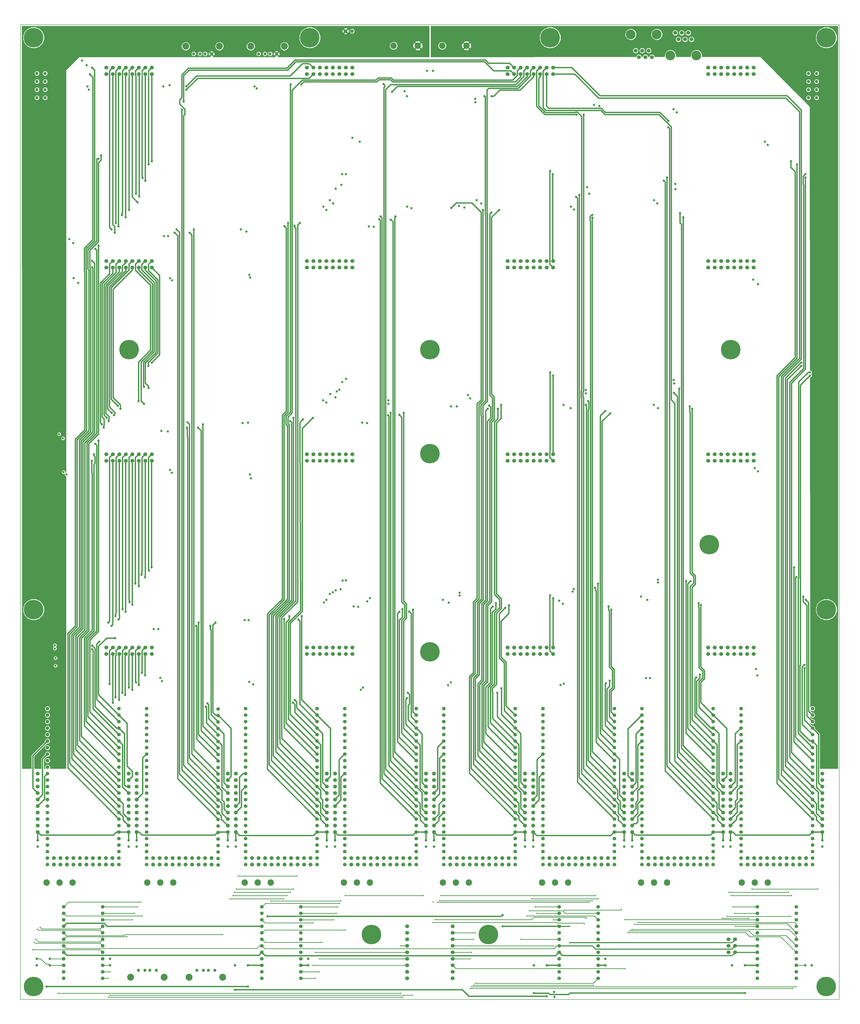
<source format=gbr>
G04 #@! TF.FileFunction,Copper,L1,Top,Signal*
%FSLAX46Y46*%
G04 Gerber Fmt 4.6, Leading zero omitted, Abs format (unit mm)*
G04 Created by KiCad (PCBNEW 4.0.7) date Wednesday, October 10, 2018 'PMt' 11:05:21 PM*
%MOMM*%
%LPD*%
G01*
G04 APERTURE LIST*
%ADD10C,0.100000*%
%ADD11C,0.150000*%
%ADD12C,1.500000*%
%ADD13C,3.800000*%
%ADD14C,1.524000*%
%ADD15C,1.200000*%
%ADD16C,2.700000*%
%ADD17C,1.397000*%
%ADD18C,1.000000*%
%ADD19C,7.620000*%
%ADD20C,2.500000*%
%ADD21C,1.270000*%
%ADD22C,0.508000*%
%ADD23C,0.889000*%
%ADD24C,0.508000*%
%ADD25C,0.254000*%
%ADD26C,0.381000*%
G04 APERTURE END LIST*
D10*
D11*
X345440000Y-16510000D02*
X345440000Y-397510000D01*
X25400000Y-16510000D02*
X25400000Y-397510000D01*
X25400000Y-397510000D02*
X345440000Y-397510000D01*
X25400000Y-16510000D02*
X345440000Y-16510000D01*
D12*
X148272500Y-332105000D03*
X148272500Y-329565000D03*
X148272500Y-327025000D03*
X148272500Y-324485000D03*
X148272500Y-321945000D03*
X148272500Y-319405000D03*
X148272500Y-316865000D03*
X148272500Y-314325000D03*
X148272500Y-311785000D03*
X148272500Y-309245000D03*
X145097500Y-332105000D03*
X145097500Y-329565000D03*
X145097500Y-327025000D03*
X145097500Y-324485000D03*
X145097500Y-321945000D03*
X145097500Y-319405000D03*
X145097500Y-316865000D03*
X145097500Y-314325000D03*
X145097500Y-311785000D03*
X145097500Y-309245000D03*
D13*
X279400000Y-28575000D03*
X289560000Y-28575000D03*
D14*
X285110000Y-22225000D03*
X287650000Y-22225000D03*
X283840000Y-19685000D03*
X286380000Y-19685000D03*
X282570000Y-22225000D03*
X281300000Y-19685000D03*
D15*
X94290000Y-386080000D03*
X96790000Y-386080000D03*
X98790000Y-386080000D03*
X101290000Y-386080000D03*
D16*
X104360000Y-388790000D03*
X91220000Y-388790000D03*
D14*
X176530000Y-389255000D03*
X176530000Y-386715000D03*
X176530000Y-384175000D03*
X176530000Y-381635000D03*
X176530000Y-379095000D03*
X176530000Y-376555000D03*
X176530000Y-374015000D03*
X176530000Y-371475000D03*
X176530000Y-368935000D03*
X194310000Y-368935000D03*
X194310000Y-371475000D03*
X194310000Y-374015000D03*
X194310000Y-376555000D03*
X194310000Y-379095000D03*
X194310000Y-381635000D03*
X194310000Y-384175000D03*
X194310000Y-386715000D03*
X194310000Y-389255000D03*
X304673000Y-379095000D03*
X302133000Y-379095000D03*
X304673000Y-376555000D03*
X302133000Y-376555000D03*
X304673000Y-374015000D03*
X302133000Y-374015000D03*
D17*
X154940000Y-19050000D03*
X152400000Y-19050000D03*
D18*
X60325000Y-384155000D03*
X60325000Y-381655000D03*
X137795000Y-384155000D03*
X137795000Y-381655000D03*
X254000000Y-384155000D03*
X254000000Y-381655000D03*
X332125000Y-384175000D03*
X334625000Y-384175000D03*
X32067500Y-337800000D03*
X32067500Y-335300000D03*
X67627500Y-337800000D03*
X67627500Y-335300000D03*
X109537500Y-337800000D03*
X109537500Y-335300000D03*
X145097500Y-337800000D03*
X145097500Y-335300000D03*
X148272500Y-337800000D03*
X148272500Y-335300000D03*
X183832500Y-337800000D03*
X183832500Y-335300000D03*
X187007500Y-337800000D03*
X187007500Y-335300000D03*
X222567500Y-337800000D03*
X222567500Y-335300000D03*
X225742500Y-337800000D03*
X225742500Y-335300000D03*
X261302500Y-337800000D03*
X261302500Y-335300000D03*
X264477500Y-337800000D03*
X264477500Y-335300000D03*
X300037500Y-337800000D03*
X300037500Y-335300000D03*
X302895000Y-337800000D03*
X302895000Y-335300000D03*
X338772500Y-337800000D03*
X338772500Y-335300000D03*
X70739000Y-337800000D03*
X70739000Y-335300000D03*
X106362500Y-337800000D03*
X106362500Y-335300000D03*
X36830000Y-384175000D03*
X31750000Y-384175000D03*
X231140000Y-384175000D03*
X226060000Y-384175000D03*
X308610000Y-384175000D03*
X303530000Y-384175000D03*
X114300000Y-384175000D03*
X109220000Y-384175000D03*
X36830000Y-381635000D03*
X31750000Y-381635000D03*
D14*
X76657200Y-35877500D03*
X74117200Y-35877500D03*
X71577200Y-35877500D03*
X69037200Y-35877500D03*
X66497200Y-35877500D03*
X63957200Y-35877500D03*
X61417200Y-35877500D03*
X76657200Y-33337500D03*
X74117200Y-33337500D03*
X71577200Y-33337500D03*
X69037200Y-33337500D03*
X66497200Y-33337500D03*
X63957200Y-33337500D03*
X58877200Y-33337500D03*
X61417200Y-33337500D03*
X58877200Y-35877500D03*
X155092400Y-35877500D03*
X152552400Y-35877500D03*
X150012400Y-35877500D03*
X147472400Y-35877500D03*
X144932400Y-35877500D03*
X142392400Y-35877500D03*
X139852400Y-35877500D03*
X155092400Y-33337500D03*
X152552400Y-33337500D03*
X150012400Y-33337500D03*
X147472400Y-33337500D03*
X144932400Y-33337500D03*
X142392400Y-33337500D03*
X137312400Y-33337500D03*
X139852400Y-33337500D03*
X137312400Y-35877500D03*
X311962800Y-35877500D03*
X309422800Y-35877500D03*
X306882800Y-35877500D03*
X304342800Y-35877500D03*
X301802800Y-35877500D03*
X299262800Y-35877500D03*
X296722800Y-35877500D03*
X311962800Y-33337500D03*
X309422800Y-33337500D03*
X306882800Y-33337500D03*
X304342800Y-33337500D03*
X301802800Y-33337500D03*
X299262800Y-33337500D03*
X294182800Y-33337500D03*
X296722800Y-33337500D03*
X294182800Y-35877500D03*
X76657200Y-111417100D03*
X74117200Y-111417100D03*
X71577200Y-111417100D03*
X69037200Y-111417100D03*
X66497200Y-111417100D03*
X63957200Y-111417100D03*
X61417200Y-111417100D03*
X76657200Y-108877100D03*
X74117200Y-108877100D03*
X71577200Y-108877100D03*
X69037200Y-108877100D03*
X66497200Y-108877100D03*
X63957200Y-108877100D03*
X58877200Y-108877100D03*
X61417200Y-108877100D03*
X58877200Y-111417100D03*
X155092400Y-111417100D03*
X152552400Y-111417100D03*
X150012400Y-111417100D03*
X147472400Y-111417100D03*
X144932400Y-111417100D03*
X142392400Y-111417100D03*
X139852400Y-111417100D03*
X155092400Y-108877100D03*
X152552400Y-108877100D03*
X150012400Y-108877100D03*
X147472400Y-108877100D03*
X144932400Y-108877100D03*
X142392400Y-108877100D03*
X137312400Y-108877100D03*
X139852400Y-108877100D03*
X137312400Y-111417100D03*
X311962800Y-111417100D03*
X309422800Y-111417100D03*
X306882800Y-111417100D03*
X304342800Y-111417100D03*
X301802800Y-111417100D03*
X299262800Y-111417100D03*
X296722800Y-111417100D03*
X311962800Y-108877100D03*
X309422800Y-108877100D03*
X306882800Y-108877100D03*
X304342800Y-108877100D03*
X301802800Y-108877100D03*
X299262800Y-108877100D03*
X294182800Y-108877100D03*
X296722800Y-108877100D03*
X294182800Y-111417100D03*
X76657200Y-186956700D03*
X74117200Y-186956700D03*
X71577200Y-186956700D03*
X69037200Y-186956700D03*
X66497200Y-186956700D03*
X63957200Y-186956700D03*
X61417200Y-186956700D03*
X76657200Y-184416700D03*
X74117200Y-184416700D03*
X71577200Y-184416700D03*
X69037200Y-184416700D03*
X66497200Y-184416700D03*
X63957200Y-184416700D03*
X58877200Y-184416700D03*
X61417200Y-184416700D03*
X58877200Y-186956700D03*
X155092400Y-186956700D03*
X152552400Y-186956700D03*
X150012400Y-186956700D03*
X147472400Y-186956700D03*
X144932400Y-186956700D03*
X142392400Y-186956700D03*
X139852400Y-186956700D03*
X155092400Y-184416700D03*
X152552400Y-184416700D03*
X150012400Y-184416700D03*
X147472400Y-184416700D03*
X144932400Y-184416700D03*
X142392400Y-184416700D03*
X137312400Y-184416700D03*
X139852400Y-184416700D03*
X137312400Y-186956700D03*
X76657200Y-262496300D03*
X74117200Y-262496300D03*
X71577200Y-262496300D03*
X69037200Y-262496300D03*
X66497200Y-262496300D03*
X63957200Y-262496300D03*
X61417200Y-262496300D03*
X76657200Y-259956300D03*
X74117200Y-259956300D03*
X71577200Y-259956300D03*
X69037200Y-259956300D03*
X66497200Y-259956300D03*
X63957200Y-259956300D03*
X58877200Y-259956300D03*
X61417200Y-259956300D03*
X58877200Y-262496300D03*
X155092400Y-262496300D03*
X152552400Y-262496300D03*
X150012400Y-262496300D03*
X147472400Y-262496300D03*
X144932400Y-262496300D03*
X142392400Y-262496300D03*
X139852400Y-262496300D03*
X155092400Y-259956300D03*
X152552400Y-259956300D03*
X150012400Y-259956300D03*
X147472400Y-259956300D03*
X144932400Y-259956300D03*
X142392400Y-259956300D03*
X137312400Y-259956300D03*
X139852400Y-259956300D03*
X137312400Y-262496300D03*
X233527600Y-262496300D03*
X230987600Y-262496300D03*
X228447600Y-262496300D03*
X225907600Y-262496300D03*
X223367600Y-262496300D03*
X220827600Y-262496300D03*
X218287600Y-262496300D03*
X233527600Y-259956300D03*
X230987600Y-259956300D03*
X228447600Y-259956300D03*
X225907600Y-259956300D03*
X223367600Y-259956300D03*
X220827600Y-259956300D03*
X215747600Y-259956300D03*
X218287600Y-259956300D03*
X215747600Y-262496300D03*
X311962800Y-262496300D03*
X309422800Y-262496300D03*
X306882800Y-262496300D03*
X304342800Y-262496300D03*
X301802800Y-262496300D03*
X299262800Y-262496300D03*
X296722800Y-262496300D03*
X311962800Y-259956300D03*
X309422800Y-259956300D03*
X306882800Y-259956300D03*
X304342800Y-259956300D03*
X301802800Y-259956300D03*
X299262800Y-259956300D03*
X294182800Y-259956300D03*
X296722800Y-259956300D03*
X294182800Y-262496300D03*
X233527600Y-35877500D03*
X230987600Y-35877500D03*
X228447600Y-35877500D03*
X225907600Y-35877500D03*
X223367600Y-35877500D03*
X220827600Y-35877500D03*
X218287600Y-35877500D03*
X233527600Y-33337500D03*
X230987600Y-33337500D03*
X228447600Y-33337500D03*
X225907600Y-33337500D03*
X223367600Y-33337500D03*
X220827600Y-33337500D03*
X215747600Y-33337500D03*
X218287600Y-33337500D03*
X215747600Y-35877500D03*
X233527600Y-111417100D03*
X230987600Y-111417100D03*
X228447600Y-111417100D03*
X225907600Y-111417100D03*
X223367600Y-111417100D03*
X220827600Y-111417100D03*
X218287600Y-111417100D03*
X233527600Y-108877100D03*
X230987600Y-108877100D03*
X228447600Y-108877100D03*
X225907600Y-108877100D03*
X223367600Y-108877100D03*
X220827600Y-108877100D03*
X215747600Y-108877100D03*
X218287600Y-108877100D03*
X215747600Y-111417100D03*
X233527600Y-186956700D03*
X230987600Y-186956700D03*
X228447600Y-186956700D03*
X225907600Y-186956700D03*
X223367600Y-186956700D03*
X220827600Y-186956700D03*
X218287600Y-186956700D03*
X233527600Y-184416700D03*
X230987600Y-184416700D03*
X228447600Y-184416700D03*
X225907600Y-184416700D03*
X223367600Y-184416700D03*
X220827600Y-184416700D03*
X215747600Y-184416700D03*
X218287600Y-184416700D03*
X215747600Y-186956700D03*
X311962800Y-186956700D03*
X309422800Y-186956700D03*
X306882800Y-186956700D03*
X304342800Y-186956700D03*
X301802800Y-186956700D03*
X299262800Y-186956700D03*
X296722800Y-186956700D03*
X311962800Y-184416700D03*
X309422800Y-184416700D03*
X306882800Y-184416700D03*
X304342800Y-184416700D03*
X301802800Y-184416700D03*
X299262800Y-184416700D03*
X294182800Y-184416700D03*
X296722800Y-184416700D03*
X294182800Y-186956700D03*
D19*
X30480000Y-21590000D03*
X138430000Y-21590000D03*
X232410000Y-21590000D03*
X67818000Y-143510000D03*
X185420000Y-143510000D03*
X303022000Y-143510000D03*
X185420000Y-184150000D03*
X294640000Y-219710000D03*
X30480000Y-245110000D03*
X340360000Y-245110000D03*
X185420000Y-261620000D03*
X162560000Y-372110000D03*
X208280000Y-372110000D03*
X30480000Y-392430000D03*
X340360000Y-392430000D03*
X340360000Y-21590000D03*
D20*
X199670000Y-24765000D03*
X190170000Y-24765000D03*
X180670000Y-24765000D03*
X171170000Y-24765000D03*
X317500000Y-351790000D03*
X312420000Y-351790000D03*
X307340000Y-351790000D03*
X278130000Y-351790000D03*
X273050000Y-351790000D03*
X267970000Y-351790000D03*
X239395000Y-351790000D03*
X234315000Y-351790000D03*
X229235000Y-351790000D03*
X200660000Y-351790000D03*
X195580000Y-351790000D03*
X190500000Y-351790000D03*
X161925000Y-351790000D03*
X156845000Y-351790000D03*
X151765000Y-351790000D03*
X123190000Y-351790000D03*
X118110000Y-351790000D03*
X113030000Y-351790000D03*
X85090000Y-351790000D03*
X80010000Y-351790000D03*
X74930000Y-351790000D03*
X45720000Y-351790000D03*
X40640000Y-351790000D03*
X35560000Y-351790000D03*
D15*
X100020000Y-27940000D03*
X97520000Y-27940000D03*
X95520000Y-27940000D03*
X93020000Y-27940000D03*
D16*
X89950000Y-24940000D03*
X103090000Y-24940000D03*
D15*
X71430000Y-386080000D03*
X73930000Y-386080000D03*
X75930000Y-386080000D03*
X78430000Y-386080000D03*
D16*
X81500000Y-388790000D03*
X68360000Y-388790000D03*
D15*
X125420000Y-27940000D03*
X122920000Y-27940000D03*
X120920000Y-27940000D03*
X118420000Y-27940000D03*
D16*
X115350000Y-24940000D03*
X128490000Y-24940000D03*
D21*
X339090000Y-296545000D03*
X343154000Y-296545000D03*
X339090000Y-291465000D03*
X343154000Y-291465000D03*
X31750000Y-296545000D03*
X31750000Y-291465000D03*
X27432000Y-296545000D03*
X27432000Y-291465000D03*
X31750000Y-35560000D03*
X34925000Y-35560000D03*
X31750000Y-38735000D03*
X34925000Y-38735000D03*
X31750000Y-41910000D03*
X34925000Y-41910000D03*
X31750000Y-45085000D03*
X34925000Y-45085000D03*
X333375000Y-35560000D03*
X336550000Y-35560000D03*
X333375000Y-38735000D03*
X336550000Y-38735000D03*
X333375000Y-41910000D03*
X336550000Y-41910000D03*
X333375000Y-45085000D03*
X336550000Y-45085000D03*
D17*
X119697500Y-361315000D03*
X119697500Y-363855000D03*
X119697500Y-366395000D03*
X119697500Y-368935000D03*
X119697500Y-371475000D03*
X119697500Y-374015000D03*
X119697500Y-376555000D03*
X119697500Y-381635000D03*
X119697500Y-384175000D03*
X119697500Y-386715000D03*
X119697500Y-389255000D03*
X119697500Y-379095000D03*
X134937500Y-379095000D03*
X134937500Y-389255000D03*
X134937500Y-386715000D03*
X134937500Y-384175000D03*
X134937500Y-381635000D03*
X134937500Y-376555000D03*
X134937500Y-374015000D03*
X134937500Y-371475000D03*
X134937500Y-368935000D03*
X134937500Y-366395000D03*
X134937500Y-363855000D03*
X134937500Y-361315000D03*
X313372500Y-361315000D03*
X313372500Y-363855000D03*
X313372500Y-366395000D03*
X313372500Y-368935000D03*
X313372500Y-371475000D03*
X313372500Y-374015000D03*
X313372500Y-376555000D03*
X313372500Y-381635000D03*
X313372500Y-384175000D03*
X313372500Y-386715000D03*
X313372500Y-389255000D03*
X313372500Y-379095000D03*
X328612500Y-379095000D03*
X328612500Y-389255000D03*
X328612500Y-386715000D03*
X328612500Y-384175000D03*
X328612500Y-381635000D03*
X328612500Y-376555000D03*
X328612500Y-374015000D03*
X328612500Y-371475000D03*
X328612500Y-368935000D03*
X328612500Y-366395000D03*
X328612500Y-363855000D03*
X328612500Y-361315000D03*
X235902500Y-361315000D03*
X235902500Y-363855000D03*
X235902500Y-366395000D03*
X235902500Y-368935000D03*
X235902500Y-371475000D03*
X235902500Y-374015000D03*
X235902500Y-376555000D03*
X235902500Y-381635000D03*
X235902500Y-384175000D03*
X235902500Y-386715000D03*
X235902500Y-389255000D03*
X235902500Y-379095000D03*
X251142500Y-379095000D03*
X251142500Y-389255000D03*
X251142500Y-386715000D03*
X251142500Y-384175000D03*
X251142500Y-381635000D03*
X251142500Y-376555000D03*
X251142500Y-374015000D03*
X251142500Y-371475000D03*
X251142500Y-368935000D03*
X251142500Y-366395000D03*
X251142500Y-363855000D03*
X251142500Y-361315000D03*
X42227500Y-361315000D03*
X42227500Y-363855000D03*
X42227500Y-366395000D03*
X42227500Y-368935000D03*
X42227500Y-371475000D03*
X42227500Y-374015000D03*
X42227500Y-376555000D03*
X42227500Y-381635000D03*
X42227500Y-384175000D03*
X42227500Y-386715000D03*
X42227500Y-389255000D03*
X42227500Y-379095000D03*
X57467500Y-379095000D03*
X57467500Y-389255000D03*
X57467500Y-386715000D03*
X57467500Y-384175000D03*
X57467500Y-381635000D03*
X57467500Y-376555000D03*
X57467500Y-374015000D03*
X57467500Y-371475000D03*
X57467500Y-368935000D03*
X57467500Y-366395000D03*
X57467500Y-363855000D03*
X57467500Y-361315000D03*
D14*
X265816000Y-26670000D03*
D13*
X274066000Y-20320000D03*
X263906000Y-20320000D03*
D14*
X268356000Y-26670000D03*
X270896000Y-26670000D03*
X267086000Y-29210000D03*
X269626000Y-29210000D03*
X272166000Y-29210000D03*
D12*
X32067500Y-332105000D03*
X32067500Y-329565000D03*
X32067500Y-327025000D03*
X32067500Y-324485000D03*
X32067500Y-321945000D03*
X32067500Y-319405000D03*
X32067500Y-316865000D03*
X32067500Y-314325000D03*
X32067500Y-311785000D03*
X32067500Y-309245000D03*
X67627500Y-332105000D03*
X67627500Y-329565000D03*
X67627500Y-327025000D03*
X67627500Y-324485000D03*
X67627500Y-321945000D03*
X67627500Y-319405000D03*
X67627500Y-316865000D03*
X67627500Y-314325000D03*
X67627500Y-311785000D03*
X67627500Y-309245000D03*
X70739000Y-332105000D03*
X70739000Y-329565000D03*
X70739000Y-327025000D03*
X70739000Y-324485000D03*
X70739000Y-321945000D03*
X70739000Y-319405000D03*
X70739000Y-316865000D03*
X70739000Y-314325000D03*
X70739000Y-311785000D03*
X70739000Y-309245000D03*
X106362500Y-332105000D03*
X106362500Y-329565000D03*
X106362500Y-327025000D03*
X106362500Y-324485000D03*
X106362500Y-321945000D03*
X106362500Y-319405000D03*
X106362500Y-316865000D03*
X106362500Y-314325000D03*
X106362500Y-311785000D03*
X106362500Y-309245000D03*
X109537500Y-332105000D03*
X109537500Y-329565000D03*
X109537500Y-327025000D03*
X109537500Y-324485000D03*
X109537500Y-321945000D03*
X109537500Y-319405000D03*
X109537500Y-316865000D03*
X109537500Y-314325000D03*
X109537500Y-311785000D03*
X109537500Y-309245000D03*
X183832500Y-332105000D03*
X183832500Y-329565000D03*
X183832500Y-327025000D03*
X183832500Y-324485000D03*
X183832500Y-321945000D03*
X183832500Y-319405000D03*
X183832500Y-316865000D03*
X183832500Y-314325000D03*
X183832500Y-311785000D03*
X183832500Y-309245000D03*
X187007500Y-332105000D03*
X187007500Y-329565000D03*
X187007500Y-327025000D03*
X187007500Y-324485000D03*
X187007500Y-321945000D03*
X187007500Y-319405000D03*
X187007500Y-316865000D03*
X187007500Y-314325000D03*
X187007500Y-311785000D03*
X187007500Y-309245000D03*
X222567500Y-332105000D03*
X222567500Y-329565000D03*
X222567500Y-327025000D03*
X222567500Y-324485000D03*
X222567500Y-321945000D03*
X222567500Y-319405000D03*
X222567500Y-316865000D03*
X222567500Y-314325000D03*
X222567500Y-311785000D03*
X222567500Y-309245000D03*
X225742500Y-332105000D03*
X225742500Y-329565000D03*
X225742500Y-327025000D03*
X225742500Y-324485000D03*
X225742500Y-321945000D03*
X225742500Y-319405000D03*
X225742500Y-316865000D03*
X225742500Y-314325000D03*
X225742500Y-311785000D03*
X225742500Y-309245000D03*
X261302500Y-332105000D03*
X261302500Y-329565000D03*
X261302500Y-327025000D03*
X261302500Y-324485000D03*
X261302500Y-321945000D03*
X261302500Y-319405000D03*
X261302500Y-316865000D03*
X261302500Y-314325000D03*
X261302500Y-311785000D03*
X261302500Y-309245000D03*
X264477500Y-332105000D03*
X264477500Y-329565000D03*
X264477500Y-327025000D03*
X264477500Y-324485000D03*
X264477500Y-321945000D03*
X264477500Y-319405000D03*
X264477500Y-316865000D03*
X264477500Y-314325000D03*
X264477500Y-311785000D03*
X264477500Y-309245000D03*
X300037500Y-332105000D03*
X300037500Y-329565000D03*
X300037500Y-327025000D03*
X300037500Y-324485000D03*
X300037500Y-321945000D03*
X300037500Y-319405000D03*
X300037500Y-316865000D03*
X300037500Y-314325000D03*
X300037500Y-311785000D03*
X300037500Y-309245000D03*
X302895000Y-332105000D03*
X302895000Y-329565000D03*
X302895000Y-327025000D03*
X302895000Y-324485000D03*
X302895000Y-321945000D03*
X302895000Y-319405000D03*
X302895000Y-316865000D03*
X302895000Y-314325000D03*
X302895000Y-311785000D03*
X302895000Y-309245000D03*
X338772500Y-332105000D03*
X338772500Y-329565000D03*
X338772500Y-327025000D03*
X338772500Y-324485000D03*
X338772500Y-321945000D03*
X338772500Y-319405000D03*
X338772500Y-316865000D03*
X338772500Y-314325000D03*
X338772500Y-311785000D03*
X338772500Y-309245000D03*
X38417500Y-344805000D03*
X40957500Y-344805000D03*
X43497500Y-344805000D03*
X46037500Y-344805000D03*
X48577500Y-344805000D03*
X51117500Y-344805000D03*
X53657500Y-344805000D03*
X56197500Y-344805000D03*
X58737500Y-344805000D03*
X61277500Y-344805000D03*
X77152500Y-344805000D03*
X79692500Y-344805000D03*
X82232500Y-344805000D03*
X84772500Y-344805000D03*
X87312500Y-344805000D03*
X89852500Y-344805000D03*
X92392500Y-344805000D03*
X94932500Y-344805000D03*
X97472500Y-344805000D03*
X100012500Y-344805000D03*
X115887500Y-344805000D03*
X118427500Y-344805000D03*
X120967500Y-344805000D03*
X123507500Y-344805000D03*
X126047500Y-344805000D03*
X128587500Y-344805000D03*
X131127500Y-344805000D03*
X133667500Y-344805000D03*
X136207500Y-344805000D03*
X138747500Y-344805000D03*
X154622500Y-344805000D03*
X157162500Y-344805000D03*
X159702500Y-344805000D03*
X162242500Y-344805000D03*
X164782500Y-344805000D03*
X167322500Y-344805000D03*
X169862500Y-344805000D03*
X172402500Y-344805000D03*
X174942500Y-344805000D03*
X177482500Y-344805000D03*
X193357500Y-344805000D03*
X195897500Y-344805000D03*
X198437500Y-344805000D03*
X200977500Y-344805000D03*
X203517500Y-344805000D03*
X206057500Y-344805000D03*
X208597500Y-344805000D03*
X211137500Y-344805000D03*
X213677500Y-344805000D03*
X216217500Y-344805000D03*
X232092500Y-344805000D03*
X234632500Y-344805000D03*
X237172500Y-344805000D03*
X239712500Y-344805000D03*
X242252500Y-344805000D03*
X244792500Y-344805000D03*
X247332500Y-344805000D03*
X249872500Y-344805000D03*
X252412500Y-344805000D03*
X254952500Y-344805000D03*
X270827500Y-344805000D03*
X273367500Y-344805000D03*
X275907500Y-344805000D03*
X278447500Y-344805000D03*
X280987500Y-344805000D03*
X283527500Y-344805000D03*
X286067500Y-344805000D03*
X288607500Y-344805000D03*
X291147500Y-344805000D03*
X293687500Y-344805000D03*
X309562500Y-344805000D03*
X312102500Y-344805000D03*
X314642500Y-344805000D03*
X317182500Y-344805000D03*
X319722500Y-344805000D03*
X322262500Y-344805000D03*
X324802500Y-344805000D03*
X327342500Y-344805000D03*
X329882500Y-344805000D03*
X332422500Y-344805000D03*
X38417500Y-342265000D03*
X40957500Y-342265000D03*
X43497500Y-342265000D03*
X46037500Y-342265000D03*
X48577500Y-342265000D03*
X51117500Y-342265000D03*
X53657500Y-342265000D03*
X56197500Y-342265000D03*
X58737500Y-342265000D03*
X61277500Y-342265000D03*
X77152500Y-342265000D03*
X79692500Y-342265000D03*
X82232500Y-342265000D03*
X84772500Y-342265000D03*
X87312500Y-342265000D03*
X89852500Y-342265000D03*
X92392500Y-342265000D03*
X94932500Y-342265000D03*
X97472500Y-342265000D03*
X100012500Y-342265000D03*
X115887500Y-342265000D03*
X118427500Y-342265000D03*
X120967500Y-342265000D03*
X123507500Y-342265000D03*
X126047500Y-342265000D03*
X128587500Y-342265000D03*
X131127500Y-342265000D03*
X133667500Y-342265000D03*
X136207500Y-342265000D03*
X138747500Y-342265000D03*
X154622500Y-342265000D03*
X157162500Y-342265000D03*
X159702500Y-342265000D03*
X162242500Y-342265000D03*
X164782500Y-342265000D03*
X167322500Y-342265000D03*
X169862500Y-342265000D03*
X172402500Y-342265000D03*
X174942500Y-342265000D03*
X177482500Y-342265000D03*
X193357500Y-342265000D03*
X195897500Y-342265000D03*
X198437500Y-342265000D03*
X200977500Y-342265000D03*
X203517500Y-342265000D03*
X206057500Y-342265000D03*
X208597500Y-342265000D03*
X211137500Y-342265000D03*
X213677500Y-342265000D03*
X216217500Y-342265000D03*
X232092500Y-342265000D03*
X234632500Y-342265000D03*
X237172500Y-342265000D03*
X239712500Y-342265000D03*
X242252500Y-342265000D03*
X244792500Y-342265000D03*
X247332500Y-342265000D03*
X249872500Y-342265000D03*
X252412500Y-342265000D03*
X254952500Y-342265000D03*
X270827500Y-342265000D03*
X273367500Y-342265000D03*
X275907500Y-342265000D03*
X278447500Y-342265000D03*
X280987500Y-342265000D03*
X283527500Y-342265000D03*
X286067500Y-342265000D03*
X288607500Y-342265000D03*
X291147500Y-342265000D03*
X293687500Y-342265000D03*
X309562500Y-342265000D03*
X312102500Y-342265000D03*
X314642500Y-342265000D03*
X317182500Y-342265000D03*
X319722500Y-342265000D03*
X322262500Y-342265000D03*
X324802500Y-342265000D03*
X327342500Y-342265000D03*
X329882500Y-342265000D03*
X332422500Y-342265000D03*
D17*
X35877500Y-283845000D03*
X35877500Y-286385000D03*
X35877500Y-283845000D03*
X35877500Y-286385000D03*
X35877500Y-288925000D03*
X35877500Y-291465000D03*
X35877500Y-294005000D03*
X35877500Y-296545000D03*
X35877500Y-299085000D03*
X35877500Y-301625000D03*
X35877500Y-304165000D03*
X35877500Y-306705000D03*
X35877500Y-309245000D03*
X35877500Y-311785000D03*
X35877500Y-314325000D03*
X35877500Y-316865000D03*
X35877500Y-319405000D03*
X35877500Y-321945000D03*
X35877500Y-324485000D03*
X35877500Y-327025000D03*
X35877500Y-329565000D03*
X35877500Y-332105000D03*
X35877500Y-334645000D03*
X35877500Y-337185000D03*
X35877500Y-339725000D03*
X35877500Y-342265000D03*
X35877500Y-344805000D03*
X63817500Y-286385000D03*
X63817500Y-283845000D03*
X63817500Y-283845000D03*
X63817500Y-286385000D03*
X63817500Y-288925000D03*
X63817500Y-291465000D03*
X63817500Y-294005000D03*
X63817500Y-296545000D03*
X63817500Y-299085000D03*
X63817500Y-301625000D03*
X63817500Y-304165000D03*
X63817500Y-306705000D03*
X63817500Y-309245000D03*
X63817500Y-311785000D03*
X63817500Y-314325000D03*
X63817500Y-316865000D03*
X63817500Y-319405000D03*
X63817500Y-321945000D03*
X63817500Y-324485000D03*
X63817500Y-327025000D03*
X63817500Y-329565000D03*
X63817500Y-332105000D03*
X63817500Y-334645000D03*
X63817500Y-337185000D03*
X63817500Y-339725000D03*
X63817500Y-342265000D03*
X63817500Y-344805000D03*
X74612500Y-283845000D03*
X74612500Y-286385000D03*
X74612500Y-283845000D03*
X74612500Y-286385000D03*
X74612500Y-288925000D03*
X74612500Y-291465000D03*
X74612500Y-294005000D03*
X74612500Y-296545000D03*
X74612500Y-299085000D03*
X74612500Y-301625000D03*
X74612500Y-304165000D03*
X74612500Y-306705000D03*
X74612500Y-309245000D03*
X74612500Y-311785000D03*
X74612500Y-314325000D03*
X74612500Y-316865000D03*
X74612500Y-319405000D03*
X74612500Y-321945000D03*
X74612500Y-324485000D03*
X74612500Y-327025000D03*
X74612500Y-329565000D03*
X74612500Y-332105000D03*
X74612500Y-334645000D03*
X74612500Y-337185000D03*
X74612500Y-339725000D03*
X74612500Y-342265000D03*
X74612500Y-344805000D03*
X102616000Y-286512000D03*
X102616000Y-283972000D03*
X102616000Y-283972000D03*
X102616000Y-286512000D03*
X102616000Y-289052000D03*
X102616000Y-291592000D03*
X102616000Y-294132000D03*
X102616000Y-296672000D03*
X102616000Y-299212000D03*
X102616000Y-301752000D03*
X102616000Y-304292000D03*
X102616000Y-306832000D03*
X102616000Y-309372000D03*
X102616000Y-311912000D03*
X102616000Y-314452000D03*
X102616000Y-316992000D03*
X102616000Y-319532000D03*
X102616000Y-322072000D03*
X102616000Y-324612000D03*
X102616000Y-327152000D03*
X102616000Y-329692000D03*
X102616000Y-332232000D03*
X102616000Y-334772000D03*
X102616000Y-337312000D03*
X102616000Y-339852000D03*
X102616000Y-342392000D03*
X102616000Y-344932000D03*
X113347500Y-283845000D03*
X113347500Y-286385000D03*
X113347500Y-283845000D03*
X113347500Y-286385000D03*
X113347500Y-288925000D03*
X113347500Y-291465000D03*
X113347500Y-294005000D03*
X113347500Y-296545000D03*
X113347500Y-299085000D03*
X113347500Y-301625000D03*
X113347500Y-304165000D03*
X113347500Y-306705000D03*
X113347500Y-309245000D03*
X113347500Y-311785000D03*
X113347500Y-314325000D03*
X113347500Y-316865000D03*
X113347500Y-319405000D03*
X113347500Y-321945000D03*
X113347500Y-324485000D03*
X113347500Y-327025000D03*
X113347500Y-329565000D03*
X113347500Y-332105000D03*
X113347500Y-334645000D03*
X113347500Y-337185000D03*
X113347500Y-339725000D03*
X113347500Y-342265000D03*
X113347500Y-344805000D03*
X141287500Y-286385000D03*
X141287500Y-283845000D03*
X141287500Y-283845000D03*
X141287500Y-286385000D03*
X141287500Y-288925000D03*
X141287500Y-291465000D03*
X141287500Y-294005000D03*
X141287500Y-296545000D03*
X141287500Y-299085000D03*
X141287500Y-301625000D03*
X141287500Y-304165000D03*
X141287500Y-306705000D03*
X141287500Y-309245000D03*
X141287500Y-311785000D03*
X141287500Y-314325000D03*
X141287500Y-316865000D03*
X141287500Y-319405000D03*
X141287500Y-321945000D03*
X141287500Y-324485000D03*
X141287500Y-327025000D03*
X141287500Y-329565000D03*
X141287500Y-332105000D03*
X141287500Y-334645000D03*
X141287500Y-337185000D03*
X141287500Y-339725000D03*
X141287500Y-342265000D03*
X141287500Y-344805000D03*
X152082500Y-283845000D03*
X152082500Y-286385000D03*
X152082500Y-283845000D03*
X152082500Y-286385000D03*
X152082500Y-288925000D03*
X152082500Y-291465000D03*
X152082500Y-294005000D03*
X152082500Y-296545000D03*
X152082500Y-299085000D03*
X152082500Y-301625000D03*
X152082500Y-304165000D03*
X152082500Y-306705000D03*
X152082500Y-309245000D03*
X152082500Y-311785000D03*
X152082500Y-314325000D03*
X152082500Y-316865000D03*
X152082500Y-319405000D03*
X152082500Y-321945000D03*
X152082500Y-324485000D03*
X152082500Y-327025000D03*
X152082500Y-329565000D03*
X152082500Y-332105000D03*
X152082500Y-334645000D03*
X152082500Y-337185000D03*
X152082500Y-339725000D03*
X152082500Y-342265000D03*
X152082500Y-344805000D03*
X180022500Y-286385000D03*
X180022500Y-283845000D03*
X180022500Y-283845000D03*
X180022500Y-286385000D03*
X180022500Y-288925000D03*
X180022500Y-291465000D03*
X180022500Y-294005000D03*
X180022500Y-296545000D03*
X180022500Y-299085000D03*
X180022500Y-301625000D03*
X180022500Y-304165000D03*
X180022500Y-306705000D03*
X180022500Y-309245000D03*
X180022500Y-311785000D03*
X180022500Y-314325000D03*
X180022500Y-316865000D03*
X180022500Y-319405000D03*
X180022500Y-321945000D03*
X180022500Y-324485000D03*
X180022500Y-327025000D03*
X180022500Y-329565000D03*
X180022500Y-332105000D03*
X180022500Y-334645000D03*
X180022500Y-337185000D03*
X180022500Y-339725000D03*
X180022500Y-342265000D03*
X180022500Y-344805000D03*
X190817500Y-283845000D03*
X190817500Y-286385000D03*
X190817500Y-283845000D03*
X190817500Y-286385000D03*
X190817500Y-288925000D03*
X190817500Y-291465000D03*
X190817500Y-294005000D03*
X190817500Y-296545000D03*
X190817500Y-299085000D03*
X190817500Y-301625000D03*
X190817500Y-304165000D03*
X190817500Y-306705000D03*
X190817500Y-309245000D03*
X190817500Y-311785000D03*
X190817500Y-314325000D03*
X190817500Y-316865000D03*
X190817500Y-319405000D03*
X190817500Y-321945000D03*
X190817500Y-324485000D03*
X190817500Y-327025000D03*
X190817500Y-329565000D03*
X190817500Y-332105000D03*
X190817500Y-334645000D03*
X190817500Y-337185000D03*
X190817500Y-339725000D03*
X190817500Y-342265000D03*
X190817500Y-344805000D03*
X218757500Y-286385000D03*
X218757500Y-283845000D03*
X218757500Y-283845000D03*
X218757500Y-286385000D03*
X218757500Y-288925000D03*
X218757500Y-291465000D03*
X218757500Y-294005000D03*
X218757500Y-296545000D03*
X218757500Y-299085000D03*
X218757500Y-301625000D03*
X218757500Y-304165000D03*
X218757500Y-306705000D03*
X218757500Y-309245000D03*
X218757500Y-311785000D03*
X218757500Y-314325000D03*
X218757500Y-316865000D03*
X218757500Y-319405000D03*
X218757500Y-321945000D03*
X218757500Y-324485000D03*
X218757500Y-327025000D03*
X218757500Y-329565000D03*
X218757500Y-332105000D03*
X218757500Y-334645000D03*
X218757500Y-337185000D03*
X218757500Y-339725000D03*
X218757500Y-342265000D03*
X218757500Y-344805000D03*
X229552500Y-283845000D03*
X229552500Y-286385000D03*
X229552500Y-283845000D03*
X229552500Y-286385000D03*
X229552500Y-288925000D03*
X229552500Y-291465000D03*
X229552500Y-294005000D03*
X229552500Y-296545000D03*
X229552500Y-299085000D03*
X229552500Y-301625000D03*
X229552500Y-304165000D03*
X229552500Y-306705000D03*
X229552500Y-309245000D03*
X229552500Y-311785000D03*
X229552500Y-314325000D03*
X229552500Y-316865000D03*
X229552500Y-319405000D03*
X229552500Y-321945000D03*
X229552500Y-324485000D03*
X229552500Y-327025000D03*
X229552500Y-329565000D03*
X229552500Y-332105000D03*
X229552500Y-334645000D03*
X229552500Y-337185000D03*
X229552500Y-339725000D03*
X229552500Y-342265000D03*
X229552500Y-344805000D03*
X257492500Y-286385000D03*
X257492500Y-283845000D03*
X257492500Y-283845000D03*
X257492500Y-286385000D03*
X257492500Y-288925000D03*
X257492500Y-291465000D03*
X257492500Y-294005000D03*
X257492500Y-296545000D03*
X257492500Y-299085000D03*
X257492500Y-301625000D03*
X257492500Y-304165000D03*
X257492500Y-306705000D03*
X257492500Y-309245000D03*
X257492500Y-311785000D03*
X257492500Y-314325000D03*
X257492500Y-316865000D03*
X257492500Y-319405000D03*
X257492500Y-321945000D03*
X257492500Y-324485000D03*
X257492500Y-327025000D03*
X257492500Y-329565000D03*
X257492500Y-332105000D03*
X257492500Y-334645000D03*
X257492500Y-337185000D03*
X257492500Y-339725000D03*
X257492500Y-342265000D03*
X257492500Y-344805000D03*
X268287500Y-283845000D03*
X268287500Y-286385000D03*
X268287500Y-283845000D03*
X268287500Y-286385000D03*
X268287500Y-288925000D03*
X268287500Y-291465000D03*
X268287500Y-294005000D03*
X268287500Y-296545000D03*
X268287500Y-299085000D03*
X268287500Y-301625000D03*
X268287500Y-304165000D03*
X268287500Y-306705000D03*
X268287500Y-309245000D03*
X268287500Y-311785000D03*
X268287500Y-314325000D03*
X268287500Y-316865000D03*
X268287500Y-319405000D03*
X268287500Y-321945000D03*
X268287500Y-324485000D03*
X268287500Y-327025000D03*
X268287500Y-329565000D03*
X268287500Y-332105000D03*
X268287500Y-334645000D03*
X268287500Y-337185000D03*
X268287500Y-339725000D03*
X268287500Y-342265000D03*
X268287500Y-344805000D03*
X296164000Y-286385000D03*
X296164000Y-283845000D03*
X296164000Y-283845000D03*
X296164000Y-286385000D03*
X296164000Y-288925000D03*
X296164000Y-291465000D03*
X296164000Y-294005000D03*
X296164000Y-296545000D03*
X296164000Y-299085000D03*
X296164000Y-301625000D03*
X296164000Y-304165000D03*
X296164000Y-306705000D03*
X296164000Y-309245000D03*
X296164000Y-311785000D03*
X296164000Y-314325000D03*
X296164000Y-316865000D03*
X296164000Y-319405000D03*
X296164000Y-321945000D03*
X296164000Y-324485000D03*
X296164000Y-327025000D03*
X296164000Y-329565000D03*
X296164000Y-332105000D03*
X296164000Y-334645000D03*
X296164000Y-337185000D03*
X296164000Y-339725000D03*
X296164000Y-342265000D03*
X296164000Y-344805000D03*
X307022500Y-283845000D03*
X307022500Y-286385000D03*
X307022500Y-283845000D03*
X307022500Y-286385000D03*
X307022500Y-288925000D03*
X307022500Y-291465000D03*
X307022500Y-294005000D03*
X307022500Y-296545000D03*
X307022500Y-299085000D03*
X307022500Y-301625000D03*
X307022500Y-304165000D03*
X307022500Y-306705000D03*
X307022500Y-309245000D03*
X307022500Y-311785000D03*
X307022500Y-314325000D03*
X307022500Y-316865000D03*
X307022500Y-319405000D03*
X307022500Y-321945000D03*
X307022500Y-324485000D03*
X307022500Y-327025000D03*
X307022500Y-329565000D03*
X307022500Y-332105000D03*
X307022500Y-334645000D03*
X307022500Y-337185000D03*
X307022500Y-339725000D03*
X307022500Y-342265000D03*
X307022500Y-344805000D03*
X334962500Y-286385000D03*
X334962500Y-283845000D03*
X334962500Y-283845000D03*
X334962500Y-286385000D03*
X334962500Y-288925000D03*
X334962500Y-291465000D03*
X334962500Y-294005000D03*
X334962500Y-296545000D03*
X334962500Y-299085000D03*
X334962500Y-301625000D03*
X334962500Y-304165000D03*
X334962500Y-306705000D03*
X334962500Y-309245000D03*
X334962500Y-311785000D03*
X334962500Y-314325000D03*
X334962500Y-316865000D03*
X334962500Y-319405000D03*
X334962500Y-321945000D03*
X334962500Y-324485000D03*
X334962500Y-327025000D03*
X334962500Y-329565000D03*
X334962500Y-332105000D03*
X334962500Y-334645000D03*
X334962500Y-337185000D03*
X334962500Y-339725000D03*
X334962500Y-342265000D03*
X334962500Y-344805000D03*
D22*
X66929000Y-372999000D03*
D23*
X52451000Y-35941000D03*
X53340000Y-33274000D03*
X186563000Y-34544000D03*
X55880000Y-68961000D03*
X184277000Y-34544000D03*
X56896000Y-67564000D03*
X53340000Y-111379000D03*
X53340000Y-108839000D03*
X54610000Y-104140000D03*
X55880000Y-102870000D03*
X53200300Y-186944000D03*
X54102000Y-184404000D03*
X54610000Y-180340000D03*
X55880000Y-179070000D03*
X53340000Y-260604000D03*
X53340000Y-259207000D03*
X56134000Y-257683000D03*
X62357000Y-256286000D03*
X38732401Y-259077401D03*
X38735000Y-260350000D03*
X38989000Y-264033000D03*
X38989000Y-267081000D03*
X40386000Y-176530000D03*
X41910000Y-178181000D03*
X42164000Y-191389000D03*
X43307000Y-192278000D03*
X44450000Y-100330000D03*
X45974000Y-101854000D03*
X46101000Y-115570000D03*
X47879000Y-117475000D03*
X49403000Y-30480000D03*
X51181000Y-32385000D03*
X51562000Y-40640000D03*
X52070000Y-41910000D03*
D22*
X30099000Y-378079000D03*
X30734000Y-375158000D03*
X31242000Y-373888000D03*
X32004000Y-370078000D03*
X33020000Y-369316000D03*
X143256000Y-375158000D03*
D23*
X63627000Y-95377000D03*
X128524000Y-95250000D03*
X62611000Y-93980000D03*
X129921000Y-93980000D03*
X135130599Y-39880599D03*
X130937000Y-39878000D03*
X59817000Y-171450000D03*
X130810000Y-171450000D03*
X59055000Y-170180000D03*
X132080000Y-170180000D03*
X132461000Y-95123000D03*
X134620000Y-93980000D03*
X63627000Y-249047000D03*
X128397000Y-248793000D03*
X62484000Y-247650000D03*
X130429000Y-247650000D03*
X135763000Y-170815000D03*
X139700000Y-170180000D03*
X131826000Y-281432000D03*
X63881000Y-280416000D03*
X132588000Y-280416000D03*
X62484000Y-279400000D03*
X133985000Y-249047000D03*
X135255000Y-247650000D03*
X113030000Y-249288300D03*
X114554000Y-249288300D03*
X114808000Y-273431000D03*
X116332000Y-274320000D03*
X112141000Y-172212000D03*
X114300000Y-172072300D03*
X115062000Y-192278000D03*
X115443000Y-193802000D03*
X111506000Y-96520000D03*
X113665000Y-97409000D03*
X114808000Y-114300000D03*
X115072898Y-115359592D03*
X116840000Y-40640000D03*
X117612303Y-41412303D03*
D22*
X107315000Y-358140000D03*
X128270000Y-358140000D03*
X129540000Y-356870000D03*
X108458000Y-356870000D03*
X108966000Y-355600000D03*
X130810000Y-355600000D03*
X109728000Y-354330000D03*
X132080000Y-354330000D03*
X110490000Y-349250000D03*
X133350000Y-349250000D03*
X152400000Y-370332000D03*
X152400000Y-356870000D03*
X182880000Y-356870000D03*
D23*
X66421000Y-91821000D03*
X165608000Y-92583000D03*
X65024000Y-90932000D03*
X166116000Y-91440000D03*
X167259000Y-39751000D03*
X170561000Y-42799000D03*
X61849000Y-169164000D03*
X169037000Y-169164000D03*
X60972701Y-168262299D03*
X170053000Y-168275000D03*
X170053000Y-92710000D03*
X171958000Y-91440000D03*
X173482000Y-245999000D03*
X66421000Y-245999000D03*
X174625000Y-244983000D03*
X65278000Y-244983000D03*
X173482000Y-169037000D03*
X175133000Y-168275000D03*
X176403000Y-279781000D03*
X66294000Y-278498300D03*
X176784000Y-277622000D03*
X65151000Y-277622000D03*
X177292000Y-245872000D03*
X178816000Y-245110000D03*
X155575000Y-243840000D03*
X157353000Y-244081300D03*
X158369000Y-276479000D03*
X159258000Y-275590000D03*
X158877000Y-172085000D03*
X160870910Y-172212000D03*
X160909000Y-241947700D03*
X144018000Y-242316000D03*
X161925000Y-240665000D03*
X144907000Y-241300000D03*
X161544000Y-95377000D03*
X163449000Y-95504000D03*
X143637000Y-163322000D03*
X169163999Y-163322000D03*
X169164000Y-164719000D03*
X144907000Y-164211000D03*
X175514000Y-42545000D03*
X176403000Y-44450000D03*
X143764000Y-87630000D03*
X176530000Y-87630000D03*
X178181000Y-88265000D03*
X144907000Y-88900000D03*
D22*
X147701000Y-366395000D03*
X148844000Y-363855000D03*
X149352000Y-361315000D03*
X150114000Y-359918000D03*
X150622000Y-359029000D03*
X123190000Y-359029000D03*
X220980000Y-374015000D03*
D23*
X71120000Y-85979000D03*
X193802000Y-88138000D03*
X206121000Y-88900000D03*
X67818000Y-88900000D03*
X209550000Y-44450000D03*
X206756000Y-44450000D03*
X208026000Y-166624000D03*
X64389000Y-166624000D03*
X208534000Y-165354000D03*
X63373000Y-165481000D03*
X209423000Y-89916000D03*
X212471000Y-88900000D03*
X209931000Y-243967000D03*
X69088000Y-243205000D03*
X211201000Y-242697000D03*
X67945000Y-242189000D03*
X211963000Y-166624000D03*
X213233000Y-165100000D03*
X211709000Y-277622000D03*
X69088000Y-276479000D03*
X213360000Y-275844000D03*
X67691000Y-275590000D03*
X214884000Y-244475000D03*
X216281000Y-243459000D03*
X190500000Y-241300000D03*
X192786000Y-242417591D03*
X192532000Y-274701000D03*
X193586111Y-273558000D03*
X193675000Y-165735000D03*
X195910210Y-165735000D03*
X146304000Y-239014000D03*
X196977000Y-239649000D03*
X147447000Y-238379000D03*
X196977000Y-238506000D03*
X196723000Y-87376000D03*
X198882000Y-88011000D03*
X146431000Y-160909000D03*
X200279000Y-161290000D03*
X148463000Y-162179000D03*
X201168000Y-162560000D03*
X203073000Y-45466000D03*
X203200000Y-46863000D03*
X146304000Y-85090000D03*
X203708000Y-85090000D03*
X205486000Y-86360000D03*
X147574000Y-86360000D03*
D22*
X186690000Y-367411000D03*
X245745000Y-367919000D03*
X186690000Y-359410000D03*
X187452000Y-366268000D03*
X246634000Y-365760000D03*
X188468000Y-359537000D03*
X247650000Y-359537000D03*
X189230000Y-358902000D03*
X248920000Y-358902000D03*
X189738000Y-356870000D03*
X250063000Y-356870000D03*
X237998000Y-362585000D03*
X260223000Y-362331000D03*
D23*
X71755000Y-83693000D03*
X242570000Y-83820000D03*
X70485000Y-82550000D03*
X243840000Y-83058000D03*
X242697000Y-51689000D03*
X245465599Y-51714401D03*
X73660000Y-164719000D03*
X246367300Y-165100000D03*
X71501000Y-163703000D03*
X247269000Y-163703000D03*
X248920000Y-90855797D03*
X248920000Y-91948000D03*
X249936000Y-236601000D03*
X71628000Y-235966000D03*
X70231000Y-234950000D03*
X251079000Y-234950000D03*
X254000000Y-167500300D03*
X255905000Y-168402000D03*
X254254000Y-273939000D03*
X71628000Y-274574000D03*
X255651000Y-272923000D03*
X70485000Y-273558000D03*
X255270000Y-243840000D03*
X256286000Y-245110000D03*
X235966000Y-241681000D03*
X237363000Y-242824000D03*
X236474000Y-274574000D03*
X237744000Y-274066000D03*
X237617000Y-165100000D03*
X240423700Y-166370000D03*
X148590000Y-237617000D03*
X148590000Y-237617000D03*
X241173000Y-238125000D03*
X241578260Y-237110767D03*
X150495000Y-237223300D03*
X240538000Y-87630000D03*
X241681000Y-88773000D03*
X148971000Y-159893000D03*
X246367299Y-160655000D03*
X149987000Y-159232591D03*
X246380000Y-159258000D03*
X249555000Y-47879000D03*
X251634054Y-48307054D03*
X247650000Y-82550000D03*
X148590000Y-80645000D03*
X246888000Y-80010000D03*
X150749000Y-79121000D03*
D22*
X223393000Y-364871000D03*
X224282000Y-362839000D03*
X225171000Y-358140000D03*
X251079000Y-358140000D03*
X226441000Y-361315000D03*
X227203000Y-363855000D03*
X299720000Y-365760000D03*
X310134000Y-365760000D03*
D23*
X74168000Y-77470000D03*
X276860000Y-77470000D03*
X73025000Y-76454000D03*
X278130000Y-76200000D03*
X278640599Y-54099401D03*
X278635401Y-56644599D03*
X280797000Y-160521683D03*
X75438000Y-158496000D03*
X73660000Y-158115000D03*
X282829000Y-158750000D03*
X283210000Y-90170000D03*
X284480000Y-91821000D03*
X285546790Y-233934000D03*
X74041000Y-232537000D03*
X287274000Y-234061000D03*
X72644000Y-231521000D03*
X287020000Y-165735000D03*
X287909000Y-166624000D03*
X289560000Y-271653000D03*
X74041000Y-270764000D03*
X290957000Y-270510000D03*
X72771000Y-269875000D03*
X290449000Y-242570000D03*
X291338000Y-243332000D03*
X267970000Y-240030000D03*
X270395700Y-241300000D03*
X269875000Y-271907000D03*
X271399000Y-271907000D03*
X272923000Y-165100000D03*
X274574000Y-166370000D03*
X151257000Y-233807000D03*
X274574000Y-234569000D03*
X152527000Y-233680000D03*
X274574000Y-233476797D03*
X273050000Y-85090000D03*
X274320000Y-86360000D03*
X280924000Y-156718000D03*
X151130000Y-156210000D03*
X280713877Y-155358922D03*
X152591518Y-154940000D03*
X280670000Y-49530000D03*
X281940000Y-50800000D03*
X281432000Y-80772000D03*
X151130000Y-74930000D03*
X281311317Y-78740000D03*
X152527000Y-74930000D03*
D22*
X262890000Y-371348000D03*
X263525000Y-370713000D03*
X264414000Y-370078000D03*
X265430000Y-368173000D03*
X266700000Y-367411000D03*
X337058000Y-354330000D03*
X311277000Y-354330000D03*
D23*
X326517000Y-69850000D03*
X76708000Y-69850000D03*
X75438000Y-71120000D03*
X328930000Y-71120000D03*
X76708000Y-148590000D03*
X330581000Y-148590000D03*
X75311000Y-149860000D03*
X330581000Y-149860000D03*
X232410000Y-73660000D03*
X332232000Y-74930000D03*
X233426000Y-74930000D03*
X332232000Y-76200000D03*
X327787000Y-228600000D03*
X76581000Y-228600000D03*
X328676000Y-232410000D03*
X75565000Y-229870000D03*
X232410000Y-152400000D03*
X334010000Y-152400000D03*
X233553000Y-153670000D03*
X334010000Y-153670000D03*
X331851000Y-266700000D03*
X331851000Y-267970000D03*
X331343000Y-240030000D03*
X232410000Y-239522000D03*
X332359000Y-241300000D03*
X233553000Y-240779299D03*
X312928000Y-268351000D03*
X313385220Y-270891000D03*
X312420000Y-189865000D03*
X313690000Y-191135000D03*
X311785000Y-116205000D03*
X313639210Y-117994692D03*
X157988000Y-62230000D03*
X316357000Y-62230000D03*
X155067000Y-60706000D03*
X317500000Y-63500000D03*
D22*
X326390000Y-364998000D03*
X301625000Y-364998000D03*
X302260000Y-355600000D03*
X325628000Y-355600000D03*
X303149000Y-356870000D03*
X326771000Y-356870000D03*
X303784000Y-361315000D03*
X304419000Y-363855000D03*
X71120000Y-361315000D03*
X69850000Y-363855000D03*
X178435000Y-395859000D03*
X60325000Y-395859000D03*
X60325000Y-386715000D03*
X174752000Y-396621000D03*
X59690000Y-396621000D03*
X59690000Y-389255000D03*
X142240000Y-386715000D03*
X142240000Y-381635000D03*
X140589000Y-389255000D03*
X140589000Y-379095000D03*
X249301000Y-391922000D03*
X202438000Y-391922000D03*
X202438000Y-374015000D03*
X203200000Y-391160000D03*
X203200000Y-371475000D03*
X327279000Y-393192000D03*
X201041000Y-393192000D03*
X201041000Y-381635000D03*
X328549000Y-392557000D03*
X201676000Y-392557000D03*
X201676000Y-379095000D03*
X72390000Y-359410000D03*
X72974201Y-364871000D03*
X40005000Y-395097000D03*
X173990000Y-395097000D03*
X173990000Y-376555000D03*
D23*
X121920000Y-364998000D03*
X213868000Y-364490000D03*
X213868000Y-368935000D03*
D22*
X240030000Y-368935000D03*
X240030000Y-375285000D03*
X304800000Y-368935000D03*
X104267000Y-372110000D03*
X69088000Y-366395000D03*
X139700000Y-367538000D03*
X139700000Y-384175000D03*
X233680000Y-376555000D03*
X233680000Y-366395000D03*
X261620000Y-385445000D03*
X261620000Y-366344201D03*
D23*
X233934000Y-394589000D03*
X234061000Y-396494000D03*
X62230000Y-97790000D03*
X85598000Y-97790000D03*
X60960000Y-96520000D03*
X86360000Y-96520000D03*
X88442790Y-49733210D03*
X89154000Y-46609000D03*
X90424000Y-174028090D03*
X57912000Y-173990000D03*
X90678000Y-171958000D03*
X57150000Y-172720000D03*
X91440000Y-97790000D03*
X93091000Y-96520000D03*
X60960000Y-251460000D03*
X93980000Y-251460000D03*
X59690000Y-250190000D03*
X94996000Y-250190000D03*
X94742000Y-173990000D03*
X96647000Y-172720000D03*
X97790000Y-283083000D03*
X61468000Y-281559000D03*
X98425000Y-281813000D03*
X60197999Y-274193000D03*
X99568000Y-251460000D03*
X101600000Y-250190000D03*
X77470000Y-252730000D03*
X79248000Y-252730000D03*
X80010000Y-271780000D03*
X80632300Y-273050000D03*
X80391000Y-175260000D03*
X82931000Y-175514000D03*
X83820000Y-190500000D03*
X84467700Y-191643000D03*
X81394300Y-99187000D03*
X83058000Y-99187000D03*
X83820000Y-115570000D03*
X84582000Y-116459000D03*
X81153000Y-40640000D03*
X83578700Y-40209053D03*
X90170000Y-40640000D03*
X90170000Y-41910000D03*
X114300000Y-392430000D03*
X35560000Y-392430000D03*
X231140000Y-396240000D03*
X109220000Y-393700000D03*
X308610000Y-394970000D03*
X226060000Y-394970000D03*
D24*
X32067500Y-332105000D02*
X32067500Y-335300000D01*
X63817500Y-332105000D02*
X62829672Y-332105000D01*
X62829672Y-332105000D02*
X61673971Y-333260701D01*
X61673971Y-333260701D02*
X33223201Y-333260701D01*
X33223201Y-333260701D02*
X32765999Y-332803499D01*
X32765999Y-332803499D02*
X32067500Y-332105000D01*
X67627500Y-332105000D02*
X63817500Y-332105000D01*
X67627500Y-335300000D02*
X67627500Y-332105000D01*
X106362500Y-332105000D02*
X106362500Y-335300000D01*
X102552500Y-332105000D02*
X106362500Y-332105000D01*
X70739000Y-332105000D02*
X71726828Y-332105000D01*
X71726828Y-332105000D02*
X72882529Y-333260701D01*
X72882529Y-333260701D02*
X101396799Y-333260701D01*
X101396799Y-333260701D02*
X101854001Y-332803499D01*
X101854001Y-332803499D02*
X102552500Y-332105000D01*
X70739000Y-332105000D02*
X70739000Y-335300000D01*
X145097500Y-335300000D02*
X145097500Y-332105000D01*
X141287500Y-332105000D02*
X145097500Y-332105000D01*
X109537500Y-332105000D02*
X110921799Y-333489299D01*
X140589001Y-332803499D02*
X141287500Y-332105000D01*
X110921799Y-333489299D02*
X139903201Y-333489299D01*
X139903201Y-333489299D02*
X140589001Y-332803499D01*
X109537500Y-332105000D02*
X109537500Y-335300000D01*
X183832500Y-332105000D02*
X183832500Y-335300000D01*
X180022500Y-332105000D02*
X183832500Y-332105000D01*
X148272500Y-332105000D02*
X149428201Y-333260701D01*
X149428201Y-333260701D02*
X178866799Y-333260701D01*
X178866799Y-333260701D02*
X179324001Y-332803499D01*
X179324001Y-332803499D02*
X180022500Y-332105000D01*
X148272500Y-335300000D02*
X148272500Y-332105000D01*
X222567500Y-332105000D02*
X222567500Y-335300000D01*
X218757500Y-332105000D02*
X222567500Y-332105000D01*
X187007500Y-332105000D02*
X188163201Y-333260701D01*
X188163201Y-333260701D02*
X217601799Y-333260701D01*
X217601799Y-333260701D02*
X218059001Y-332803499D01*
X218059001Y-332803499D02*
X218757500Y-332105000D01*
X187007500Y-335300000D02*
X187007500Y-332105000D01*
X261302500Y-332105000D02*
X261302500Y-335300000D01*
X257492500Y-332105000D02*
X261302500Y-332105000D01*
X225742500Y-332105000D02*
X227126799Y-333489299D01*
X227126799Y-333489299D02*
X256108201Y-333489299D01*
X256108201Y-333489299D02*
X256794001Y-332803499D01*
X256794001Y-332803499D02*
X257492500Y-332105000D01*
X225742500Y-335300000D02*
X225742500Y-332105000D01*
X300037500Y-332105000D02*
X300037500Y-335300000D01*
X296227500Y-332105000D02*
X300037500Y-332105000D01*
X264477500Y-332105000D02*
X265633201Y-333260701D01*
X265633201Y-333260701D02*
X295071799Y-333260701D01*
X295071799Y-333260701D02*
X295529001Y-332803499D01*
X295529001Y-332803499D02*
X296227500Y-332105000D01*
X264477500Y-332105000D02*
X264477500Y-335300000D01*
D25*
X66560701Y-372986299D02*
X66916299Y-372986299D01*
X66916299Y-372986299D02*
X66929000Y-372999000D01*
X66560701Y-372986299D02*
X43256201Y-372986299D01*
X43256201Y-372986299D02*
X42925999Y-373316501D01*
X42925999Y-373316501D02*
X42227500Y-374015000D01*
D24*
X53644790Y-100563804D02*
X53644790Y-40005000D01*
X53644790Y-40005000D02*
X53644790Y-37134790D01*
X53644790Y-37134790D02*
X52451000Y-35941000D01*
X50304672Y-103903922D02*
X53644790Y-100563804D01*
X50469790Y-174858804D02*
X50469790Y-113451592D01*
X50469790Y-113451592D02*
X50304671Y-113286471D01*
X50304671Y-113286471D02*
X50304672Y-103903922D01*
X46939163Y-178389431D02*
X50469790Y-174858804D01*
X46786790Y-251577002D02*
X46786791Y-178541803D01*
X46786791Y-178541803D02*
X46939163Y-178389431D01*
X43865791Y-254498001D02*
X46786790Y-251577002D01*
X43865790Y-305539092D02*
X43865791Y-254498001D01*
X63817500Y-327025000D02*
X43865791Y-307073291D01*
X43865791Y-307073291D02*
X43865790Y-305539092D01*
X65532000Y-327469500D02*
X65532000Y-326199500D01*
X64515999Y-325183499D02*
X63817500Y-324485000D01*
X65532000Y-326199500D02*
X64515999Y-325183499D01*
X67627500Y-329565000D02*
X65532000Y-327469500D01*
X54356000Y-100858396D02*
X54356000Y-36576000D01*
X54356000Y-36576000D02*
X54356000Y-34290000D01*
X54356000Y-34290000D02*
X53340000Y-33274000D01*
X63817500Y-324485000D02*
X64973201Y-325640701D01*
X66929001Y-328866501D02*
X67627500Y-329565000D01*
X54302698Y-100911698D02*
X54356000Y-100858396D01*
X51015881Y-104198515D02*
X54302698Y-100911698D01*
X51181000Y-113157000D02*
X51015880Y-112991880D01*
X51015880Y-112991880D02*
X51015881Y-104198515D01*
X51181000Y-175153396D02*
X51181000Y-113157000D01*
X47650372Y-178684024D02*
X51181000Y-175153396D01*
X47498000Y-251871594D02*
X47498000Y-178836396D01*
X47498000Y-178836396D02*
X47650372Y-178684024D01*
X44577000Y-254792594D02*
X47498000Y-251871594D01*
X44577000Y-255016000D02*
X44577000Y-254792594D01*
X44577000Y-254792594D02*
X44678582Y-254691012D01*
X44577000Y-305244500D02*
X44577000Y-255016000D01*
X63817500Y-324485000D02*
X44577000Y-305244500D01*
X55168790Y-101051408D02*
X55168790Y-69723000D01*
X55880000Y-68961000D02*
X55251383Y-68961000D01*
X55251383Y-68961000D02*
X55168790Y-69043593D01*
X55168790Y-69043593D02*
X55168790Y-69723000D01*
X51727090Y-104493108D02*
X55168790Y-101051408D01*
X52120790Y-113959592D02*
X52120790Y-112500110D01*
X52120790Y-112500110D02*
X51727089Y-112106409D01*
X51727089Y-112106409D02*
X51727090Y-104493108D01*
X48361581Y-178978617D02*
X52120790Y-175219408D01*
X52120790Y-175219408D02*
X52120790Y-113959592D01*
X48361580Y-252013816D02*
X48361581Y-178978617D01*
X45389791Y-254985605D02*
X48361580Y-252013816D01*
X45389790Y-301983092D02*
X45389791Y-254985605D01*
X63817500Y-321945000D02*
X45389790Y-303517290D01*
X45389790Y-303517290D02*
X45389790Y-301983092D01*
X65532000Y-321119500D02*
X65532000Y-324929500D01*
X65532000Y-324929500D02*
X67627500Y-327025000D01*
X63817500Y-319405000D02*
X65532000Y-321119500D01*
X56896000Y-67564000D02*
X56896000Y-69469000D01*
X56896000Y-69469000D02*
X55880000Y-70485000D01*
X55880000Y-70485000D02*
X55880000Y-101346000D01*
X52438299Y-104787701D02*
X52438299Y-111811817D01*
X46101000Y-255280198D02*
X46101000Y-301688500D01*
X55880000Y-101346000D02*
X52438299Y-104787701D01*
X52438299Y-111811817D02*
X52832000Y-112205518D01*
X52832000Y-175514000D02*
X49072790Y-179273210D01*
X52832000Y-112205518D02*
X52832000Y-175514000D01*
X49072790Y-179273210D02*
X49072790Y-252308408D01*
X49072790Y-252308408D02*
X46101000Y-255280198D01*
X46101000Y-301688500D02*
X63817500Y-319405000D01*
X66929001Y-326326501D02*
X67627500Y-327025000D01*
X53644790Y-175747804D02*
X53644790Y-111683790D01*
X53644790Y-111683790D02*
X53340000Y-111379000D01*
X49784000Y-179608594D02*
X53644790Y-175747804D01*
X49784000Y-252603000D02*
X49784000Y-179608594D01*
X46913790Y-298427092D02*
X46913790Y-255473210D01*
X46913790Y-255473210D02*
X49784000Y-252603000D01*
X63817500Y-316865000D02*
X46913791Y-299961291D01*
X46913791Y-299961291D02*
X46913790Y-298427092D01*
X54356000Y-111633000D02*
X54356000Y-109855000D01*
X54356000Y-176042396D02*
X54356000Y-111633000D01*
X54356000Y-109855000D02*
X53340000Y-108839000D01*
X50647582Y-179750814D02*
X54356000Y-176042396D01*
X50546000Y-215773000D02*
X50546000Y-179852396D01*
X50546000Y-179852396D02*
X50647582Y-179750814D01*
X50546000Y-252984000D02*
X50546000Y-215773000D01*
X47625000Y-255905000D02*
X50546000Y-252984000D01*
X47625000Y-298132500D02*
X47625000Y-255905000D01*
X63817500Y-314325000D02*
X47625000Y-298132500D01*
X55168790Y-107696000D02*
X55168790Y-104698790D01*
X55168790Y-104698790D02*
X54610000Y-104140000D01*
X55168790Y-176235408D02*
X55168790Y-107696000D01*
X51358791Y-180045407D02*
X55168790Y-176235408D01*
X51358790Y-253225499D02*
X51358791Y-180045407D01*
X48437791Y-256146498D02*
X51358790Y-253225499D01*
X48437790Y-294871092D02*
X48437791Y-256146498D01*
X63817500Y-311785000D02*
X48437790Y-296405290D01*
X48437790Y-296405290D02*
X48437790Y-294871092D01*
X55880000Y-176530000D02*
X55880000Y-102870000D01*
X52070000Y-180340000D02*
X55880000Y-176530000D01*
X52070000Y-253520091D02*
X52070000Y-180340000D01*
X49149000Y-256441091D02*
X52070000Y-253520091D01*
X49149000Y-294576500D02*
X49149000Y-256441091D01*
X63817500Y-309245000D02*
X49149000Y-294576500D01*
X63817500Y-304165000D02*
X50304670Y-290652170D01*
X50304671Y-256291222D02*
X53390790Y-253205103D01*
X50304670Y-290652170D02*
X50304671Y-256291222D01*
X53390790Y-253205103D02*
X53390790Y-191820790D01*
X53390790Y-191820790D02*
X53200300Y-191630300D01*
X53200300Y-191630300D02*
X53200300Y-186944000D01*
X54102000Y-184404000D02*
X54102000Y-185032617D01*
X54102000Y-185032617D02*
X54457580Y-185388197D01*
X54102000Y-253499695D02*
X51015880Y-256585815D01*
X54457580Y-185388197D02*
X54457580Y-188112420D01*
X54457580Y-188112420D02*
X54102000Y-188468000D01*
X54102000Y-188468000D02*
X54102000Y-253499695D01*
X51015880Y-256585815D02*
X51015879Y-288823379D01*
X51015879Y-288823379D02*
X63817500Y-301625000D01*
X54610000Y-180340000D02*
X55168790Y-180898790D01*
X51727089Y-256880408D02*
X51727089Y-286994589D01*
X55168790Y-180898790D02*
X55168790Y-253438707D01*
X55168790Y-253438707D02*
X51727089Y-256880408D01*
X51727089Y-286994589D02*
X63817500Y-299085000D01*
X65278000Y-297942000D02*
X65214500Y-297942000D01*
X65214500Y-297942000D02*
X63817500Y-296545000D01*
X65278000Y-297942000D02*
X65278000Y-314515500D01*
X65278000Y-314515500D02*
X67627500Y-316865000D01*
X66929001Y-316166501D02*
X67627500Y-316865000D01*
X55880000Y-179070000D02*
X55880000Y-253733299D01*
X55880000Y-253733299D02*
X52438299Y-257175000D01*
X52438299Y-285165799D02*
X63817500Y-296545000D01*
X52438299Y-257175000D02*
X52438299Y-285165799D01*
X53746370Y-279331276D02*
X53746370Y-261010370D01*
X53746370Y-261010370D02*
X53340000Y-260604000D01*
X63817500Y-294005000D02*
X53746370Y-283933870D01*
X53746370Y-283933870D02*
X53746370Y-279331276D01*
X67627500Y-314325000D02*
X66566840Y-314325000D01*
X65989210Y-313747370D02*
X65989210Y-293636710D01*
X66566840Y-314325000D02*
X65989210Y-313747370D01*
X65989210Y-293636710D02*
X65760589Y-293408089D01*
X63817500Y-291465000D02*
X65760589Y-293408089D01*
X54457580Y-279036684D02*
X54457580Y-260324580D01*
X54457580Y-260324580D02*
X53340000Y-259207000D01*
X63817500Y-291465000D02*
X62829672Y-291465000D01*
X62829672Y-291465000D02*
X54457580Y-283092908D01*
X54457580Y-283092908D02*
X54457580Y-279036684D01*
X55168790Y-278742092D02*
X55168790Y-259207000D01*
X55168790Y-259207000D02*
X55168790Y-258648210D01*
X55168790Y-258648210D02*
X56134000Y-257683000D01*
X63817500Y-288925000D02*
X55168790Y-280276290D01*
X55168790Y-280276290D02*
X55168790Y-278742092D01*
X67627500Y-311785000D02*
X68377499Y-311035001D01*
X67056000Y-289623500D02*
X64515999Y-287083499D01*
X64515999Y-287083499D02*
X63817500Y-286385000D01*
X68377499Y-311035001D02*
X68440999Y-311035001D01*
X69088000Y-310388000D02*
X69088000Y-308356000D01*
X67056000Y-306324000D02*
X67056000Y-289623500D01*
X68440999Y-311035001D02*
X69088000Y-310388000D01*
X69088000Y-308356000D02*
X67056000Y-306324000D01*
X55880000Y-259461000D02*
X59055000Y-256286000D01*
X59055000Y-256286000D02*
X62357000Y-256286000D01*
X55880000Y-278447500D02*
X55880000Y-259461000D01*
X63817500Y-286385000D02*
X55880000Y-278447500D01*
X30162500Y-313118500D02*
X30162500Y-314960000D01*
X30162500Y-314960000D02*
X32067500Y-316865000D01*
X30162500Y-302260000D02*
X30162500Y-313118500D01*
X35877500Y-296545000D02*
X30162500Y-302260000D01*
X33934411Y-303568089D02*
X33934411Y-317538089D01*
X33934411Y-317538089D02*
X32067500Y-319405000D01*
X35877500Y-301625000D02*
X33934411Y-303568089D01*
X35877500Y-309245000D02*
X34721799Y-310400701D01*
X34721799Y-310400701D02*
X34721799Y-319290701D01*
X34721799Y-319290701D02*
X32765999Y-321246501D01*
X32765999Y-321246501D02*
X32067500Y-321945000D01*
D25*
X30492701Y-378066299D02*
X30111701Y-378066299D01*
X30111701Y-378066299D02*
X30099000Y-378079000D01*
X30492701Y-378066299D02*
X56438799Y-378066299D01*
X56438799Y-378066299D02*
X56769001Y-378396501D01*
X56769001Y-378396501D02*
X57467500Y-379095000D01*
X30734000Y-375158000D02*
X31102299Y-375526299D01*
X31102299Y-375526299D02*
X56438799Y-375526299D01*
X56438799Y-375526299D02*
X56769001Y-375856501D01*
X56769001Y-375856501D02*
X57467500Y-376555000D01*
X32639000Y-375043701D02*
X56438799Y-375043701D01*
X32639000Y-375043701D02*
X32397701Y-375043701D01*
X32397701Y-375043701D02*
X31242000Y-373888000D01*
X56438799Y-375043701D02*
X56769001Y-374713499D01*
X56769001Y-374713499D02*
X57467500Y-374015000D01*
X32385000Y-370459000D02*
X41721022Y-370459000D01*
X41721022Y-370459000D02*
X41733723Y-370446299D01*
X41733723Y-370446299D02*
X56438799Y-370446299D01*
X56438799Y-370446299D02*
X56769001Y-370776501D01*
X56769001Y-370776501D02*
X57467500Y-371475000D01*
X32004000Y-370078000D02*
X32385000Y-370459000D01*
X56438799Y-369963701D02*
X34036000Y-369963701D01*
X34036000Y-369963701D02*
X33667701Y-369963701D01*
X33667701Y-369963701D02*
X33020000Y-369316000D01*
X57467500Y-368935000D02*
X56438799Y-369963701D01*
X119697500Y-374015000D02*
X120840500Y-375158000D01*
X120840500Y-375158000D02*
X143256000Y-375158000D01*
D24*
X63627000Y-93218000D02*
X63627000Y-36207700D01*
X63627000Y-93218000D02*
X63627000Y-95377000D01*
X129209790Y-97663000D02*
X129209790Y-96012000D01*
X129209790Y-96012000D02*
X129209790Y-95935790D01*
X129209790Y-95935790D02*
X128524000Y-95250000D01*
X63627000Y-36207700D02*
X63957200Y-35877500D01*
X129209790Y-167599408D02*
X129209790Y-97663000D01*
X127685791Y-169123407D02*
X129209790Y-167599408D01*
X122072373Y-246680013D02*
X127685790Y-241066596D01*
X127685790Y-241066596D02*
X127685791Y-169123407D01*
X121843790Y-306047092D02*
X121843791Y-246908595D01*
X121843791Y-246908595D02*
X122072373Y-246680013D01*
X141287500Y-327025000D02*
X121843790Y-307581290D01*
X121843790Y-307581290D02*
X121843790Y-306047092D01*
X142748000Y-327215500D02*
X142748000Y-325945500D01*
X142748000Y-325945500D02*
X141287500Y-324485000D01*
X145097500Y-329565000D02*
X142748000Y-327215500D01*
X62611000Y-93980000D02*
X62611000Y-36488118D01*
X62611000Y-36488118D02*
X62636401Y-36462717D01*
X62636401Y-36462717D02*
X62636401Y-34658299D01*
X62636401Y-34658299D02*
X63195201Y-34099499D01*
X63195201Y-34099499D02*
X63957200Y-33337500D01*
X128397000Y-169418000D02*
X129921000Y-167894000D01*
X129921000Y-167894000D02*
X129921000Y-93980000D01*
X128397000Y-241361188D02*
X128397000Y-169418000D01*
X122783582Y-246974606D02*
X128397000Y-241361188D01*
X122555000Y-305752500D02*
X122555000Y-247203188D01*
X122555000Y-247203188D02*
X122783582Y-246974606D01*
X141287500Y-324485000D02*
X122555000Y-305752500D01*
X135130599Y-39880599D02*
X135575098Y-39436100D01*
X135575098Y-39436100D02*
X135575098Y-39380112D01*
X135575098Y-39380112D02*
X136017000Y-38938210D01*
X136017000Y-38938210D02*
X164642790Y-38938210D01*
X218844520Y-38938210D02*
X220827600Y-36955130D01*
X164642790Y-38938210D02*
X165531790Y-38049210D01*
X165531790Y-38049210D02*
X170012408Y-38049210D01*
X170012408Y-38049210D02*
X170901408Y-38938210D01*
X170901408Y-38938210D02*
X218844520Y-38938210D01*
X220827600Y-36955130D02*
X220827600Y-35877500D01*
X130848089Y-167993109D02*
X130848089Y-39966911D01*
X130848089Y-39966911D02*
X130937000Y-39878000D01*
X129197090Y-169644108D02*
X130848089Y-167993109D01*
X129717790Y-241046200D02*
X129717790Y-173395592D01*
X129717790Y-173395592D02*
X129197089Y-172874891D01*
X129197089Y-172874891D02*
X129197090Y-169644108D01*
X123494791Y-247269199D02*
X129717790Y-241046200D01*
X123494790Y-302618092D02*
X123494791Y-247269199D01*
X141287500Y-321945000D02*
X123494790Y-304152290D01*
X123494790Y-304152290D02*
X123494790Y-302618092D01*
X142748000Y-324675500D02*
X142748000Y-320865500D01*
X142748000Y-320865500D02*
X141287500Y-319405000D01*
X145097500Y-327025000D02*
X142748000Y-324675500D01*
X220827600Y-33337500D02*
X219608399Y-34556701D01*
X135509000Y-38227000D02*
X131559299Y-42176701D01*
X219608399Y-34556701D02*
X219608399Y-36462717D01*
X130429000Y-173101000D02*
X130429000Y-241340792D01*
X219608399Y-36462717D02*
X219506801Y-36462717D01*
X164338000Y-38227000D02*
X135509000Y-38227000D01*
X171196000Y-38227000D02*
X170307000Y-37338000D01*
X219506801Y-36462717D02*
X217742518Y-38227000D01*
X217742518Y-38227000D02*
X171196000Y-38227000D01*
X124206000Y-302323500D02*
X141287500Y-319405000D01*
X170307000Y-37338000D02*
X165227000Y-37338000D01*
X165227000Y-37338000D02*
X164338000Y-38227000D01*
X129908299Y-172580299D02*
X130429000Y-173101000D01*
X131559299Y-42176701D02*
X131559299Y-168287701D01*
X130429000Y-241340792D02*
X124206000Y-247563792D01*
X131559299Y-168287701D02*
X129908299Y-169938701D01*
X129908299Y-169938701D02*
X129908299Y-172580299D01*
X124206000Y-247563792D02*
X124206000Y-302323500D01*
X63957200Y-111417100D02*
X63957200Y-113248442D01*
X63957200Y-113248442D02*
X58724840Y-118480802D01*
X58724840Y-118480802D02*
X58724840Y-168515322D01*
X58724840Y-168515322D02*
X59956701Y-169747183D01*
X59956701Y-169747183D02*
X59956701Y-170612817D01*
X59956701Y-170612817D02*
X59817000Y-170752518D01*
X59817000Y-170752518D02*
X59817000Y-171450000D01*
X131368790Y-241406804D02*
X131368790Y-172008790D01*
X131368790Y-172008790D02*
X130810000Y-171450000D01*
X125323582Y-247452012D02*
X131368790Y-241406804D01*
X141287500Y-316865000D02*
X125145790Y-300723290D01*
X125145790Y-300723290D02*
X125145791Y-247629803D01*
X125145791Y-247629803D02*
X125323582Y-247452012D01*
X142748000Y-318770000D02*
X142748000Y-315785500D01*
X142748000Y-315785500D02*
X141287500Y-314325000D01*
X143510000Y-319532000D02*
X142748000Y-318770000D01*
X143510000Y-322897500D02*
X143510000Y-319532000D01*
X145097500Y-324485000D02*
X143510000Y-322897500D01*
X63957200Y-108877100D02*
X62737999Y-110096301D01*
X58013630Y-118125172D02*
X58013630Y-169138630D01*
X62737999Y-110096301D02*
X62737999Y-113400803D01*
X62737999Y-113400803D02*
X58013630Y-118125172D01*
X58013630Y-169138630D02*
X59055000Y-170180000D01*
X126034791Y-247746605D02*
X132080000Y-241701396D01*
X132080000Y-241701396D02*
X132080000Y-170180000D01*
X125857000Y-298894500D02*
X125857000Y-247924396D01*
X125857000Y-247924396D02*
X126034791Y-247746605D01*
X141287500Y-314325000D02*
X125857000Y-298894500D01*
X132994389Y-96164389D02*
X132461000Y-95631000D01*
X132461000Y-95631000D02*
X132461000Y-95123000D01*
X132994389Y-241792809D02*
X132994389Y-96164389D01*
X126796790Y-295760092D02*
X126746000Y-295709302D01*
X126746000Y-295709302D02*
X126746000Y-248041198D01*
X126746000Y-248041198D02*
X132994389Y-241792809D01*
X141287500Y-311785000D02*
X126796790Y-297294290D01*
X126796790Y-297294290D02*
X126796790Y-295760092D01*
X134620000Y-93980000D02*
X133705599Y-94894401D01*
X133705599Y-94894401D02*
X133705599Y-242087401D01*
X133705599Y-242087401D02*
X127495299Y-248297701D01*
X127495299Y-248297701D02*
X127495299Y-249225817D01*
X127495299Y-249225817D02*
X127508000Y-249238518D01*
X127508000Y-249238518D02*
X127508000Y-295465500D01*
X127508000Y-295465500D02*
X141287500Y-309245000D01*
X63957200Y-247523000D02*
X63957200Y-186956700D01*
X64071499Y-247637299D02*
X63957200Y-247523000D01*
X63627000Y-249047000D02*
X64071499Y-248602501D01*
X64071499Y-248602501D02*
X64071499Y-247637299D01*
X141287500Y-304165000D02*
X128397000Y-291274500D01*
X128397000Y-291274500D02*
X128397000Y-248793000D01*
X62484000Y-247650000D02*
X62484000Y-247021383D01*
X62484000Y-247021383D02*
X62737999Y-246767384D01*
X62737999Y-246767384D02*
X62737999Y-185635901D01*
X62737999Y-185635901D02*
X63195201Y-185178699D01*
X63195201Y-185178699D02*
X63957200Y-184416700D01*
X129159000Y-250210396D02*
X130429000Y-248940396D01*
X130429000Y-248940396D02*
X130429000Y-247650000D01*
X129159000Y-289496500D02*
X129159000Y-250210396D01*
X141287500Y-301625000D02*
X129159000Y-289496500D01*
X134618485Y-176149000D02*
X134618485Y-171959515D01*
X134797790Y-245577408D02*
X134618485Y-176149000D01*
X134618485Y-171959515D02*
X135763000Y-170815000D01*
X141287500Y-299085000D02*
X130098791Y-287896291D01*
X130098791Y-287896291D02*
X130098791Y-250276407D01*
X130098791Y-250276407D02*
X134797790Y-245577408D01*
X142748000Y-314515500D02*
X142748000Y-298005500D01*
X142748000Y-298005500D02*
X141287500Y-296545000D01*
X145097500Y-316865000D02*
X142748000Y-314515500D01*
X135509000Y-245872000D02*
X135509000Y-175133000D01*
X135509000Y-175133000D02*
X135509000Y-174371000D01*
X135509000Y-174371000D02*
X139700000Y-170180000D01*
X130810000Y-250571000D02*
X135509000Y-245872000D01*
X141287500Y-296545000D02*
X130810000Y-286067500D01*
X130810000Y-286067500D02*
X130810000Y-250571000D01*
X132638790Y-282448000D02*
X132638790Y-285356290D01*
X131826000Y-281432000D02*
X132638790Y-282244790D01*
X132638790Y-282244790D02*
X132638790Y-282448000D01*
X63881000Y-275082000D02*
X63881000Y-262572500D01*
X63881000Y-275336000D02*
X63881000Y-275082000D01*
X63881000Y-275082000D02*
X63881000Y-280416000D01*
X132638790Y-285356290D02*
X141287500Y-294005000D01*
X63881000Y-262572500D02*
X63957200Y-262496300D01*
X145097500Y-314325000D02*
X143459210Y-312686710D01*
X143459210Y-312686710D02*
X143459210Y-293636710D01*
X143459210Y-293636710D02*
X141985999Y-292163499D01*
X141985999Y-292163499D02*
X141287500Y-291465000D01*
X133350000Y-283527500D02*
X133350000Y-281305000D01*
X133350000Y-281305000D02*
X133350000Y-281178000D01*
X133350000Y-281178000D02*
X132588000Y-280416000D01*
X62484000Y-279400000D02*
X62484000Y-274320000D01*
X62484000Y-274320000D02*
X62484000Y-263335516D01*
X63195201Y-260718299D02*
X63957200Y-259956300D01*
X62484000Y-263335516D02*
X62737999Y-263081517D01*
X62737999Y-263081517D02*
X62737999Y-261175501D01*
X62737999Y-261175501D02*
X63195201Y-260718299D01*
X141287500Y-291465000D02*
X133350000Y-283527500D01*
X134543790Y-276396654D02*
X134543790Y-250571000D01*
X134543790Y-250571000D02*
X134543790Y-249605790D01*
X134543790Y-249605790D02*
X133985000Y-249047000D01*
X141287500Y-288925000D02*
X134543790Y-282181290D01*
X134543790Y-282181290D02*
X134543790Y-276396654D01*
X146558000Y-310324500D02*
X146558000Y-291655500D01*
X146558000Y-291655500D02*
X141287500Y-286385000D01*
X145097500Y-311785000D02*
X146558000Y-310324500D01*
X141287500Y-286385000D02*
X135255000Y-280352500D01*
X135255000Y-280352500D02*
X135255000Y-276102062D01*
X135255000Y-276102062D02*
X135255000Y-247650000D01*
X109537500Y-321945000D02*
X110934500Y-320548000D01*
X110934500Y-320548000D02*
X110934500Y-310670172D01*
X110934500Y-310670172D02*
X112359672Y-309245000D01*
X112359672Y-309245000D02*
X113347500Y-309245000D01*
X111760000Y-322262500D02*
X111760000Y-315912500D01*
X111760000Y-315912500D02*
X112115621Y-315556879D01*
X110235999Y-323786501D02*
X111760000Y-322262500D01*
X110235999Y-323786501D02*
X110299499Y-323786501D01*
X113347500Y-314325000D02*
X112115621Y-315556879D01*
X110235999Y-323786501D02*
X109537500Y-324485000D01*
D25*
X128270000Y-358140000D02*
X107315000Y-358140000D01*
X108458000Y-356870000D02*
X129540000Y-356870000D01*
X130810000Y-355600000D02*
X108966000Y-355600000D01*
X110363000Y-354330000D02*
X109982000Y-354330000D01*
X132080000Y-354330000D02*
X110363000Y-354330000D01*
X110363000Y-354330000D02*
X109728000Y-354330000D01*
X110490000Y-349250000D02*
X133350000Y-349250000D01*
X152400000Y-370332000D02*
X120840500Y-370332000D01*
X120840500Y-370332000D02*
X119697500Y-371475000D01*
X182880000Y-356870000D02*
X152400000Y-356870000D01*
D24*
X66421000Y-91821000D02*
X66421000Y-35953700D01*
X66421000Y-35953700D02*
X66497200Y-35877500D01*
X166001670Y-92976670D02*
X165608000Y-92583000D01*
X180022500Y-327025000D02*
X166001670Y-313004170D01*
X166001670Y-313004170D02*
X166001670Y-92976670D01*
X181673500Y-327406000D02*
X181673500Y-326136000D01*
X181673500Y-326136000D02*
X180022500Y-324485000D01*
X183832500Y-329565000D02*
X181673500Y-327406000D01*
X65024000Y-90932000D02*
X65024000Y-90303383D01*
X65735201Y-34099499D02*
X66497200Y-33337500D01*
X65024000Y-90303383D02*
X65277999Y-90049384D01*
X65277999Y-90049384D02*
X65277999Y-34556701D01*
X65277999Y-34556701D02*
X65735201Y-34099499D01*
X166712880Y-309641182D02*
X166712880Y-92036880D01*
X166712880Y-92036880D02*
X166116000Y-91440000D01*
X180022500Y-324485000D02*
X166712880Y-311175380D01*
X166712880Y-311175380D02*
X166712880Y-309641182D01*
X167767000Y-40678090D02*
X167767000Y-40259000D01*
X167767000Y-40259000D02*
X167259000Y-39751000D01*
X167424090Y-309346590D02*
X167424090Y-41021000D01*
X167424090Y-41021000D02*
X167767000Y-40678090D01*
X172643790Y-40716210D02*
X219606520Y-40716210D01*
X219606520Y-40716210D02*
X223367600Y-36955130D01*
X223367600Y-36955130D02*
X223367600Y-35877500D01*
X170561000Y-42799000D02*
X172643790Y-40716210D01*
X180022500Y-321945000D02*
X167424090Y-309346590D01*
X183832500Y-327025000D02*
X181610000Y-324802500D01*
X181610000Y-324802500D02*
X181610000Y-320992500D01*
X181610000Y-320992500D02*
X180022500Y-319405000D01*
X180022500Y-319405000D02*
X168135299Y-307517799D01*
X168135299Y-307517799D02*
X168135299Y-41922701D01*
X168135299Y-41922701D02*
X170053000Y-40005000D01*
X222148399Y-34556701D02*
X222605601Y-34099499D01*
X170053000Y-40005000D02*
X218948000Y-40005000D01*
X218948000Y-40005000D02*
X222148399Y-36804601D01*
X222148399Y-36804601D02*
X222148399Y-34556701D01*
X222605601Y-34099499D02*
X223367600Y-33337500D01*
X62293499Y-168719501D02*
X62293499Y-168148000D01*
X60147260Y-119069986D02*
X60147260Y-166001761D01*
X60147260Y-166001761D02*
X62293499Y-168148000D01*
X66497200Y-111417100D02*
X66497200Y-112720046D01*
X66497200Y-112720046D02*
X60147260Y-119069986D01*
X61849000Y-169164000D02*
X62293499Y-168719501D01*
X169341790Y-304650092D02*
X169341790Y-169468790D01*
X169341790Y-169468790D02*
X169037000Y-169164000D01*
X180022500Y-316865000D02*
X169341790Y-306184290D01*
X169341790Y-306184290D02*
X169341790Y-304650092D01*
X182372000Y-323024500D02*
X182372000Y-316674500D01*
X182372000Y-316674500D02*
X180022500Y-314325000D01*
X183832500Y-324485000D02*
X182372000Y-323024500D01*
X60972701Y-168262299D02*
X59436050Y-166725648D01*
X59436050Y-166725648D02*
X59436050Y-118775394D01*
X59436050Y-118775394D02*
X65176401Y-113035043D01*
X65176401Y-113035043D02*
X65176401Y-110831883D01*
X65176401Y-110831883D02*
X66497200Y-109511084D01*
X66497200Y-109511084D02*
X66497200Y-108877100D01*
X170053000Y-304355500D02*
X170053000Y-168275000D01*
X180022500Y-314325000D02*
X170053000Y-304355500D01*
X170967389Y-301195691D02*
X170967389Y-95758000D01*
X170967389Y-95758000D02*
X170967389Y-93624389D01*
X170967389Y-93624389D02*
X170053000Y-92710000D01*
X180022500Y-311785000D02*
X170967389Y-302729889D01*
X170967389Y-302729889D02*
X170967389Y-301195691D01*
X171831000Y-301053500D02*
X171678599Y-300901099D01*
X171678599Y-300901099D02*
X171678599Y-91719401D01*
X171678599Y-91719401D02*
X171958000Y-91440000D01*
X180022500Y-309245000D02*
X171831000Y-301053500D01*
X172770790Y-295379092D02*
X172770790Y-249047000D01*
X172770790Y-249047000D02*
X172770790Y-246710210D01*
X172770790Y-246710210D02*
X173482000Y-245999000D01*
X66421000Y-245999000D02*
X66421000Y-187032900D01*
X66421000Y-187032900D02*
X66497200Y-186956700D01*
X180022500Y-304165000D02*
X172770791Y-296913291D01*
X172770791Y-296913291D02*
X172770790Y-295379092D01*
X174625000Y-248178398D02*
X174625000Y-244983000D01*
X173482000Y-295084500D02*
X173482000Y-249428000D01*
X173482000Y-249428000D02*
X173482000Y-249321398D01*
X173482000Y-249321398D02*
X174625000Y-248178398D01*
X65278000Y-244983000D02*
X65277999Y-244982999D01*
X65277999Y-244982999D02*
X65277999Y-185635901D01*
X65277999Y-185635901D02*
X65735201Y-185178699D01*
X65735201Y-185178699D02*
X66497200Y-184416700D01*
X180022500Y-301625000D02*
X173482000Y-295084500D01*
X180022500Y-299085000D02*
X174396389Y-293458889D01*
X174396389Y-293458889D02*
X174396390Y-249412808D01*
X174396390Y-249412808D02*
X175564790Y-248244408D01*
X175564790Y-248244408D02*
X175564790Y-243245592D01*
X175564790Y-243245592D02*
X174396389Y-242077191D01*
X174396389Y-242077191D02*
X174396389Y-169951389D01*
X174396389Y-169951389D02*
X173482000Y-169037000D01*
X181610000Y-314906698D02*
X181610000Y-298132500D01*
X181610000Y-298132500D02*
X180022500Y-296545000D01*
X183832500Y-316865000D02*
X183568302Y-316865000D01*
X183568302Y-316865000D02*
X181610000Y-314906698D01*
X175133000Y-168275000D02*
X175133000Y-169672000D01*
X175133000Y-169672000D02*
X175107599Y-169697401D01*
X175107599Y-169697401D02*
X175107599Y-241782599D01*
X175107599Y-241782599D02*
X176276000Y-242951000D01*
X176276000Y-242951000D02*
X176276000Y-248539000D01*
X175107599Y-249707401D02*
X175107599Y-291630099D01*
X176276000Y-248539000D02*
X175107599Y-249707401D01*
X175107599Y-291630099D02*
X180022500Y-296545000D01*
X180022500Y-294005000D02*
X176009300Y-289991800D01*
X176009300Y-289991800D02*
X176009300Y-280174700D01*
X176009300Y-280174700D02*
X176403000Y-279781000D01*
X66294000Y-273418300D02*
X66294000Y-278498300D01*
X66294000Y-273418300D02*
X66294000Y-262699500D01*
X66294000Y-262699500D02*
X66497200Y-262496300D01*
X183832500Y-314325000D02*
X182321210Y-312813710D01*
X182321210Y-293763710D02*
X180720999Y-292163499D01*
X182321210Y-312813710D02*
X182321210Y-293763710D01*
X180720999Y-292163499D02*
X180022500Y-291465000D01*
X177393580Y-278257000D02*
X177393580Y-278231580D01*
X177393580Y-278231580D02*
X176784000Y-277622000D01*
X177393580Y-282092420D02*
X177393580Y-278257000D01*
X176911000Y-288353500D02*
X176911000Y-283083000D01*
X176911000Y-283083000D02*
X176911000Y-282575000D01*
X176911000Y-282575000D02*
X177393580Y-282092420D01*
X65151000Y-277622000D02*
X65151000Y-263106918D01*
X65151000Y-263106918D02*
X65277999Y-262979919D01*
X65277999Y-262979919D02*
X65277999Y-261175501D01*
X65277999Y-261175501D02*
X65735201Y-260718299D01*
X65735201Y-260718299D02*
X66497200Y-259956300D01*
X180022500Y-291465000D02*
X176911000Y-288353500D01*
X178104790Y-285473092D02*
X178104790Y-247142000D01*
X178104790Y-247142000D02*
X178104790Y-246684790D01*
X178104790Y-246684790D02*
X177292000Y-245872000D01*
X180022500Y-288925000D02*
X178104790Y-287007290D01*
X178104790Y-287007290D02*
X178104790Y-285473092D01*
X180022500Y-286385000D02*
X178816000Y-285178500D01*
X178816000Y-285178500D02*
X178816000Y-245110000D01*
X148970999Y-318643001D02*
X149910790Y-317703210D01*
X149910790Y-317703210D02*
X149910790Y-303796710D01*
X149910790Y-303796710D02*
X151384001Y-302323499D01*
X151384001Y-302323499D02*
X152082500Y-301625000D01*
X148970999Y-318706501D02*
X148970999Y-318643001D01*
X148970999Y-318706501D02*
X148272500Y-319405000D01*
X148272500Y-321945000D02*
X148970999Y-321246501D01*
X148970999Y-321246501D02*
X148970999Y-321183001D01*
X148970999Y-321183001D02*
X150622000Y-319532000D01*
X150622000Y-310705500D02*
X152082500Y-309245000D01*
X150622000Y-319532000D02*
X150622000Y-310705500D01*
D25*
X147701000Y-366395000D02*
X134937500Y-366395000D01*
X146431000Y-363855000D02*
X134937500Y-363855000D01*
X146431000Y-363855000D02*
X148844000Y-363855000D01*
X147955000Y-361315000D02*
X134937500Y-361315000D01*
X147955000Y-361315000D02*
X149352000Y-361315000D01*
X148590000Y-359918000D02*
X121094500Y-359918000D01*
X148590000Y-359918000D02*
X150114000Y-359918000D01*
X121094500Y-359918000D02*
X119697500Y-361315000D01*
X150622000Y-359029000D02*
X149707600Y-359029000D01*
X149707600Y-359029000D02*
X123190000Y-359029000D01*
X220980000Y-374015000D02*
X235902500Y-374015000D01*
D24*
X69037200Y-35877500D02*
X69037200Y-82042000D01*
X71120000Y-85979000D02*
X69037200Y-83896200D01*
X69037200Y-83896200D02*
X69037200Y-82042000D01*
X200837790Y-309105290D02*
X200837791Y-271358407D01*
X218757500Y-327025000D02*
X200837790Y-309105290D01*
X200837791Y-271358407D02*
X202361790Y-269834408D01*
X202361790Y-269834408D02*
X202361791Y-242209595D01*
X202361791Y-242209595D02*
X203835000Y-240736386D01*
X203835000Y-240736386D02*
X203835000Y-164749596D01*
X203835000Y-164749596D02*
X205409790Y-163174806D01*
X205409790Y-163174806D02*
X205409790Y-89839790D01*
X205409790Y-89839790D02*
X201803000Y-86233000D01*
X201803000Y-86233000D02*
X195707000Y-86233000D01*
X195707000Y-86233000D02*
X193802000Y-88138000D01*
X220218000Y-327215500D02*
X220218000Y-325945500D01*
X220218000Y-325945500D02*
X218757500Y-324485000D01*
X222567500Y-329565000D02*
X220218000Y-327215500D01*
X67818000Y-88900000D02*
X67818000Y-37338000D01*
D26*
X67818000Y-34556700D02*
X67818000Y-37338000D01*
D24*
X201549000Y-307276500D02*
X201549000Y-272415000D01*
X218757500Y-324485000D02*
X201549000Y-307276500D01*
X67818000Y-34556700D02*
X69037200Y-33337500D01*
X203073000Y-270129000D02*
X201549000Y-271653000D01*
X203073000Y-242504188D02*
X203073000Y-270129000D01*
X204597000Y-240980188D02*
X203073000Y-242504188D01*
X204597000Y-164993398D02*
X204597000Y-240980188D01*
X201549000Y-271653000D02*
X201549000Y-272415000D01*
X206121000Y-163469396D02*
X204597000Y-164993398D01*
X206121000Y-88900000D02*
X206121000Y-163469396D01*
X206756000Y-44450000D02*
X207035389Y-44729389D01*
X207035389Y-44729389D02*
X207035389Y-90643409D01*
X202488790Y-305676290D02*
X218757500Y-321945000D01*
X207035389Y-90643409D02*
X207187790Y-90795810D01*
X205384390Y-165211808D02*
X205384389Y-169392599D01*
X204012791Y-242570199D02*
X204012790Y-270342408D01*
X207187790Y-90795810D02*
X207187790Y-163408408D01*
X207187790Y-163408408D02*
X205384390Y-165211808D01*
X205384389Y-169392599D02*
X205536790Y-169545000D01*
X205536790Y-169545000D02*
X205536790Y-241046200D01*
X205536790Y-241046200D02*
X204012791Y-242570199D01*
X204012790Y-270342408D02*
X202488790Y-271866408D01*
X202488790Y-271866408D02*
X202488790Y-305676290D01*
X210439000Y-44450000D02*
X212750372Y-42138628D01*
X212750372Y-42138628D02*
X220724102Y-42138628D01*
X220724102Y-42138628D02*
X225907600Y-36955130D01*
X225907600Y-36955130D02*
X225907600Y-35877500D01*
X209550000Y-44450000D02*
X210439000Y-44450000D01*
X220218000Y-324675500D02*
X220218000Y-320865500D01*
X220218000Y-320865500D02*
X218757500Y-319405000D01*
X222567500Y-327025000D02*
X220218000Y-324675500D01*
X225907600Y-33337500D02*
X224688399Y-34556701D01*
X224688399Y-34556701D02*
X224688399Y-36640133D01*
X203200000Y-303847500D02*
X218757500Y-319405000D01*
X204724000Y-242864792D02*
X204724000Y-270637000D01*
X224688399Y-36640133D02*
X219901113Y-41427419D01*
X206248000Y-241340792D02*
X204724000Y-242864792D01*
X219901113Y-41427419D02*
X208381580Y-41427420D01*
X208381580Y-41427420D02*
X207746599Y-42062401D01*
X207746599Y-42062401D02*
X207746599Y-90348817D01*
X207746599Y-90348817D02*
X207899000Y-90501218D01*
X207899000Y-90501218D02*
X207899000Y-163703000D01*
X206095599Y-165506401D02*
X206095599Y-169098007D01*
X207899000Y-163703000D02*
X206095599Y-165506401D01*
X206248000Y-169250408D02*
X206248000Y-241340792D01*
X206095599Y-169098007D02*
X206248000Y-169250408D01*
X203200000Y-272161000D02*
X203200000Y-303847500D01*
X204724000Y-270637000D02*
X203200000Y-272161000D01*
X61569680Y-119962250D02*
X61569680Y-162343162D01*
X61569680Y-162343162D02*
X64389000Y-165162482D01*
X69037200Y-111417100D02*
X69037200Y-112494730D01*
X69037200Y-112494730D02*
X61569680Y-119962250D01*
X207187790Y-168656000D02*
X207187790Y-241406804D01*
X207187790Y-168656000D02*
X207187790Y-167462210D01*
X207187790Y-167462210D02*
X208026000Y-166624000D01*
X218757500Y-316865000D02*
X204406500Y-302514000D01*
X204406500Y-302514000D02*
X204139790Y-302247290D01*
X205663791Y-242930803D02*
X205663790Y-272648804D01*
X207187790Y-241406804D02*
X205663791Y-242930803D01*
X205663790Y-272648804D02*
X205643394Y-272648804D01*
X205643394Y-272648804D02*
X204139791Y-274152407D01*
X204139791Y-274152407D02*
X204139791Y-302247291D01*
X204139791Y-302247291D02*
X204406500Y-302514000D01*
X64389000Y-165995383D02*
X64389000Y-166624000D01*
X64389000Y-165162482D02*
X64389000Y-165995383D01*
X204139790Y-302247290D02*
X204139790Y-298236592D01*
X220929210Y-322846710D02*
X220929210Y-316496710D01*
X220929210Y-316496710D02*
X218757500Y-314325000D01*
X222567500Y-324485000D02*
X220929210Y-322846710D01*
X63373000Y-165481000D02*
X60858470Y-162966470D01*
X60858470Y-162966470D02*
X60858470Y-119364578D01*
X60858470Y-119364578D02*
X67817999Y-112405049D01*
X67817999Y-112405049D02*
X67817999Y-110096301D01*
X67817999Y-110096301D02*
X68275201Y-109639099D01*
X68275201Y-109639099D02*
X69037200Y-108877100D01*
X209143580Y-166243000D02*
X209143580Y-165963580D01*
X209143580Y-165963580D02*
X208534000Y-165354000D01*
X209143580Y-170154580D02*
X209143580Y-166243000D01*
X207899000Y-173101000D02*
X207899000Y-241701396D01*
X207899000Y-173101000D02*
X207899000Y-171577000D01*
X207899000Y-171577000D02*
X209143580Y-170332420D01*
X209143580Y-170332420D02*
X209143580Y-170154580D01*
X204851000Y-297942000D02*
X204851000Y-274447000D01*
X207899000Y-241701396D02*
X206375000Y-243225396D01*
X206375000Y-243225396D02*
X206375000Y-272943396D01*
X204871396Y-274447000D02*
X204851000Y-274447000D01*
X206375000Y-272943396D02*
X204871396Y-274447000D01*
X204851000Y-300418500D02*
X204851000Y-297942000D01*
X218757500Y-314325000D02*
X204851000Y-300418500D01*
X209423000Y-89916000D02*
X208838790Y-90500210D01*
X208838790Y-90500210D02*
X208838790Y-161340790D01*
X208838790Y-171673606D02*
X208838790Y-241767408D01*
X208838790Y-161340790D02*
X209854790Y-162356790D01*
X209854790Y-162356790D02*
X209854790Y-170657606D01*
X208838790Y-241767408D02*
X207276690Y-243329508D01*
X209854790Y-170657606D02*
X208838790Y-171673606D01*
X207276690Y-243329508D02*
X207276689Y-273047509D01*
X205994000Y-299021500D02*
X218757500Y-311785000D01*
X207276689Y-273047509D02*
X205790790Y-274533408D01*
X205790790Y-274533408D02*
X205790790Y-298818290D01*
X205790790Y-298818290D02*
X205994000Y-299021500D01*
X207987899Y-268097000D02*
X207987899Y-243624101D01*
X209550000Y-91821000D02*
X212471000Y-88900000D01*
X207987899Y-243624101D02*
X209550000Y-242062000D01*
X209550000Y-242062000D02*
X209550000Y-171968198D01*
X209550000Y-171968198D02*
X210566000Y-170952198D01*
X210566000Y-170952198D02*
X210566000Y-161925000D01*
X210566000Y-161925000D02*
X209550000Y-160909000D01*
X209550000Y-160909000D02*
X209550000Y-91821000D01*
X207987899Y-268389101D02*
X207987899Y-268097000D01*
X206502000Y-296989500D02*
X206502000Y-275590000D01*
X207987899Y-268097000D02*
X207987899Y-273342101D01*
X207987899Y-273342101D02*
X206502000Y-274828000D01*
X206502000Y-274828000D02*
X206502000Y-275590000D01*
X218757500Y-309245000D02*
X206502000Y-296989500D01*
X209080090Y-245999000D02*
X209080090Y-244817910D01*
X209080090Y-244817910D02*
X209931000Y-243967000D01*
X209080090Y-245999000D02*
X209080090Y-273692696D01*
X207213210Y-275559576D02*
X207213210Y-293608538D01*
X209080090Y-273692696D02*
X207213210Y-275559576D01*
X207213210Y-293608538D02*
X207441790Y-293837118D01*
X69088000Y-243205000D02*
X69088000Y-187007500D01*
X69088000Y-187007500D02*
X69037200Y-186956700D01*
X218757500Y-304165000D02*
X217769672Y-304165000D01*
X217769672Y-304165000D02*
X207441790Y-293837118D01*
X211201000Y-244876396D02*
X211201000Y-242697000D01*
X209791300Y-247523000D02*
X209791300Y-274021878D01*
X209791300Y-247523000D02*
X209791300Y-246286096D01*
X209791300Y-246286096D02*
X211201000Y-244876396D01*
X208153000Y-291020500D02*
X208153000Y-275844000D01*
X208153000Y-275625588D02*
X208153000Y-275844000D01*
X209791300Y-274021878D02*
X209756710Y-274021878D01*
X209756710Y-274021878D02*
X208153000Y-275625588D01*
X67945000Y-242189000D02*
X67945000Y-241560383D01*
X67945000Y-241560383D02*
X67817999Y-241433382D01*
X67817999Y-241433382D02*
X67817999Y-185635901D01*
X67817999Y-185635901D02*
X68275201Y-185178699D01*
X68275201Y-185178699D02*
X69037200Y-184416700D01*
X218757500Y-301625000D02*
X208153000Y-291020500D01*
X211963000Y-166624000D02*
X211963000Y-170561000D01*
X211963000Y-170561000D02*
X210693000Y-171831000D01*
X210693000Y-171831000D02*
X210693000Y-239141000D01*
X210718390Y-246989610D02*
X210693000Y-247015000D01*
X210693000Y-239141000D02*
X210718389Y-239166389D01*
X209101980Y-275717000D02*
X209067390Y-275717000D01*
X210718389Y-239166389D02*
X210718390Y-239308593D01*
X210693000Y-274125980D02*
X209101980Y-275717000D01*
X210718390Y-239308593D02*
X212648790Y-241238993D01*
X209067390Y-275717000D02*
X209067390Y-289394890D01*
X212648790Y-241238993D02*
X212648790Y-244434408D01*
X212648790Y-244434408D02*
X210718390Y-246364808D01*
X210718390Y-246364808D02*
X210718390Y-246989610D01*
X210693000Y-247015000D02*
X210693000Y-274125980D01*
X209067390Y-289394890D02*
X218757500Y-299085000D01*
X220218000Y-314515500D02*
X220218000Y-298005500D01*
X220218000Y-298005500D02*
X218757500Y-296545000D01*
X222567500Y-316865000D02*
X220218000Y-314515500D01*
X211429599Y-239014000D02*
X211429599Y-172212000D01*
X213233000Y-165100000D02*
X213233000Y-170408599D01*
X213233000Y-170408599D02*
X211429599Y-172212000D01*
X218757500Y-296545000D02*
X209931000Y-287718500D01*
X211429599Y-246659401D02*
X213360000Y-244729000D01*
X209931000Y-287718500D02*
X209931000Y-277495000D01*
X209931000Y-277495000D02*
X209778599Y-277342599D01*
X209778599Y-277342599D02*
X209778599Y-276046183D01*
X209778599Y-276046183D02*
X211429599Y-274395183D01*
X211429599Y-274395183D02*
X211429599Y-246659401D01*
X213360000Y-244729000D02*
X213360000Y-240944401D01*
X213360000Y-240944401D02*
X211429599Y-239014000D01*
X211772500Y-287020000D02*
X218757500Y-294005000D01*
X211772500Y-287020000D02*
X211772500Y-277685500D01*
X211772500Y-277685500D02*
X211709000Y-277622000D01*
X69088000Y-271399000D02*
X69088000Y-276479000D01*
X69088000Y-271399000D02*
X69088000Y-262547100D01*
X69088000Y-262547100D02*
X69037200Y-262496300D01*
X222567500Y-314325000D02*
X220929210Y-312686710D01*
X220929210Y-312686710D02*
X220929210Y-293636710D01*
X220929210Y-293636710D02*
X219455999Y-292163499D01*
X219455999Y-292163499D02*
X218757500Y-291465000D01*
X213423500Y-275907500D02*
X213360000Y-275844000D01*
X218757500Y-291465000D02*
X213423500Y-286131000D01*
X213423500Y-286131000D02*
X213423500Y-275907500D01*
X67691000Y-270510000D02*
X67691000Y-270256000D01*
X67691000Y-270256000D02*
X67691000Y-263208516D01*
X67691000Y-275590000D02*
X67691000Y-270256000D01*
X67817999Y-261175501D02*
X68275201Y-260718299D01*
X67691000Y-263208516D02*
X67817999Y-263081517D01*
X67817999Y-263081517D02*
X67817999Y-261175501D01*
X68275201Y-260718299D02*
X69037200Y-259956300D01*
X218757500Y-288925000D02*
X214490290Y-284657790D01*
X214490290Y-284657790D02*
X214490290Y-266052290D01*
X214490290Y-266052290D02*
X212521790Y-264083790D01*
X212521790Y-264083790D02*
X212521790Y-246837210D01*
X212521790Y-246837210D02*
X214884000Y-244475000D01*
X218757500Y-286385000D02*
X215201500Y-282829000D01*
X213233000Y-263779000D02*
X213233000Y-249682000D01*
X215201500Y-282829000D02*
X215201500Y-265747500D01*
X215201500Y-265747500D02*
X213233000Y-263779000D01*
X213233000Y-249682000D02*
X216281000Y-246634000D01*
X216281000Y-246634000D02*
X216281000Y-243459000D01*
X188468000Y-315404500D02*
X188468000Y-298894500D01*
X188468000Y-298894500D02*
X190817500Y-296545000D01*
X187007500Y-316865000D02*
X188468000Y-315404500D01*
X189230000Y-317182500D02*
X189230000Y-303212500D01*
X189230000Y-303212500D02*
X190817500Y-301625000D01*
X187007500Y-319405000D02*
X189230000Y-317182500D01*
X188912500Y-325120000D02*
X188912500Y-321310000D01*
X188912500Y-321310000D02*
X190817500Y-319405000D01*
X187007500Y-327025000D02*
X188912500Y-325120000D01*
X188976000Y-327596500D02*
X188976000Y-326326500D01*
X188976000Y-326326500D02*
X190817500Y-324485000D01*
X187007500Y-329565000D02*
X188976000Y-327596500D01*
D25*
X186690000Y-367411000D02*
X234950000Y-367411000D01*
X234950000Y-367411000D02*
X235204001Y-367665001D01*
X235204001Y-367665001D02*
X245491001Y-367665001D01*
X245491001Y-367665001D02*
X245745000Y-367919000D01*
X224509583Y-366344201D02*
X224433382Y-366268000D01*
X224433382Y-366268000D02*
X187452000Y-366268000D01*
X246634000Y-365760000D02*
X246214911Y-365340911D01*
X246214911Y-365340911D02*
X226073707Y-365340911D01*
X225070417Y-366344201D02*
X224509583Y-366344201D01*
X226073707Y-365340911D02*
X225070417Y-366344201D01*
X247650000Y-359537000D02*
X188468000Y-359537000D01*
X248920000Y-358902000D02*
X189230000Y-358902000D01*
X250063000Y-356870000D02*
X189738000Y-356870000D01*
X260223000Y-362331000D02*
X259969001Y-362584999D01*
X259969001Y-362584999D02*
X237998001Y-362584999D01*
X237998001Y-362584999D02*
X237998000Y-362585000D01*
D24*
X71755000Y-83693000D02*
X71755000Y-36055300D01*
X71755000Y-36055300D02*
X71577200Y-35877500D01*
X243128790Y-311127092D02*
X243128790Y-84378790D01*
X243128790Y-84378790D02*
X242570000Y-83820000D01*
X257492500Y-327025000D02*
X243128790Y-312661290D01*
X243128790Y-312661290D02*
X243128790Y-311127092D01*
X259080000Y-327342500D02*
X259080000Y-326072500D01*
X259080000Y-326072500D02*
X257492500Y-324485000D01*
X261302500Y-329565000D02*
X259080000Y-327342500D01*
X70485000Y-82550000D02*
X70485000Y-36589718D01*
X70485000Y-36589718D02*
X70357999Y-36462717D01*
X70357999Y-36462717D02*
X70357999Y-34556701D01*
X70357999Y-34556701D02*
X70815201Y-34099499D01*
X70815201Y-34099499D02*
X71577200Y-33337500D01*
X243840000Y-310832500D02*
X243840000Y-83058000D01*
X257492500Y-324485000D02*
X243840000Y-310832500D01*
X228447600Y-35877500D02*
X228447600Y-36955130D01*
X243129817Y-50787299D02*
X244754389Y-52411871D01*
X228447600Y-36955130D02*
X227965000Y-37437730D01*
X242124482Y-50927000D02*
X242264183Y-50787299D01*
X227965000Y-37437730D02*
X227965000Y-48270198D01*
X230621802Y-50927000D02*
X242124482Y-50927000D01*
X244754389Y-52411871D02*
X244754389Y-159613611D01*
X227965000Y-48270198D02*
X230621802Y-50927000D01*
X242264183Y-50787299D02*
X243129817Y-50787299D01*
X244754389Y-159613611D02*
X244551210Y-159816790D01*
X244551210Y-159816790D02*
X244551210Y-162229821D01*
X244551210Y-162229821D02*
X244754389Y-162433000D01*
X244754389Y-162433000D02*
X244754389Y-309206889D01*
X244754389Y-309206889D02*
X257492500Y-321945000D01*
X259080000Y-324802500D02*
X259080000Y-320992500D01*
X259080000Y-320992500D02*
X257492500Y-319405000D01*
X261302500Y-327025000D02*
X259080000Y-324802500D01*
X245465599Y-51714401D02*
X245465599Y-159908203D01*
X245465599Y-159908203D02*
X245262420Y-160111382D01*
X245262420Y-160111382D02*
X245262420Y-161935229D01*
X245262420Y-161935229D02*
X245465599Y-162138408D01*
X245465599Y-162138408D02*
X245465599Y-307378099D01*
X245465599Y-307378099D02*
X245618000Y-307530500D01*
X245618000Y-307530500D02*
X257492500Y-319405000D01*
X230378000Y-51689000D02*
X227126801Y-48437801D01*
X227126801Y-48437801D02*
X227126801Y-34658299D01*
X227126801Y-34658299D02*
X227685601Y-34099499D01*
X227685601Y-34099499D02*
X228447600Y-33337500D01*
X242697000Y-51689000D02*
X230378000Y-51689000D01*
X73660000Y-164719000D02*
X72517000Y-163576000D01*
X72517000Y-163576000D02*
X72517000Y-148429076D01*
X72517000Y-148429076D02*
X76911160Y-144034916D01*
X76911160Y-144034916D02*
X76911160Y-117828690D01*
X76911160Y-117828690D02*
X71577200Y-112494730D01*
X71577200Y-112494730D02*
X71577200Y-111417100D01*
X246557790Y-304396092D02*
X246557790Y-165290490D01*
X246557790Y-165290490D02*
X246367300Y-165100000D01*
X257492500Y-316865000D02*
X246557790Y-305930290D01*
X246557790Y-305930290D02*
X246557790Y-304396092D01*
X258826000Y-319024000D02*
X258826000Y-315658500D01*
X258826000Y-315658500D02*
X257492500Y-314325000D01*
X259791210Y-319989210D02*
X258826000Y-319024000D01*
X261302500Y-324485000D02*
X259791210Y-322973710D01*
X259791210Y-322973710D02*
X259791210Y-319989210D01*
X71577200Y-108877100D02*
X70357999Y-110096301D01*
X70357999Y-110096301D02*
X70357999Y-112521999D01*
X76199950Y-118363950D02*
X76199950Y-143740324D01*
X70357999Y-112521999D02*
X76199950Y-118363950D01*
X76199950Y-143740324D02*
X71501000Y-148439274D01*
X71501000Y-148439274D02*
X71501000Y-148590000D01*
X71501000Y-148590000D02*
X71501000Y-163703000D01*
X247269000Y-163703000D02*
X247269000Y-163830000D01*
X247269000Y-163830000D02*
X247497580Y-164058580D01*
X247269000Y-167005000D02*
X247269000Y-304101500D01*
X247497580Y-164058580D02*
X247497580Y-166776420D01*
X247497580Y-166776420D02*
X247269000Y-167005000D01*
X247269000Y-304101500D02*
X257492500Y-314325000D01*
X248018299Y-93078299D02*
X248018299Y-91515183D01*
X248018299Y-91515183D02*
X248677685Y-90855797D01*
X248677685Y-90855797D02*
X248920000Y-90855797D01*
X248208790Y-93268790D02*
X248018299Y-93078299D01*
X257492500Y-311785000D02*
X248208790Y-302501290D01*
X248208790Y-302501290D02*
X248208790Y-93268790D01*
X257492500Y-309245000D02*
X248920000Y-300672500D01*
X248920000Y-300672500D02*
X248920000Y-91948000D01*
X250367790Y-295506092D02*
X250367790Y-237871000D01*
X250367790Y-237871000D02*
X250177300Y-237680510D01*
X250177300Y-237680510D02*
X250177300Y-236842300D01*
X250177300Y-236842300D02*
X249936000Y-236601000D01*
X71628000Y-235966000D02*
X71628000Y-187007500D01*
X71628000Y-187007500D02*
X71577200Y-186956700D01*
X257492500Y-304165000D02*
X250367790Y-297040290D01*
X250367790Y-297040290D02*
X250367790Y-295506092D01*
X261302500Y-319405000D02*
X259537210Y-317639710D01*
X259537210Y-317639710D02*
X259537210Y-303669710D01*
X259537210Y-303669710D02*
X257492500Y-301625000D01*
X70256401Y-233578401D02*
X70256401Y-234924599D01*
X70256401Y-234924599D02*
X70231000Y-234950000D01*
X70256401Y-233578401D02*
X70256401Y-185737499D01*
X70256401Y-185737499D02*
X70815201Y-185178699D01*
X70815201Y-185178699D02*
X71577200Y-184416700D01*
X251079000Y-295211500D02*
X251079000Y-234950000D01*
X257492500Y-301625000D02*
X251079000Y-295211500D01*
X252018791Y-293611291D02*
X252018791Y-171704000D01*
X252018791Y-171704000D02*
X252018791Y-169481509D01*
X252018791Y-169481509D02*
X254000000Y-167500300D01*
X257492500Y-299085000D02*
X252018791Y-293611291D01*
X252730000Y-291782500D02*
X252730000Y-172085000D01*
X252730000Y-172085000D02*
X252730000Y-171577000D01*
X252730000Y-171577000D02*
X255905000Y-168402000D01*
X257492500Y-296545000D02*
X252730000Y-291782500D01*
X253923790Y-288902092D02*
X253923790Y-275844000D01*
X253923790Y-275844000D02*
X253923790Y-274269210D01*
X253923790Y-274269210D02*
X254254000Y-273939000D01*
X71628000Y-269494000D02*
X71628000Y-274574000D01*
X71628000Y-269494000D02*
X71628000Y-262547100D01*
X71628000Y-262547100D02*
X71577200Y-262496300D01*
X257492500Y-294005000D02*
X253923790Y-290436290D01*
X253923790Y-290436290D02*
X253923790Y-288902092D01*
X254635000Y-276098000D02*
X255651000Y-275082000D01*
X255651000Y-275082000D02*
X255651000Y-272923000D01*
X254635000Y-288607500D02*
X254635000Y-278003000D01*
X254635000Y-278003000D02*
X254635000Y-276098000D01*
X70485000Y-273558000D02*
X70357999Y-273430999D01*
X70815201Y-260718299D02*
X71577200Y-259956300D01*
X70357999Y-273430999D02*
X70357999Y-261175501D01*
X70357999Y-261175501D02*
X70815201Y-260718299D01*
X257492500Y-291465000D02*
X254635000Y-288607500D01*
X255270000Y-243840000D02*
X255270000Y-245428518D01*
X255270000Y-245428518D02*
X255574790Y-245733308D01*
X255574790Y-287007290D02*
X257492500Y-288925000D01*
X255574790Y-245733308D02*
X255574790Y-267639790D01*
X255574790Y-267639790D02*
X256717790Y-268782790D01*
X256717790Y-268782790D02*
X256717790Y-275676408D01*
X256717790Y-275676408D02*
X255574790Y-276819408D01*
X255574790Y-276819408D02*
X255574790Y-287007290D01*
X257492500Y-286385000D02*
X256286000Y-285178500D01*
X256286000Y-267335000D02*
X256286000Y-245110000D01*
X256286000Y-285178500D02*
X256286000Y-277114000D01*
X256286000Y-277114000D02*
X257429000Y-275971000D01*
X257429000Y-275971000D02*
X257429000Y-268478000D01*
X257429000Y-268478000D02*
X256286000Y-267335000D01*
X227330000Y-317817500D02*
X227330000Y-303847500D01*
X227330000Y-303847500D02*
X229552500Y-301625000D01*
X225742500Y-319405000D02*
X227330000Y-317817500D01*
X228092000Y-319532000D02*
X228092000Y-310705500D01*
X228092000Y-310705500D02*
X229552500Y-309245000D01*
X226492499Y-321131501D02*
X228092000Y-319532000D01*
X225742500Y-321945000D02*
X226492499Y-321195001D01*
X226492499Y-321195001D02*
X226492499Y-321131501D01*
D25*
X226822000Y-364883701D02*
X249605799Y-364883701D01*
X223393000Y-364871000D02*
X226809299Y-364871000D01*
X226809299Y-364871000D02*
X226822000Y-364883701D01*
X249605799Y-364883701D02*
X249618500Y-364871000D01*
X249618500Y-364871000D02*
X251142500Y-366395000D01*
X226822000Y-362826299D02*
X237374681Y-362826299D01*
X224282000Y-362839000D02*
X226809299Y-362839000D01*
X226809299Y-362839000D02*
X226822000Y-362826299D01*
X237374681Y-362826299D02*
X238403382Y-363855000D01*
X238403382Y-363855000D02*
X250154672Y-363855000D01*
X250154672Y-363855000D02*
X251142500Y-363855000D01*
X226949000Y-358140000D02*
X251079000Y-358140000D01*
X226949000Y-358140000D02*
X225171000Y-358140000D01*
X226441000Y-361315000D02*
X235902500Y-361315000D01*
X227203000Y-363855000D02*
X235902500Y-363855000D01*
X310134000Y-365760000D02*
X299720000Y-365760000D01*
D24*
X74168000Y-77470000D02*
X74168000Y-35928300D01*
X74168000Y-35928300D02*
X74117200Y-35877500D01*
X277418790Y-79248000D02*
X277418790Y-78028790D01*
X277418790Y-78028790D02*
X276860000Y-77470000D01*
X277418790Y-306682092D02*
X277418790Y-79248000D01*
X296227500Y-327025000D02*
X277418790Y-308216290D01*
X277418790Y-308216290D02*
X277418790Y-306682092D01*
X297942000Y-327469500D02*
X297942000Y-326199500D01*
X297942000Y-326199500D02*
X296227500Y-324485000D01*
X300037500Y-329565000D02*
X297942000Y-327469500D01*
X72897999Y-75698382D02*
X72897999Y-37592000D01*
D26*
X72897999Y-34556701D02*
X72897999Y-37592000D01*
D24*
X73025000Y-76454000D02*
X73025000Y-75825383D01*
X73025000Y-75825383D02*
X72897999Y-75698382D01*
X72897999Y-34556701D02*
X73355201Y-34099499D01*
X73355201Y-34099499D02*
X74117200Y-33337500D01*
X278130000Y-306387500D02*
X278130000Y-76200000D01*
X296227500Y-324485000D02*
X278130000Y-306387500D01*
X273050000Y-50800000D02*
X254000000Y-50800000D01*
X278640599Y-54099401D02*
X275341198Y-50800000D01*
X273050000Y-50800000D02*
X275341198Y-50800000D01*
X231834755Y-49208755D02*
X252408755Y-49208755D01*
X252408755Y-49208755D02*
X254000000Y-50800000D01*
X235077000Y-49208755D02*
X234636245Y-49208755D01*
X231013000Y-48387000D02*
X231834755Y-49208755D01*
X231834755Y-49208755D02*
X235077000Y-49208755D01*
X231013000Y-36980530D02*
X231013000Y-48387000D01*
X230987600Y-35877500D02*
X230987600Y-36955130D01*
X230987600Y-36955130D02*
X231013000Y-36980530D01*
X279069790Y-159502810D02*
X279069790Y-57078988D01*
X279069790Y-57078988D02*
X278635401Y-56644599D01*
X280416000Y-306133500D02*
X279069791Y-304787291D01*
X279069791Y-304787291D02*
X279069790Y-159502810D01*
X296227500Y-321945000D02*
X280416000Y-306133500D01*
X297688000Y-324675500D02*
X297688000Y-320865500D01*
X297688000Y-320865500D02*
X296227500Y-319405000D01*
X300037500Y-327025000D02*
X297688000Y-324675500D01*
X230987600Y-33337500D02*
X229666801Y-34658299D01*
X229666801Y-34658299D02*
X229666801Y-48945801D01*
X274955000Y-51689000D02*
X279781000Y-56515000D01*
X281178000Y-164592000D02*
X281178000Y-304355500D01*
X229666801Y-48945801D02*
X230797089Y-50076089D01*
X252270287Y-50076089D02*
X253883198Y-51689000D01*
X230797089Y-50076089D02*
X252270287Y-50076089D01*
X253883198Y-51689000D02*
X274955000Y-51689000D01*
X279781000Y-56515000D02*
X279781000Y-163195000D01*
X279781000Y-163195000D02*
X281178000Y-164592000D01*
X281178000Y-304355500D02*
X296227500Y-319405000D01*
X74117200Y-111417100D02*
X74117200Y-112494730D01*
X74117200Y-112494730D02*
X78333580Y-116711110D01*
X78333580Y-116711110D02*
X78333580Y-144624100D01*
X74168000Y-148789680D02*
X74168000Y-156597383D01*
X78333580Y-144624100D02*
X74168000Y-148789680D01*
X74168000Y-156597383D02*
X75438000Y-157867383D01*
X75438000Y-157867383D02*
X75438000Y-158496000D01*
X282117790Y-301221092D02*
X282117790Y-164084000D01*
X282117790Y-164084000D02*
X282117790Y-161842473D01*
X282117790Y-161842473D02*
X280797000Y-160521683D01*
X296227500Y-316865000D02*
X282117790Y-302755290D01*
X282117790Y-302755290D02*
X282117790Y-301221092D01*
X300037500Y-324485000D02*
X298450000Y-322897500D01*
X296925999Y-315023499D02*
X296227500Y-314325000D01*
X298450000Y-322897500D02*
X298450000Y-316547500D01*
X298450000Y-316547500D02*
X296925999Y-315023499D01*
X73660000Y-158115000D02*
X73418700Y-157873700D01*
X73418700Y-157873700D02*
X73418700Y-148533178D01*
X73418700Y-148533178D02*
X77622370Y-144329508D01*
X77622370Y-144329508D02*
X77622370Y-117246370D01*
X77622370Y-117246370D02*
X72796401Y-112420401D01*
X72796401Y-112420401D02*
X72796401Y-110197899D01*
X72796401Y-110197899D02*
X74117200Y-108877100D01*
X282829000Y-300926500D02*
X282829000Y-158750000D01*
X296227500Y-314325000D02*
X282829000Y-300926500D01*
X283743389Y-94513389D02*
X283210000Y-93980000D01*
X283210000Y-93980000D02*
X283210000Y-90170000D01*
X296227500Y-311785000D02*
X283743389Y-299300889D01*
X283743389Y-299300889D02*
X283743389Y-94513389D01*
X284454599Y-222148401D02*
X284480000Y-222123000D01*
X284480000Y-222123000D02*
X284480000Y-91821000D01*
X284607000Y-298612328D02*
X284454599Y-298459927D01*
X284454599Y-298459927D02*
X284454599Y-222148401D01*
X296227500Y-309245000D02*
X295239672Y-309245000D01*
X295239672Y-309245000D02*
X284607000Y-298612328D01*
X285546790Y-291950092D02*
X285546790Y-237109000D01*
X285546790Y-237109000D02*
X285546790Y-233934000D01*
X74041000Y-232537000D02*
X74041000Y-231908383D01*
X74117200Y-188034330D02*
X74117200Y-186956700D01*
X74041000Y-231908383D02*
X74117200Y-231832183D01*
X74117200Y-231832183D02*
X74117200Y-188034330D01*
X296227500Y-304165000D02*
X285546790Y-293484290D01*
X285546790Y-293484290D02*
X285546790Y-291950092D01*
X286258000Y-291655500D02*
X286258000Y-236982000D01*
X286258000Y-236982000D02*
X286258000Y-235077000D01*
X286258000Y-235077000D02*
X287274000Y-234061000D01*
X72644000Y-231521000D02*
X72644000Y-230892383D01*
X72644000Y-230892383D02*
X72897999Y-230638384D01*
X72897999Y-230638384D02*
X72897999Y-185635901D01*
X72897999Y-185635901D02*
X73355201Y-185178699D01*
X73355201Y-185178699D02*
X74117200Y-184416700D01*
X296227500Y-301625000D02*
X286258000Y-291655500D01*
X287020000Y-165735000D02*
X286960703Y-165794297D01*
X286960703Y-165794297D02*
X286960703Y-167860123D01*
X287172389Y-168122611D02*
X287172389Y-230911389D01*
X287172389Y-290029889D02*
X296227500Y-299085000D01*
X286960703Y-167860123D02*
X287197790Y-168097210D01*
X287197790Y-168097210D02*
X287172389Y-168122611D01*
X287172389Y-230911389D02*
X288467790Y-232206790D01*
X288467790Y-232206790D02*
X288467790Y-234909408D01*
X288467790Y-234909408D02*
X287172389Y-236204809D01*
X287172389Y-236204809D02*
X287172389Y-290029889D01*
X297688000Y-314515500D02*
X297688000Y-298005500D01*
X297688000Y-298005500D02*
X296227500Y-296545000D01*
X300037500Y-316865000D02*
X297688000Y-314515500D01*
X287909000Y-166624000D02*
X287909000Y-230632000D01*
X287909000Y-230632000D02*
X289179000Y-231902000D01*
X289179000Y-231902000D02*
X289179000Y-235204000D01*
X289179000Y-235204000D02*
X287909000Y-236474000D01*
X287909000Y-236474000D02*
X287909000Y-269494000D01*
X287883599Y-269519401D02*
X287883599Y-288201099D01*
X287909000Y-269494000D02*
X287883599Y-269519401D01*
X287883599Y-288201099D02*
X296227500Y-296545000D01*
X288975790Y-286206920D02*
X288975790Y-273177000D01*
X288975790Y-273177000D02*
X288975790Y-272237210D01*
X288975790Y-272237210D02*
X289560000Y-271653000D01*
X74041000Y-270764000D02*
X74041000Y-262572500D01*
X74041000Y-262572500D02*
X74117200Y-262496300D01*
X296227500Y-294005000D02*
X288975790Y-286753290D01*
X288975790Y-286753290D02*
X288975790Y-286206920D01*
X298450000Y-312737500D02*
X298450000Y-298958000D01*
X298399210Y-298907210D02*
X298399210Y-293636710D01*
X298450000Y-298958000D02*
X298399210Y-298907210D01*
X296925999Y-292163499D02*
X296227500Y-291465000D01*
X298399210Y-293636710D02*
X296925999Y-292163499D01*
X300037500Y-314325000D02*
X298450000Y-312737500D01*
X290957000Y-271927398D02*
X290957000Y-270510000D01*
X289687000Y-285912328D02*
X289687000Y-273685000D01*
X289687000Y-273685000D02*
X289687000Y-273197398D01*
X289687000Y-273197398D02*
X290957000Y-271927398D01*
X72771000Y-269875000D02*
X72771000Y-269246383D01*
X72771000Y-269246383D02*
X72897999Y-269119384D01*
X72897999Y-269119384D02*
X72897999Y-261175501D01*
X72897999Y-261175501D02*
X73355201Y-260718299D01*
X73355201Y-260718299D02*
X74117200Y-259956300D01*
X296227500Y-291465000D02*
X295239672Y-291465000D01*
X295239672Y-291465000D02*
X289687000Y-285912328D01*
X296227500Y-288925000D02*
X290626790Y-283324290D01*
X290626790Y-283324290D02*
X290626791Y-273263407D01*
X292023790Y-271866408D02*
X292023790Y-269280592D01*
X290626790Y-244398790D02*
X290436299Y-244208299D01*
X290626791Y-273263407D02*
X292023790Y-271866408D01*
X292023790Y-269280592D02*
X290626790Y-267883592D01*
X290626790Y-267883592D02*
X290626790Y-244398790D01*
X290436299Y-242582701D02*
X290449000Y-242570000D01*
X290436299Y-244208299D02*
X290436299Y-242582701D01*
X301498000Y-310388000D02*
X301498000Y-291655500D01*
X301498000Y-291655500D02*
X296227500Y-286385000D01*
X300850999Y-311035001D02*
X301498000Y-310388000D01*
X300037500Y-311785000D02*
X300787499Y-311035001D01*
X300787499Y-311035001D02*
X300850999Y-311035001D01*
X291338000Y-243332000D02*
X291338000Y-267589000D01*
X291338000Y-267589000D02*
X292735000Y-268986000D01*
X292735000Y-268986000D02*
X292735000Y-272161000D01*
X292735000Y-272161000D02*
X291338000Y-273558000D01*
X291338000Y-273558000D02*
X291338000Y-281495500D01*
X291338000Y-281495500D02*
X296227500Y-286385000D01*
X262890000Y-310197500D02*
X262890000Y-291782500D01*
X262890000Y-291782500D02*
X268287500Y-286385000D01*
X264477500Y-311785000D02*
X262890000Y-310197500D01*
X265988790Y-312813710D02*
X265988790Y-293763710D01*
X265988790Y-293763710D02*
X268287500Y-291465000D01*
X264477500Y-314325000D02*
X265988790Y-312813710D01*
X264477500Y-316865000D02*
X266636500Y-314706000D01*
X266700000Y-298132500D02*
X268287500Y-296545000D01*
X266636500Y-314706000D02*
X266700000Y-314706000D01*
X266700000Y-314706000D02*
X266700000Y-298132500D01*
X266700000Y-319786000D02*
X266700000Y-315912500D01*
X266700000Y-315912500D02*
X268287500Y-314325000D01*
X265988790Y-320497210D02*
X266700000Y-319786000D01*
X264477500Y-324485000D02*
X265988790Y-322973710D01*
X265988790Y-322973710D02*
X265988790Y-320497210D01*
X266700000Y-324802500D02*
X266700000Y-320992500D01*
X266700000Y-320992500D02*
X268287500Y-319405000D01*
X264477500Y-327025000D02*
X266700000Y-324802500D01*
X266700000Y-328168000D02*
X266700000Y-326072500D01*
X266700000Y-326072500D02*
X268287500Y-324485000D01*
X266052999Y-328815001D02*
X266700000Y-328168000D01*
X264477500Y-329565000D02*
X265227499Y-328815001D01*
X265227499Y-328815001D02*
X266052999Y-328815001D01*
D25*
X308864000Y-371348000D02*
X262890000Y-371348000D01*
X322478411Y-372960911D02*
X310476911Y-372960911D01*
X310476911Y-372960911D02*
X308864000Y-371348000D01*
X328612500Y-379095000D02*
X322478411Y-372960911D01*
X310134000Y-370713000D02*
X263525000Y-370713000D01*
X311924701Y-372503701D02*
X310134000Y-370713000D01*
X328612500Y-376555000D02*
X324561201Y-372503701D01*
X324561201Y-372503701D02*
X311924701Y-372503701D01*
X325693022Y-370078000D02*
X264414000Y-370078000D01*
X328612500Y-374015000D02*
X328612500Y-372997478D01*
X328612500Y-372997478D02*
X325693022Y-370078000D01*
X328612500Y-371475000D02*
X325043799Y-367906299D01*
X325043799Y-367906299D02*
X312878723Y-367906299D01*
X312878723Y-367906299D02*
X312612022Y-368173000D01*
X312612022Y-368173000D02*
X265430000Y-368173000D01*
X312039000Y-367411000D02*
X266700000Y-367411000D01*
X312051701Y-367423701D02*
X312039000Y-367411000D01*
X328612500Y-368935000D02*
X328612500Y-367917478D01*
X328612500Y-367917478D02*
X328118723Y-367423701D01*
X328118723Y-367423701D02*
X312051701Y-367423701D01*
X311277000Y-354330000D02*
X337058000Y-354330000D01*
D24*
X334962500Y-327025000D02*
X321106790Y-313169290D01*
X328218790Y-146600286D02*
X328218790Y-74041000D01*
X328218790Y-74041000D02*
X326517000Y-72339210D01*
X321106790Y-313169290D02*
X321106791Y-153712285D01*
X321106791Y-153712285D02*
X328218790Y-146600286D01*
X326517000Y-72339210D02*
X326517000Y-69850000D01*
X76657200Y-35877500D02*
X76657200Y-69799200D01*
X76657200Y-69799200D02*
X76708000Y-69850000D01*
X336550000Y-327342500D02*
X336550000Y-326072500D01*
X336550000Y-326072500D02*
X334962500Y-324485000D01*
X338772500Y-329565000D02*
X336550000Y-327342500D01*
X334962500Y-324485000D02*
X321818000Y-311340500D01*
X321818000Y-311340500D02*
X321818000Y-154006880D01*
X321818000Y-154006880D02*
X328930000Y-146894878D01*
X328930000Y-146894878D02*
X328930000Y-71120000D01*
X75438000Y-71120000D02*
X75438000Y-37719000D01*
D26*
X75438000Y-34556700D02*
X75438000Y-37719000D01*
D24*
X75438000Y-34556700D02*
X76657200Y-33337500D01*
X233527600Y-35877500D02*
X241998500Y-35877500D01*
X241998500Y-35877500D02*
X251333000Y-45212000D01*
X329869790Y-146960890D02*
X322757790Y-154072890D01*
X251333000Y-45212000D02*
X324612000Y-45212000D01*
X324612000Y-45212000D02*
X329869790Y-50469790D01*
X329869790Y-50469790D02*
X329869790Y-146960890D01*
X322757790Y-154072890D02*
X322757790Y-309740290D01*
X322757790Y-309740290D02*
X334962500Y-321945000D01*
X338772500Y-327025000D02*
X336550000Y-324802500D01*
X336550000Y-324802500D02*
X336550000Y-320992500D01*
X336550000Y-320992500D02*
X335660999Y-320103499D01*
X335660999Y-320103499D02*
X334962500Y-319405000D01*
X233527600Y-33337500D02*
X240855500Y-33337500D01*
X240855500Y-33337500D02*
X251841000Y-44323000D01*
X251841000Y-44323000D02*
X324998197Y-44323000D01*
X323469000Y-307911500D02*
X334962500Y-319405000D01*
X324998197Y-44323000D02*
X330581000Y-49905803D01*
X330581000Y-49905803D02*
X330581000Y-147255482D01*
X330581000Y-147255482D02*
X323469000Y-154367482D01*
X323469000Y-154367482D02*
X323469000Y-307911500D01*
X79756000Y-114554000D02*
X79756000Y-145542000D01*
X79756000Y-145542000D02*
X76708000Y-148590000D01*
X77419199Y-112217199D02*
X79756000Y-114554000D01*
X76657200Y-111417100D02*
X77419199Y-112179099D01*
X77419199Y-112179099D02*
X77419199Y-112217199D01*
X334962500Y-316865000D02*
X324408790Y-306311290D01*
X324408790Y-306311290D02*
X324408790Y-154697692D01*
X324408790Y-154697692D02*
X330516482Y-148590000D01*
X330516482Y-148590000D02*
X330581000Y-148590000D01*
X337261210Y-322973710D02*
X337261210Y-316623710D01*
X337261210Y-316623710D02*
X334962500Y-314325000D01*
X338772500Y-324485000D02*
X337261210Y-322973710D01*
X75311000Y-149860000D02*
X75311000Y-148652482D01*
X75311000Y-148652482D02*
X79044790Y-144918692D01*
X79044790Y-144918692D02*
X79044790Y-116255790D01*
X79044790Y-116255790D02*
X75437999Y-112648999D01*
X75437999Y-112648999D02*
X75437999Y-110096301D01*
X75437999Y-110096301D02*
X75895201Y-109639099D01*
X75895201Y-109639099D02*
X76657200Y-108877100D01*
X330581000Y-149860000D02*
X325120000Y-155321000D01*
X325120000Y-155321000D02*
X325120000Y-304482500D01*
X325120000Y-304482500D02*
X334962500Y-314325000D01*
X334962500Y-311785000D02*
X326059790Y-302882290D01*
X326059790Y-302882290D02*
X326059791Y-156336999D01*
X326059791Y-156336999D02*
X331520790Y-150876000D01*
X331520790Y-150876000D02*
X331520790Y-79121000D01*
X331330299Y-75767183D02*
X332167482Y-74930000D01*
X331330299Y-78930509D02*
X331330299Y-75767183D01*
X331520790Y-79121000D02*
X331330299Y-78930509D01*
X332167482Y-74930000D02*
X332232000Y-74930000D01*
X232410000Y-73660000D02*
X232410000Y-74288617D01*
X232410000Y-74288617D02*
X232308399Y-74390218D01*
X232308399Y-74390218D02*
X232308399Y-110197899D01*
X232308399Y-110197899D02*
X232765601Y-110655101D01*
X232765601Y-110655101D02*
X233527600Y-111417100D01*
X334962500Y-309245000D02*
X326771000Y-301053500D01*
X332232000Y-151003000D02*
X332232000Y-76200000D01*
X326771000Y-301053500D02*
X326771000Y-156631592D01*
X326771000Y-156631592D02*
X332232000Y-151170592D01*
X332232000Y-151170592D02*
X332232000Y-151003000D01*
X233426000Y-74930000D02*
X233426000Y-108775500D01*
X233426000Y-108775500D02*
X233527600Y-108877100D01*
X327710790Y-241977286D02*
X327710790Y-228676210D01*
X327710790Y-228676210D02*
X327787000Y-228600000D01*
X76581000Y-228600000D02*
X76581000Y-187032900D01*
X76581000Y-187032900D02*
X76657200Y-186956700D01*
X327710790Y-241977286D02*
X327710790Y-296913290D01*
X327710790Y-296913290D02*
X334962500Y-304165000D01*
X328422000Y-242271878D02*
X328422000Y-232664000D01*
X328422000Y-232664000D02*
X328676000Y-232410000D01*
X334962500Y-301625000D02*
X328422000Y-295084500D01*
X328422000Y-295084500D02*
X328422000Y-242271878D01*
X75437999Y-228822284D02*
X75437999Y-229742999D01*
X75437999Y-229742999D02*
X75565000Y-229870000D01*
X75437999Y-185635901D02*
X75895201Y-185178699D01*
X75437999Y-228822284D02*
X75437999Y-185635901D01*
X75895201Y-185178699D02*
X76657200Y-184416700D01*
X329577701Y-232842817D02*
X329577701Y-158623000D01*
X334010000Y-152400000D02*
X333381383Y-152400000D01*
X329577701Y-158623000D02*
X329577701Y-157873701D01*
X333381383Y-152400000D02*
X329577701Y-156203682D01*
X329577701Y-156203682D02*
X329577701Y-158623000D01*
X329361791Y-242337889D02*
X329361791Y-233058727D01*
X329361791Y-233058727D02*
X329577701Y-232842817D01*
X329361791Y-242337889D02*
X329361790Y-293484290D01*
X329361790Y-293484290D02*
X334962500Y-299085000D01*
X232410000Y-152400000D02*
X232410000Y-183628284D01*
X232410000Y-183628284D02*
X232308399Y-183729885D01*
X232308399Y-183729885D02*
X232308399Y-185737499D01*
X232308399Y-185737499D02*
X232765601Y-186194701D01*
X232765601Y-186194701D02*
X233527600Y-186956700D01*
X336613500Y-314706000D02*
X336613500Y-298196000D01*
X336613500Y-298196000D02*
X334962500Y-296545000D01*
X338772500Y-316865000D02*
X336613500Y-314706000D01*
X334010000Y-153670000D02*
X330288911Y-157391089D01*
X330288911Y-157391089D02*
X330288911Y-266611089D01*
X330288911Y-266611089D02*
X330073000Y-266827000D01*
X330073000Y-266827000D02*
X330073000Y-292643328D01*
X333974672Y-296545000D02*
X334962500Y-296545000D01*
X330073000Y-292643328D02*
X333974672Y-296545000D01*
X334962500Y-296545000D02*
X334962500Y-297374562D01*
X233553000Y-153670000D02*
X233553000Y-184391300D01*
X233553000Y-184391300D02*
X233527600Y-184416700D01*
X334962500Y-294005000D02*
X330949299Y-289991799D01*
X330949299Y-289991799D02*
X330949299Y-267537183D01*
X330949299Y-267537183D02*
X331786482Y-266700000D01*
X331786482Y-266700000D02*
X331851000Y-266700000D01*
X337324710Y-312940710D02*
X337324710Y-293827210D01*
X337324710Y-293827210D02*
X334962500Y-291465000D01*
X338772500Y-314325000D02*
X337565299Y-313117799D01*
X337565299Y-313117799D02*
X337501799Y-313117799D01*
X337501799Y-313117799D02*
X337324710Y-312940710D01*
X331851000Y-288353500D02*
X331851000Y-267970000D01*
X334962500Y-291465000D02*
X331851000Y-288353500D01*
X334962500Y-288925000D02*
X332790790Y-286753290D01*
X332790790Y-286753290D02*
X332790790Y-243509790D01*
X332790790Y-243509790D02*
X331343000Y-242062000D01*
X331343000Y-242062000D02*
X331343000Y-240030000D01*
X233527600Y-262496300D02*
X232308399Y-261277099D01*
X232308399Y-261277099D02*
X232308399Y-239623601D01*
X232308399Y-239623601D02*
X232410000Y-239522000D01*
X333502000Y-245364000D02*
X333502000Y-242443000D01*
X333502000Y-284924500D02*
X333502000Y-245364000D01*
X333502000Y-242443000D02*
X332359000Y-241300000D01*
X233527600Y-259956300D02*
X233527600Y-240804699D01*
X233527600Y-240804699D02*
X233553000Y-240779299D01*
X334962500Y-286385000D02*
X333502000Y-284924500D01*
X304800000Y-312420000D02*
X304800000Y-293687500D01*
X304800000Y-293687500D02*
X307022500Y-291465000D01*
X302895000Y-314325000D02*
X304800000Y-312420000D01*
X302895000Y-316865000D02*
X305562000Y-314198000D01*
X305562000Y-314198000D02*
X305562000Y-298005500D01*
X306324001Y-297243499D02*
X307022500Y-296545000D01*
X305562000Y-298005500D02*
X306324001Y-297243499D01*
X305562000Y-319278000D02*
X305562000Y-315785500D01*
X305562000Y-315785500D02*
X307022500Y-314325000D01*
X304850790Y-319989210D02*
X305562000Y-319278000D01*
X302895000Y-324485000D02*
X304850790Y-322529210D01*
X304850790Y-322529210D02*
X304850790Y-319989210D01*
X302895000Y-327025000D02*
X305562000Y-324358000D01*
X305562000Y-324358000D02*
X305562000Y-320865500D01*
X305562000Y-320865500D02*
X307022500Y-319405000D01*
X302895000Y-329565000D02*
X305308000Y-327152000D01*
X305308000Y-327152000D02*
X305308000Y-326199500D01*
X305308000Y-326199500D02*
X307022500Y-324485000D01*
D25*
X301625000Y-364998000D02*
X326390000Y-364998000D01*
X325628000Y-355600000D02*
X302260000Y-355600000D01*
X326771000Y-356870000D02*
X303149000Y-356870000D01*
X303784000Y-361315000D02*
X313372500Y-361315000D01*
X304419000Y-363855000D02*
X313372500Y-363855000D01*
X71120000Y-361315000D02*
X57467500Y-361315000D01*
X69850000Y-363855000D02*
X57467500Y-363855000D01*
D24*
X251968000Y-380365000D02*
X237172500Y-380365000D01*
X237172500Y-380365000D02*
X235902500Y-379095000D01*
D26*
X303530000Y-380365000D02*
X251968000Y-380365000D01*
D24*
X119697500Y-379095000D02*
X121018299Y-380415799D01*
X121018299Y-380415799D02*
X234581701Y-380415799D01*
X234581701Y-380415799D02*
X235204001Y-379793499D01*
X235204001Y-379793499D02*
X235902500Y-379095000D01*
X42227500Y-379095000D02*
X43383201Y-380250701D01*
X43383201Y-380250701D02*
X118541799Y-380250701D01*
X118541799Y-380250701D02*
X118999001Y-379793499D01*
X118999001Y-379793499D02*
X119697500Y-379095000D01*
D26*
X304673000Y-379095000D02*
X304673000Y-379222000D01*
X304673000Y-379222000D02*
X303530000Y-380365000D01*
X313372500Y-379095000D02*
X304673000Y-379095000D01*
D25*
X60325000Y-395859000D02*
X178435000Y-395859000D01*
X57467500Y-386715000D02*
X60325000Y-386715000D01*
X59690000Y-396621000D02*
X174752000Y-396621000D01*
X57467500Y-389255000D02*
X59690000Y-389255000D01*
X57467500Y-384175000D02*
X60305000Y-384175000D01*
X60305000Y-384175000D02*
X60325000Y-384155000D01*
X142240000Y-386715000D02*
X134937500Y-386715000D01*
X176530000Y-381635000D02*
X142240000Y-381635000D01*
X140589000Y-389255000D02*
X140229790Y-389255000D01*
X140229790Y-389255000D02*
X134937500Y-389255000D01*
X176530000Y-379095000D02*
X140589000Y-379095000D01*
D24*
X137795000Y-384155000D02*
X134957500Y-384155000D01*
D25*
X134957500Y-384155000D02*
X134937500Y-384175000D01*
X202438000Y-391922000D02*
X249301000Y-391922000D01*
X194310000Y-374015000D02*
X202438000Y-374015000D01*
X203200000Y-391160000D02*
X249237500Y-391160000D01*
X249237500Y-391160000D02*
X251142500Y-389255000D01*
X194310000Y-371475000D02*
X203200000Y-371475000D01*
D24*
X251142500Y-384175000D02*
X253980000Y-384175000D01*
D25*
X253980000Y-384175000D02*
X254000000Y-384155000D01*
X327279000Y-393192000D02*
X326136000Y-393192000D01*
X201041000Y-393192000D02*
X326136000Y-393192000D01*
X194310000Y-381635000D02*
X201041000Y-381635000D01*
X201676000Y-392557000D02*
X326390000Y-392557000D01*
X326390000Y-392557000D02*
X328549000Y-392557000D01*
X194310000Y-379095000D02*
X201676000Y-379095000D01*
X332125000Y-384175000D02*
X328612500Y-384175000D01*
X72390000Y-359410000D02*
X44132500Y-359410000D01*
X44132500Y-359410000D02*
X42227500Y-361315000D01*
X71361299Y-364883701D02*
X71374000Y-364871000D01*
X71374000Y-364871000D02*
X72974201Y-364871000D01*
X42227500Y-363855000D02*
X43256201Y-364883701D01*
X43256201Y-364883701D02*
X71361299Y-364883701D01*
X173990000Y-395097000D02*
X40005000Y-395097000D01*
X176530000Y-376555000D02*
X173990000Y-376555000D01*
D24*
X119697500Y-368935000D02*
X59177938Y-368935000D01*
X59177938Y-368935000D02*
X58022237Y-367779299D01*
X42925999Y-368236501D02*
X42227500Y-368935000D01*
X58022237Y-367779299D02*
X43383201Y-367779299D01*
X43383201Y-367779299D02*
X42925999Y-368236501D01*
X213360000Y-364998000D02*
X213347299Y-365010701D01*
X213347299Y-365010701D02*
X121932701Y-365010701D01*
X121932701Y-365010701D02*
X121920000Y-364998000D01*
X213868000Y-364490000D02*
X213360000Y-364998000D01*
X235902500Y-368935000D02*
X213868000Y-368935000D01*
D26*
X240030000Y-368935000D02*
X235902500Y-368935000D01*
X250190000Y-375285000D02*
X240030000Y-375285000D01*
D25*
X313372500Y-368935000D02*
X304800000Y-368935000D01*
D26*
X304673000Y-374015000D02*
X304673000Y-374142000D01*
X304673000Y-374142000D02*
X303530000Y-375285000D01*
X303530000Y-375285000D02*
X250190000Y-375285000D01*
D25*
X66167000Y-372110000D02*
X104267000Y-372110000D01*
X65747911Y-372529089D02*
X66167000Y-372110000D01*
X42227500Y-371475000D02*
X43281589Y-372529089D01*
X43281589Y-372529089D02*
X65747911Y-372529089D01*
X119697500Y-376555000D02*
X118709672Y-376555000D01*
X118709672Y-376555000D02*
X117680971Y-377583701D01*
X117680971Y-377583701D02*
X43256201Y-377583701D01*
X43256201Y-377583701D02*
X42925999Y-377253499D01*
X42925999Y-377253499D02*
X42227500Y-376555000D01*
X235902500Y-376555000D02*
X234914672Y-376555000D01*
X234914672Y-376555000D02*
X233822471Y-377647201D01*
X233822471Y-377647201D02*
X120789701Y-377647201D01*
X120789701Y-377647201D02*
X120395999Y-377253499D01*
X120395999Y-377253499D02*
X119697500Y-376555000D01*
D26*
X235902500Y-376555000D02*
X248920000Y-376555000D01*
X303403000Y-377825000D02*
X304673000Y-376555000D01*
X250190000Y-377825000D02*
X303403000Y-377825000D01*
X248920000Y-376555000D02*
X250190000Y-377825000D01*
X304673000Y-376555000D02*
X313372500Y-376555000D01*
D25*
X69088000Y-366395000D02*
X57467500Y-366395000D01*
X139700000Y-367538000D02*
X120840500Y-367538000D01*
X120840500Y-367538000D02*
X119697500Y-366395000D01*
X176530000Y-384175000D02*
X139700000Y-384175000D01*
X233680000Y-376555000D02*
X194310000Y-376555000D01*
X235902500Y-366395000D02*
X233680000Y-366395000D01*
X261620000Y-385445000D02*
X196342000Y-385445000D01*
X194310000Y-384175000D02*
X195580000Y-385445000D01*
X195580000Y-385445000D02*
X196342000Y-385445000D01*
X303225201Y-366344201D02*
X261620000Y-366344201D01*
X303276000Y-366395000D02*
X303225201Y-366344201D01*
X313372500Y-366395000D02*
X303276000Y-366395000D01*
D24*
X61417200Y-94626700D02*
X62230000Y-95439500D01*
X62230000Y-95439500D02*
X62230000Y-97790000D01*
X61417200Y-94626700D02*
X61417200Y-35877500D01*
X86791790Y-309730092D02*
X86791790Y-98983790D01*
X86791790Y-98983790D02*
X85598000Y-97790000D01*
X102552500Y-327025000D02*
X86791790Y-311264290D01*
X86791790Y-311264290D02*
X86791790Y-309730092D01*
X103886000Y-327152000D02*
X103886000Y-325818500D01*
X103886000Y-325818500D02*
X102552500Y-324485000D01*
X104140000Y-327406000D02*
X103886000Y-327152000D01*
X104203500Y-327406000D02*
X104140000Y-327406000D01*
X106362500Y-329565000D02*
X104203500Y-327406000D01*
X105664001Y-328866501D02*
X106362500Y-329565000D01*
X61417200Y-33337500D02*
X60197999Y-34556701D01*
X60197999Y-34556701D02*
X60197999Y-95757999D01*
X60197999Y-95757999D02*
X60515501Y-96075501D01*
X60515501Y-96075501D02*
X60960000Y-96520000D01*
X87503000Y-309435500D02*
X87503000Y-97663000D01*
X87503000Y-97663000D02*
X86360000Y-96520000D01*
X102552500Y-324485000D02*
X87503000Y-309435500D01*
X218287600Y-35877500D02*
X216966801Y-34556701D01*
X216966801Y-34556701D02*
X210324701Y-34556701D01*
X210324701Y-34556701D02*
X206806790Y-31038790D01*
X129794000Y-34290000D02*
X91313000Y-34290000D01*
X89154000Y-36449000D02*
X89154000Y-46609000D01*
X206806790Y-31038790D02*
X133045210Y-31038790D01*
X91313000Y-34290000D02*
X89154000Y-36449000D01*
X133045210Y-31038790D02*
X129794000Y-34290000D01*
X88442790Y-291378592D02*
X88442790Y-53086000D01*
X88442790Y-53086000D02*
X88442790Y-49733210D01*
X102552500Y-321945000D02*
X88442790Y-307835290D01*
X88442790Y-307835290D02*
X88442790Y-291378592D01*
X104140000Y-324802500D02*
X104140000Y-320992500D01*
X104140000Y-320992500D02*
X102552500Y-319405000D01*
X106362500Y-327025000D02*
X104140000Y-324802500D01*
X89154000Y-54610000D02*
X89154000Y-52070000D01*
X89662000Y-49617902D02*
X89662000Y-51562000D01*
X89662000Y-51562000D02*
X89154000Y-52070000D01*
X87630000Y-47625000D02*
X87669098Y-47625000D01*
X87669098Y-47625000D02*
X89662000Y-49617902D01*
X87630000Y-45897790D02*
X87630000Y-47625000D01*
X88442790Y-45085000D02*
X88442790Y-36154408D01*
X88442790Y-45085000D02*
X87630000Y-45897790D01*
X132275599Y-30802599D02*
X132750618Y-30327580D01*
X132750618Y-30327580D02*
X207101382Y-30327580D01*
X207101382Y-30327580D02*
X208358702Y-31584900D01*
X208358702Y-31584900D02*
X209638900Y-31584900D01*
X91018407Y-33578791D02*
X129499408Y-33578790D01*
X88442790Y-36154408D02*
X91018407Y-33578791D01*
X129499408Y-33578790D02*
X132275599Y-30802599D01*
X89154000Y-54610000D02*
X89154000Y-306006500D01*
X216535000Y-31584900D02*
X218287600Y-33337500D01*
X216535000Y-31584900D02*
X209638900Y-31584900D01*
X105664001Y-326326501D02*
X106362500Y-327025000D01*
X89154000Y-306006500D02*
X89916000Y-306768500D01*
X89916000Y-306768500D02*
X102552500Y-319405000D01*
X57912000Y-173990000D02*
X57912000Y-173292518D01*
X57912000Y-173292518D02*
X58051701Y-173152817D01*
X58051701Y-173152817D02*
X58051701Y-170675281D01*
X58051701Y-170675281D02*
X57302420Y-169926000D01*
X57302420Y-169926000D02*
X57302420Y-117830580D01*
X57302420Y-117830580D02*
X61417200Y-113715800D01*
X61417200Y-113715800D02*
X61417200Y-111417100D01*
X90728790Y-303507092D02*
X90728790Y-177800000D01*
X90728790Y-177800000D02*
X90538300Y-177609510D01*
X90538300Y-177609510D02*
X90538300Y-174142390D01*
X90538300Y-174142390D02*
X90424000Y-174028090D01*
X102552500Y-316865000D02*
X90728790Y-305041290D01*
X90728790Y-305041290D02*
X90728790Y-303507092D01*
X104140000Y-319532000D02*
X104140000Y-315912500D01*
X104140000Y-315912500D02*
X102552500Y-314325000D01*
X104965500Y-320357500D02*
X104140000Y-319532000D01*
X104965500Y-323088000D02*
X104965500Y-320357500D01*
X106362500Y-324485000D02*
X104965500Y-323088000D01*
X106362500Y-324485000D02*
X106362500Y-324294500D01*
X57150000Y-172720000D02*
X56591210Y-172161210D01*
X56591210Y-172161210D02*
X56591210Y-117525790D01*
X60197999Y-113919001D02*
X60197999Y-110096301D01*
X56591210Y-117525790D02*
X60197999Y-113919001D01*
X60197999Y-110096301D02*
X61417200Y-108877100D01*
X102552500Y-314325000D02*
X91440000Y-303212500D01*
X91440000Y-303212500D02*
X91440000Y-172720000D01*
X91059000Y-172339000D02*
X90678000Y-171958000D01*
X91440000Y-172720000D02*
X91059000Y-172339000D01*
X92367089Y-98717089D02*
X91440000Y-97790000D01*
X102552500Y-311785000D02*
X92367089Y-301599589D01*
X92367089Y-301599589D02*
X92367089Y-98717089D01*
X93345000Y-300037500D02*
X93078299Y-299770799D01*
X93078299Y-299770799D02*
X93078299Y-96532701D01*
X93078299Y-96532701D02*
X93091000Y-96520000D01*
X102552500Y-309245000D02*
X93345000Y-300037500D01*
X60960000Y-251460000D02*
X61417200Y-251002800D01*
X61417200Y-251002800D02*
X61417200Y-186956700D01*
X94284790Y-294363092D02*
X94284790Y-251764790D01*
X94284790Y-251764790D02*
X93980000Y-251460000D01*
X102552500Y-304165000D02*
X94284790Y-295897290D01*
X94284790Y-295897290D02*
X94284790Y-294363092D01*
X59690000Y-250190000D02*
X60197999Y-249682001D01*
X60655201Y-185178699D02*
X61417200Y-184416700D01*
X60197999Y-249682001D02*
X60197999Y-185635901D01*
X60197999Y-185635901D02*
X60655201Y-185178699D01*
X94996000Y-294068500D02*
X94996000Y-250190000D01*
X102552500Y-301625000D02*
X94996000Y-294068500D01*
X95935790Y-175183790D02*
X94742000Y-173990000D01*
X95935790Y-278616110D02*
X95935790Y-177165000D01*
X95935790Y-177165000D02*
X95935790Y-175183790D01*
X95935790Y-290934092D02*
X95935790Y-278616110D01*
X102552500Y-299085000D02*
X95935790Y-292468290D01*
X95935790Y-292468290D02*
X95935790Y-290934092D01*
X104140000Y-314642500D02*
X104140000Y-298132500D01*
X104140000Y-298132500D02*
X102552500Y-296545000D01*
X106362500Y-316865000D02*
X104140000Y-314642500D01*
X97282000Y-291274500D02*
X96647000Y-290639500D01*
X96647000Y-290639500D02*
X96647000Y-278321518D01*
X96647000Y-278321518D02*
X96647000Y-172720000D01*
X102552500Y-296545000D02*
X97282000Y-291274500D01*
X98069390Y-287020000D02*
X98069390Y-284607000D01*
X98069390Y-284607000D02*
X98069390Y-283362390D01*
X98069390Y-283362390D02*
X97790000Y-283083000D01*
X98069390Y-289521890D02*
X98069390Y-287020000D01*
X61468000Y-281559000D02*
X61468000Y-276593300D01*
X61468000Y-276593300D02*
X61417200Y-276542500D01*
X102552500Y-294005000D02*
X98069390Y-289521890D01*
X61417200Y-276542500D02*
X61417200Y-262496300D01*
X104851210Y-312813710D02*
X104851210Y-293763710D01*
X104851210Y-293763710D02*
X102552500Y-291465000D01*
X106362500Y-314325000D02*
X104851210Y-312813710D01*
X98971090Y-287883590D02*
X98971090Y-285115000D01*
X98971090Y-285115000D02*
X98971090Y-282359090D01*
X98971090Y-282359090D02*
X98425000Y-281813000D01*
X60197999Y-274193000D02*
X60197999Y-261175501D01*
X99187000Y-288099500D02*
X98933000Y-287845500D01*
X102552500Y-291465000D02*
X99187000Y-288099500D01*
X99187000Y-288099500D02*
X98971090Y-287883590D01*
X60197999Y-261175501D02*
X60655201Y-260718299D01*
X60655201Y-260718299D02*
X61417200Y-259956300D01*
X102552500Y-288925000D02*
X99872790Y-286245290D01*
X99872790Y-286245290D02*
X99872790Y-253111000D01*
X99872790Y-253111000D02*
X99568000Y-252806210D01*
X99568000Y-252806210D02*
X99568000Y-251460000D01*
X107696000Y-310451500D02*
X107696000Y-291528500D01*
X107696000Y-291528500D02*
X102552500Y-286385000D01*
X106362500Y-311785000D02*
X107696000Y-310451500D01*
X100584000Y-285404328D02*
X100584000Y-251206000D01*
X100584000Y-251206000D02*
X101600000Y-250190000D01*
X102552500Y-286385000D02*
X101564672Y-286385000D01*
X101564672Y-286385000D02*
X100584000Y-285404328D01*
X74612500Y-301625000D02*
X73152000Y-303085500D01*
X70739000Y-319405000D02*
X73152000Y-316992000D01*
X73152000Y-316992000D02*
X73152000Y-303085500D01*
X90170000Y-40640000D02*
X94234000Y-36576000D01*
X94234000Y-36576000D02*
X130810000Y-36576000D01*
X130810000Y-36576000D02*
X135636000Y-31750000D01*
X135636000Y-31750000D02*
X138264900Y-31750000D01*
X138264900Y-31750000D02*
X139852400Y-33337500D01*
X139852400Y-35877500D02*
X138214110Y-37515790D01*
X138214110Y-37515790D02*
X94628728Y-37515790D01*
X94628728Y-37515790D02*
X90679017Y-41465501D01*
X90679017Y-41465501D02*
X90614499Y-41465501D01*
X90614499Y-41465501D02*
X90170000Y-41910000D01*
D25*
X42227500Y-381635000D02*
X41239672Y-381635000D01*
X41239672Y-381635000D02*
X36830000Y-381635000D01*
X36330001Y-383675001D02*
X35306000Y-383675001D01*
X31750000Y-381635000D02*
X33265999Y-381635000D01*
X33265999Y-381635000D02*
X35306000Y-383675001D01*
X36830000Y-384175000D02*
X36330001Y-383675001D01*
X36830000Y-384175000D02*
X42227500Y-384175000D01*
D24*
X35560000Y-392430000D02*
X114300000Y-392430000D01*
X114300000Y-384175000D02*
X119697500Y-384175000D01*
X200660000Y-396240000D02*
X231140000Y-396240000D01*
X198120000Y-393700000D02*
X200660000Y-396240000D01*
X115697000Y-393700000D02*
X198120000Y-393700000D01*
X109220000Y-393700000D02*
X115697000Y-393700000D01*
X231140000Y-384175000D02*
X235902500Y-384175000D01*
X240157000Y-394970000D02*
X308610000Y-394970000D01*
X226174299Y-395084299D02*
X231775000Y-395084299D01*
X240157000Y-394970000D02*
X239534701Y-395592299D01*
X239534701Y-395592299D02*
X232283000Y-395592299D01*
X232283000Y-395592299D02*
X231775000Y-395084299D01*
X226060000Y-394970000D02*
X226174299Y-395084299D01*
X308610000Y-384175000D02*
X313372500Y-384175000D01*
X338772500Y-332105000D02*
X338772500Y-335300000D01*
X334962500Y-332105000D02*
X338772500Y-332105000D01*
X302895000Y-332105000D02*
X303882828Y-332105000D01*
X303882828Y-332105000D02*
X305038529Y-333260701D01*
X305038529Y-333260701D02*
X333806799Y-333260701D01*
X333806799Y-333260701D02*
X334264001Y-332803499D01*
X334264001Y-332803499D02*
X334962500Y-332105000D01*
X302895000Y-335300000D02*
X302895000Y-332105000D01*
D25*
G36*
X185039000Y-29083000D02*
X125921230Y-29083000D01*
X126053617Y-29028164D01*
X126103130Y-28802735D01*
X125420000Y-28119605D01*
X124736870Y-28802735D01*
X124786383Y-29028164D01*
X124945987Y-29083000D01*
X100521230Y-29083000D01*
X100653617Y-29028164D01*
X100703130Y-28802735D01*
X100020000Y-28119605D01*
X99336870Y-28802735D01*
X99386383Y-29028164D01*
X99545987Y-29083000D01*
X48260000Y-29083000D01*
X48210590Y-29093006D01*
X48170197Y-29120197D01*
X43090197Y-34200197D01*
X43062334Y-34242211D01*
X43053000Y-34290000D01*
X43053000Y-191489758D01*
X42989390Y-191516041D01*
X42989643Y-191225518D01*
X42864233Y-190922002D01*
X42632219Y-190689583D01*
X42328923Y-190563643D01*
X42000518Y-190563357D01*
X41697002Y-190688767D01*
X41464583Y-190920781D01*
X41338643Y-191224077D01*
X41338357Y-191552482D01*
X41463767Y-191855998D01*
X41695781Y-192088417D01*
X41999077Y-192214357D01*
X42327482Y-192214643D01*
X42481610Y-192150959D01*
X42481357Y-192441482D01*
X42606767Y-192744998D01*
X42838781Y-192977417D01*
X43053000Y-193066369D01*
X43053000Y-307213000D01*
X36835426Y-307213000D01*
X36956813Y-306920668D01*
X36957187Y-306491216D01*
X36793189Y-306094311D01*
X36489786Y-305790378D01*
X36093168Y-305625687D01*
X35663716Y-305625313D01*
X35266811Y-305789311D01*
X34962878Y-306092714D01*
X34798187Y-306489332D01*
X34797813Y-306918784D01*
X34919381Y-307213000D01*
X34569411Y-307213000D01*
X34569411Y-304378784D01*
X34797813Y-304378784D01*
X34961811Y-304775689D01*
X35265214Y-305079622D01*
X35661832Y-305244313D01*
X36091284Y-305244687D01*
X36488189Y-305080689D01*
X36792122Y-304777286D01*
X36956813Y-304380668D01*
X36957187Y-303951216D01*
X36793189Y-303554311D01*
X36489786Y-303250378D01*
X36093168Y-303085687D01*
X35663716Y-303085313D01*
X35266811Y-303249311D01*
X34962878Y-303552714D01*
X34798187Y-303949332D01*
X34797813Y-304378784D01*
X34569411Y-304378784D01*
X34569411Y-303831115D01*
X35696183Y-302704343D01*
X36091284Y-302704687D01*
X36488189Y-302540689D01*
X36792122Y-302237286D01*
X36956813Y-301840668D01*
X36957187Y-301411216D01*
X36793189Y-301014311D01*
X36489786Y-300710378D01*
X36093168Y-300545687D01*
X35663716Y-300545313D01*
X35266811Y-300709311D01*
X34962878Y-301012714D01*
X34798187Y-301409332D01*
X34797841Y-301806633D01*
X33485398Y-303119076D01*
X33347747Y-303325085D01*
X33299411Y-303568089D01*
X33299411Y-307213000D01*
X30797500Y-307213000D01*
X30797500Y-302523026D01*
X34021741Y-299298784D01*
X34797813Y-299298784D01*
X34961811Y-299695689D01*
X35265214Y-299999622D01*
X35661832Y-300164313D01*
X36091284Y-300164687D01*
X36488189Y-300000689D01*
X36792122Y-299697286D01*
X36956813Y-299300668D01*
X36957187Y-298871216D01*
X36793189Y-298474311D01*
X36489786Y-298170378D01*
X36093168Y-298005687D01*
X35663716Y-298005313D01*
X35266811Y-298169311D01*
X34962878Y-298472714D01*
X34798187Y-298869332D01*
X34797813Y-299298784D01*
X34021741Y-299298784D01*
X35696182Y-297624343D01*
X36091284Y-297624687D01*
X36488189Y-297460689D01*
X36792122Y-297157286D01*
X36956813Y-296760668D01*
X36957187Y-296331216D01*
X36793189Y-295934311D01*
X36489786Y-295630378D01*
X36093168Y-295465687D01*
X35663716Y-295465313D01*
X35266811Y-295629311D01*
X34962878Y-295932714D01*
X34798187Y-296329332D01*
X34797841Y-296726634D01*
X29713487Y-301810987D01*
X29575836Y-302016996D01*
X29527500Y-302260000D01*
X29527500Y-307213000D01*
X26034972Y-307213000D01*
X26032138Y-294218784D01*
X34797813Y-294218784D01*
X34961811Y-294615689D01*
X35265214Y-294919622D01*
X35661832Y-295084313D01*
X36091284Y-295084687D01*
X36488189Y-294920689D01*
X36792122Y-294617286D01*
X36956813Y-294220668D01*
X36957187Y-293791216D01*
X36793189Y-293394311D01*
X36489786Y-293090378D01*
X36093168Y-292925687D01*
X35663716Y-292925313D01*
X35266811Y-293089311D01*
X34962878Y-293392714D01*
X34798187Y-293789332D01*
X34797813Y-294218784D01*
X26032138Y-294218784D01*
X26031585Y-291678784D01*
X34797813Y-291678784D01*
X34961811Y-292075689D01*
X35265214Y-292379622D01*
X35661832Y-292544313D01*
X36091284Y-292544687D01*
X36488189Y-292380689D01*
X36792122Y-292077286D01*
X36956813Y-291680668D01*
X36957187Y-291251216D01*
X36793189Y-290854311D01*
X36489786Y-290550378D01*
X36093168Y-290385687D01*
X35663716Y-290385313D01*
X35266811Y-290549311D01*
X34962878Y-290852714D01*
X34798187Y-291249332D01*
X34797813Y-291678784D01*
X26031585Y-291678784D01*
X26031031Y-289138784D01*
X34797813Y-289138784D01*
X34961811Y-289535689D01*
X35265214Y-289839622D01*
X35661832Y-290004313D01*
X36091284Y-290004687D01*
X36488189Y-289840689D01*
X36792122Y-289537286D01*
X36956813Y-289140668D01*
X36957187Y-288711216D01*
X36793189Y-288314311D01*
X36489786Y-288010378D01*
X36093168Y-287845687D01*
X35663716Y-287845313D01*
X35266811Y-288009311D01*
X34962878Y-288312714D01*
X34798187Y-288709332D01*
X34797813Y-289138784D01*
X26031031Y-289138784D01*
X26030477Y-286598784D01*
X34797813Y-286598784D01*
X34961811Y-286995689D01*
X35265214Y-287299622D01*
X35661832Y-287464313D01*
X36091284Y-287464687D01*
X36488189Y-287300689D01*
X36792122Y-286997286D01*
X36956813Y-286600668D01*
X36957187Y-286171216D01*
X36793189Y-285774311D01*
X36489786Y-285470378D01*
X36093168Y-285305687D01*
X35663716Y-285305313D01*
X35266811Y-285469311D01*
X34962878Y-285772714D01*
X34798187Y-286169332D01*
X34797813Y-286598784D01*
X26030477Y-286598784D01*
X26029923Y-284058784D01*
X34797813Y-284058784D01*
X34961811Y-284455689D01*
X35265214Y-284759622D01*
X35661832Y-284924313D01*
X36091284Y-284924687D01*
X36488189Y-284760689D01*
X36792122Y-284457286D01*
X36956813Y-284060668D01*
X36957187Y-283631216D01*
X36793189Y-283234311D01*
X36489786Y-282930378D01*
X36093168Y-282765687D01*
X35663716Y-282765313D01*
X35266811Y-282929311D01*
X34962878Y-283232714D01*
X34798187Y-283629332D01*
X34797813Y-284058784D01*
X26029923Y-284058784D01*
X26026256Y-267244482D01*
X38163357Y-267244482D01*
X38288767Y-267547998D01*
X38520781Y-267780417D01*
X38824077Y-267906357D01*
X39152482Y-267906643D01*
X39455998Y-267781233D01*
X39688417Y-267549219D01*
X39814357Y-267245923D01*
X39814643Y-266917518D01*
X39689233Y-266614002D01*
X39457219Y-266381583D01*
X39153923Y-266255643D01*
X38825518Y-266255357D01*
X38522002Y-266380767D01*
X38289583Y-266612781D01*
X38163643Y-266916077D01*
X38163357Y-267244482D01*
X26026256Y-267244482D01*
X26025592Y-264196482D01*
X38163357Y-264196482D01*
X38288767Y-264499998D01*
X38520781Y-264732417D01*
X38824077Y-264858357D01*
X39152482Y-264858643D01*
X39455998Y-264733233D01*
X39688417Y-264501219D01*
X39814357Y-264197923D01*
X39814643Y-263869518D01*
X39689233Y-263566002D01*
X39457219Y-263333583D01*
X39153923Y-263207643D01*
X38825518Y-263207357D01*
X38522002Y-263332767D01*
X38289583Y-263564781D01*
X38163643Y-263868077D01*
X38163357Y-264196482D01*
X26025592Y-264196482D01*
X26024510Y-259240883D01*
X37906758Y-259240883D01*
X38032168Y-259544399D01*
X38202563Y-259715092D01*
X38035583Y-259881781D01*
X37909643Y-260185077D01*
X37909357Y-260513482D01*
X38034767Y-260816998D01*
X38266781Y-261049417D01*
X38570077Y-261175357D01*
X38898482Y-261175643D01*
X39201998Y-261050233D01*
X39434417Y-260818219D01*
X39560357Y-260514923D01*
X39560643Y-260186518D01*
X39435233Y-259883002D01*
X39264838Y-259712309D01*
X39431818Y-259545620D01*
X39557758Y-259242324D01*
X39558044Y-258913919D01*
X39432634Y-258610403D01*
X39200620Y-258377984D01*
X38897324Y-258252044D01*
X38568919Y-258251758D01*
X38265403Y-258377168D01*
X38032984Y-258609182D01*
X37907044Y-258912478D01*
X37906758Y-259240883D01*
X26024510Y-259240883D01*
X26021608Y-245939984D01*
X26288274Y-245939984D01*
X26924971Y-247480910D01*
X28102889Y-248660886D01*
X29642701Y-249300271D01*
X31309984Y-249301726D01*
X32850910Y-248665029D01*
X34030886Y-247487111D01*
X34670271Y-245947299D01*
X34671726Y-244280016D01*
X34035029Y-242739090D01*
X32857111Y-241559114D01*
X31317299Y-240919729D01*
X29650016Y-240918274D01*
X28109090Y-241554971D01*
X26929114Y-242732889D01*
X26289729Y-244272701D01*
X26288274Y-245939984D01*
X26021608Y-245939984D01*
X26006866Y-178344482D01*
X41084357Y-178344482D01*
X41209767Y-178647998D01*
X41441781Y-178880417D01*
X41745077Y-179006357D01*
X42073482Y-179006643D01*
X42376998Y-178881233D01*
X42609417Y-178649219D01*
X42735357Y-178345923D01*
X42735643Y-178017518D01*
X42610233Y-177714002D01*
X42378219Y-177481583D01*
X42074923Y-177355643D01*
X41746518Y-177355357D01*
X41443002Y-177480767D01*
X41210583Y-177712781D01*
X41084643Y-178016077D01*
X41084357Y-178344482D01*
X26006866Y-178344482D01*
X26006505Y-176693482D01*
X39560357Y-176693482D01*
X39685767Y-176996998D01*
X39917781Y-177229417D01*
X40221077Y-177355357D01*
X40549482Y-177355643D01*
X40852998Y-177230233D01*
X41085417Y-176998219D01*
X41211357Y-176694923D01*
X41211643Y-176366518D01*
X41086233Y-176063002D01*
X40854219Y-175830583D01*
X40550923Y-175704643D01*
X40222518Y-175704357D01*
X39919002Y-175829767D01*
X39686583Y-176061781D01*
X39560643Y-176365077D01*
X39560357Y-176693482D01*
X26006505Y-176693482D01*
X25977842Y-45286208D01*
X30733824Y-45286208D01*
X30888175Y-45659766D01*
X31173731Y-45945821D01*
X31547018Y-46100824D01*
X31951208Y-46101176D01*
X32324766Y-45946825D01*
X32610821Y-45661269D01*
X32765824Y-45287982D01*
X32765825Y-45286208D01*
X33908824Y-45286208D01*
X34063175Y-45659766D01*
X34348731Y-45945821D01*
X34722018Y-46100824D01*
X35126208Y-46101176D01*
X35499766Y-45946825D01*
X35785821Y-45661269D01*
X35940824Y-45287982D01*
X35941176Y-44883792D01*
X35786825Y-44510234D01*
X35501269Y-44224179D01*
X35127982Y-44069176D01*
X34723792Y-44068824D01*
X34350234Y-44223175D01*
X34064179Y-44508731D01*
X33909176Y-44882018D01*
X33908824Y-45286208D01*
X32765825Y-45286208D01*
X32766176Y-44883792D01*
X32611825Y-44510234D01*
X32326269Y-44224179D01*
X31952982Y-44069176D01*
X31548792Y-44068824D01*
X31175234Y-44223175D01*
X30889179Y-44508731D01*
X30734176Y-44882018D01*
X30733824Y-45286208D01*
X25977842Y-45286208D01*
X25977150Y-42111208D01*
X30733824Y-42111208D01*
X30888175Y-42484766D01*
X31173731Y-42770821D01*
X31547018Y-42925824D01*
X31951208Y-42926176D01*
X32324766Y-42771825D01*
X32610821Y-42486269D01*
X32765824Y-42112982D01*
X32765825Y-42111208D01*
X33908824Y-42111208D01*
X34063175Y-42484766D01*
X34348731Y-42770821D01*
X34722018Y-42925824D01*
X35126208Y-42926176D01*
X35499766Y-42771825D01*
X35785821Y-42486269D01*
X35940824Y-42112982D01*
X35941176Y-41708792D01*
X35786825Y-41335234D01*
X35501269Y-41049179D01*
X35127982Y-40894176D01*
X34723792Y-40893824D01*
X34350234Y-41048175D01*
X34064179Y-41333731D01*
X33909176Y-41707018D01*
X33908824Y-42111208D01*
X32765825Y-42111208D01*
X32766176Y-41708792D01*
X32611825Y-41335234D01*
X32326269Y-41049179D01*
X31952982Y-40894176D01*
X31548792Y-40893824D01*
X31175234Y-41048175D01*
X30889179Y-41333731D01*
X30734176Y-41707018D01*
X30733824Y-42111208D01*
X25977150Y-42111208D01*
X25976458Y-38936208D01*
X30733824Y-38936208D01*
X30888175Y-39309766D01*
X31173731Y-39595821D01*
X31547018Y-39750824D01*
X31951208Y-39751176D01*
X32324766Y-39596825D01*
X32610821Y-39311269D01*
X32765824Y-38937982D01*
X32765825Y-38936208D01*
X33908824Y-38936208D01*
X34063175Y-39309766D01*
X34348731Y-39595821D01*
X34722018Y-39750824D01*
X35126208Y-39751176D01*
X35499766Y-39596825D01*
X35785821Y-39311269D01*
X35940824Y-38937982D01*
X35941176Y-38533792D01*
X35786825Y-38160234D01*
X35501269Y-37874179D01*
X35127982Y-37719176D01*
X34723792Y-37718824D01*
X34350234Y-37873175D01*
X34064179Y-38158731D01*
X33909176Y-38532018D01*
X33908824Y-38936208D01*
X32765825Y-38936208D01*
X32766176Y-38533792D01*
X32611825Y-38160234D01*
X32326269Y-37874179D01*
X31952982Y-37719176D01*
X31548792Y-37718824D01*
X31175234Y-37873175D01*
X30889179Y-38158731D01*
X30734176Y-38532018D01*
X30733824Y-38936208D01*
X25976458Y-38936208D01*
X25975766Y-35761208D01*
X30733824Y-35761208D01*
X30888175Y-36134766D01*
X31173731Y-36420821D01*
X31547018Y-36575824D01*
X31951208Y-36576176D01*
X32324766Y-36421825D01*
X32610821Y-36136269D01*
X32765824Y-35762982D01*
X32765825Y-35761208D01*
X33908824Y-35761208D01*
X34063175Y-36134766D01*
X34348731Y-36420821D01*
X34722018Y-36575824D01*
X35126208Y-36576176D01*
X35499766Y-36421825D01*
X35785821Y-36136269D01*
X35940824Y-35762982D01*
X35941176Y-35358792D01*
X35786825Y-34985234D01*
X35501269Y-34699179D01*
X35127982Y-34544176D01*
X34723792Y-34543824D01*
X34350234Y-34698175D01*
X34064179Y-34983731D01*
X33909176Y-35357018D01*
X33908824Y-35761208D01*
X32765825Y-35761208D01*
X32766176Y-35358792D01*
X32611825Y-34985234D01*
X32326269Y-34699179D01*
X31952982Y-34544176D01*
X31548792Y-34543824D01*
X31175234Y-34698175D01*
X30889179Y-34983731D01*
X30734176Y-35357018D01*
X30733824Y-35761208D01*
X25975766Y-35761208D01*
X25974102Y-28134277D01*
X92038830Y-28134277D01*
X92187864Y-28494966D01*
X92463583Y-28771166D01*
X92824011Y-28920829D01*
X93214277Y-28921170D01*
X93574966Y-28772136D01*
X93851166Y-28496417D01*
X94000829Y-28135989D01*
X94000830Y-28134277D01*
X94538830Y-28134277D01*
X94687864Y-28494966D01*
X94963583Y-28771166D01*
X95324011Y-28920829D01*
X95714277Y-28921170D01*
X96074966Y-28772136D01*
X96351166Y-28496417D01*
X96500829Y-28135989D01*
X96500830Y-28134277D01*
X96538830Y-28134277D01*
X96687864Y-28494966D01*
X96963583Y-28771166D01*
X97324011Y-28920829D01*
X97714277Y-28921170D01*
X98074966Y-28772136D01*
X98351166Y-28496417D01*
X98500829Y-28135989D01*
X98501147Y-27771036D01*
X98772193Y-27771036D01*
X98802518Y-28261413D01*
X98931836Y-28573617D01*
X99157265Y-28623130D01*
X99840395Y-27940000D01*
X100199605Y-27940000D01*
X100882735Y-28623130D01*
X101108164Y-28573617D01*
X101259110Y-28134277D01*
X117438830Y-28134277D01*
X117587864Y-28494966D01*
X117863583Y-28771166D01*
X118224011Y-28920829D01*
X118614277Y-28921170D01*
X118974966Y-28772136D01*
X119251166Y-28496417D01*
X119400829Y-28135989D01*
X119400830Y-28134277D01*
X119938830Y-28134277D01*
X120087864Y-28494966D01*
X120363583Y-28771166D01*
X120724011Y-28920829D01*
X121114277Y-28921170D01*
X121474966Y-28772136D01*
X121751166Y-28496417D01*
X121900829Y-28135989D01*
X121900830Y-28134277D01*
X121938830Y-28134277D01*
X122087864Y-28494966D01*
X122363583Y-28771166D01*
X122724011Y-28920829D01*
X123114277Y-28921170D01*
X123474966Y-28772136D01*
X123751166Y-28496417D01*
X123900829Y-28135989D01*
X123901147Y-27771036D01*
X124172193Y-27771036D01*
X124202518Y-28261413D01*
X124331836Y-28573617D01*
X124557265Y-28623130D01*
X125240395Y-27940000D01*
X125599605Y-27940000D01*
X126282735Y-28623130D01*
X126508164Y-28573617D01*
X126667807Y-28108964D01*
X126637482Y-27618587D01*
X126508164Y-27306383D01*
X126282735Y-27256870D01*
X125599605Y-27940000D01*
X125240395Y-27940000D01*
X124557265Y-27256870D01*
X124331836Y-27306383D01*
X124172193Y-27771036D01*
X123901147Y-27771036D01*
X123901170Y-27745723D01*
X123752136Y-27385034D01*
X123476417Y-27108834D01*
X123400391Y-27077265D01*
X124736870Y-27077265D01*
X125420000Y-27760395D01*
X126103130Y-27077265D01*
X126053617Y-26851836D01*
X125588964Y-26692193D01*
X125098587Y-26722518D01*
X124786383Y-26851836D01*
X124736870Y-27077265D01*
X123400391Y-27077265D01*
X123115989Y-26959171D01*
X122725723Y-26958830D01*
X122365034Y-27107864D01*
X122088834Y-27383583D01*
X121939171Y-27744011D01*
X121938830Y-28134277D01*
X121900830Y-28134277D01*
X121901170Y-27745723D01*
X121752136Y-27385034D01*
X121476417Y-27108834D01*
X121115989Y-26959171D01*
X120725723Y-26958830D01*
X120365034Y-27107864D01*
X120088834Y-27383583D01*
X119939171Y-27744011D01*
X119938830Y-28134277D01*
X119400830Y-28134277D01*
X119401170Y-27745723D01*
X119252136Y-27385034D01*
X118976417Y-27108834D01*
X118615989Y-26959171D01*
X118225723Y-26958830D01*
X117865034Y-27107864D01*
X117588834Y-27383583D01*
X117439171Y-27744011D01*
X117438830Y-28134277D01*
X101259110Y-28134277D01*
X101267807Y-28108964D01*
X101237482Y-27618587D01*
X101108164Y-27306383D01*
X100882735Y-27256870D01*
X100199605Y-27940000D01*
X99840395Y-27940000D01*
X99157265Y-27256870D01*
X98931836Y-27306383D01*
X98772193Y-27771036D01*
X98501147Y-27771036D01*
X98501170Y-27745723D01*
X98352136Y-27385034D01*
X98076417Y-27108834D01*
X98000391Y-27077265D01*
X99336870Y-27077265D01*
X100020000Y-27760395D01*
X100703130Y-27077265D01*
X100653617Y-26851836D01*
X100188964Y-26692193D01*
X99698587Y-26722518D01*
X99386383Y-26851836D01*
X99336870Y-27077265D01*
X98000391Y-27077265D01*
X97715989Y-26959171D01*
X97325723Y-26958830D01*
X96965034Y-27107864D01*
X96688834Y-27383583D01*
X96539171Y-27744011D01*
X96538830Y-28134277D01*
X96500830Y-28134277D01*
X96501170Y-27745723D01*
X96352136Y-27385034D01*
X96076417Y-27108834D01*
X95715989Y-26959171D01*
X95325723Y-26958830D01*
X94965034Y-27107864D01*
X94688834Y-27383583D01*
X94539171Y-27744011D01*
X94538830Y-28134277D01*
X94000830Y-28134277D01*
X94001170Y-27745723D01*
X93852136Y-27385034D01*
X93576417Y-27108834D01*
X93215989Y-26959171D01*
X92825723Y-26958830D01*
X92465034Y-27107864D01*
X92188834Y-27383583D01*
X92039171Y-27744011D01*
X92038830Y-28134277D01*
X25974102Y-28134277D01*
X25972854Y-22419984D01*
X26288274Y-22419984D01*
X26924971Y-23960910D01*
X28102889Y-25140886D01*
X29642701Y-25780271D01*
X31309984Y-25781726D01*
X32517461Y-25282807D01*
X88218700Y-25282807D01*
X88481674Y-25919252D01*
X88968187Y-26406614D01*
X89604172Y-26670699D01*
X90292807Y-26671300D01*
X90929252Y-26408326D01*
X91416614Y-25921813D01*
X91680699Y-25285828D01*
X91680701Y-25282807D01*
X101358700Y-25282807D01*
X101621674Y-25919252D01*
X102108187Y-26406614D01*
X102744172Y-26670699D01*
X103432807Y-26671300D01*
X104069252Y-26408326D01*
X104556614Y-25921813D01*
X104820699Y-25285828D01*
X104820701Y-25282807D01*
X113618700Y-25282807D01*
X113881674Y-25919252D01*
X114368187Y-26406614D01*
X115004172Y-26670699D01*
X115692807Y-26671300D01*
X116329252Y-26408326D01*
X116816614Y-25921813D01*
X117080699Y-25285828D01*
X117080701Y-25282807D01*
X126758700Y-25282807D01*
X127021674Y-25919252D01*
X127508187Y-26406614D01*
X128144172Y-26670699D01*
X128832807Y-26671300D01*
X129469252Y-26408326D01*
X129956614Y-25921813D01*
X130220699Y-25285828D01*
X130221300Y-24597193D01*
X129958326Y-23960748D01*
X129471813Y-23473386D01*
X128835828Y-23209301D01*
X128147193Y-23208700D01*
X127510748Y-23471674D01*
X127023386Y-23958187D01*
X126759301Y-24594172D01*
X126758700Y-25282807D01*
X117080701Y-25282807D01*
X117081300Y-24597193D01*
X116818326Y-23960748D01*
X116331813Y-23473386D01*
X115695828Y-23209301D01*
X115007193Y-23208700D01*
X114370748Y-23471674D01*
X113883386Y-23958187D01*
X113619301Y-24594172D01*
X113618700Y-25282807D01*
X104820701Y-25282807D01*
X104821300Y-24597193D01*
X104558326Y-23960748D01*
X104071813Y-23473386D01*
X103435828Y-23209301D01*
X102747193Y-23208700D01*
X102110748Y-23471674D01*
X101623386Y-23958187D01*
X101359301Y-24594172D01*
X101358700Y-25282807D01*
X91680701Y-25282807D01*
X91681300Y-24597193D01*
X91418326Y-23960748D01*
X90931813Y-23473386D01*
X90295828Y-23209301D01*
X89607193Y-23208700D01*
X88970748Y-23471674D01*
X88483386Y-23958187D01*
X88219301Y-24594172D01*
X88218700Y-25282807D01*
X32517461Y-25282807D01*
X32850910Y-25145029D01*
X34030886Y-23967111D01*
X34670271Y-22427299D01*
X34670277Y-22419984D01*
X134238274Y-22419984D01*
X134874971Y-23960910D01*
X136052889Y-25140886D01*
X137592701Y-25780271D01*
X139259984Y-25781726D01*
X140800910Y-25145029D01*
X140858035Y-25088003D01*
X169538718Y-25088003D01*
X169786499Y-25687680D01*
X170244907Y-26146888D01*
X170844151Y-26395716D01*
X171493003Y-26396282D01*
X172092680Y-26148501D01*
X172142948Y-26098320D01*
X179516285Y-26098320D01*
X179645533Y-26391123D01*
X180345806Y-26659388D01*
X181095435Y-26639250D01*
X181694467Y-26391123D01*
X181823715Y-26098320D01*
X180670000Y-24944605D01*
X179516285Y-26098320D01*
X172142948Y-26098320D01*
X172551888Y-25690093D01*
X172800716Y-25090849D01*
X172801282Y-24441997D01*
X172800790Y-24440806D01*
X178775612Y-24440806D01*
X178795750Y-25190435D01*
X179043877Y-25789467D01*
X179336680Y-25918715D01*
X180490395Y-24765000D01*
X180849605Y-24765000D01*
X182003320Y-25918715D01*
X182296123Y-25789467D01*
X182564388Y-25089194D01*
X182544250Y-24339565D01*
X182296123Y-23740533D01*
X182003320Y-23611285D01*
X180849605Y-24765000D01*
X180490395Y-24765000D01*
X179336680Y-23611285D01*
X179043877Y-23740533D01*
X178775612Y-24440806D01*
X172800790Y-24440806D01*
X172553501Y-23842320D01*
X172143577Y-23431680D01*
X179516285Y-23431680D01*
X180670000Y-24585395D01*
X181823715Y-23431680D01*
X181694467Y-23138877D01*
X180994194Y-22870612D01*
X180244565Y-22890750D01*
X179645533Y-23138877D01*
X179516285Y-23431680D01*
X172143577Y-23431680D01*
X172095093Y-23383112D01*
X171495849Y-23134284D01*
X170846997Y-23133718D01*
X170247320Y-23381499D01*
X169788112Y-23839907D01*
X169539284Y-24439151D01*
X169538718Y-25088003D01*
X140858035Y-25088003D01*
X141980886Y-23967111D01*
X142620271Y-22427299D01*
X142621726Y-20760016D01*
X142301161Y-19984188D01*
X151645417Y-19984188D01*
X151707071Y-20219800D01*
X152207480Y-20395927D01*
X152737199Y-20367148D01*
X153092929Y-20219800D01*
X153154583Y-19984188D01*
X152400000Y-19229605D01*
X151645417Y-19984188D01*
X142301161Y-19984188D01*
X141985029Y-19219090D01*
X141624050Y-18857480D01*
X151054073Y-18857480D01*
X151082852Y-19387199D01*
X151230200Y-19742929D01*
X151465812Y-19804583D01*
X152220395Y-19050000D01*
X152579605Y-19050000D01*
X153334188Y-19804583D01*
X153569800Y-19742929D01*
X153738442Y-19263784D01*
X153860313Y-19263784D01*
X154024311Y-19660689D01*
X154327714Y-19964622D01*
X154724332Y-20129313D01*
X155153784Y-20129687D01*
X155550689Y-19965689D01*
X155854622Y-19662286D01*
X156019313Y-19265668D01*
X156019687Y-18836216D01*
X155855689Y-18439311D01*
X155552286Y-18135378D01*
X155155668Y-17970687D01*
X154726216Y-17970313D01*
X154329311Y-18134311D01*
X154025378Y-18437714D01*
X153860687Y-18834332D01*
X153860313Y-19263784D01*
X153738442Y-19263784D01*
X153745927Y-19242520D01*
X153717148Y-18712801D01*
X153569800Y-18357071D01*
X153334188Y-18295417D01*
X152579605Y-19050000D01*
X152220395Y-19050000D01*
X151465812Y-18295417D01*
X151230200Y-18357071D01*
X151054073Y-18857480D01*
X141624050Y-18857480D01*
X140883676Y-18115812D01*
X151645417Y-18115812D01*
X152400000Y-18870395D01*
X153154583Y-18115812D01*
X153092929Y-17880200D01*
X152592520Y-17704073D01*
X152062801Y-17732852D01*
X151707071Y-17880200D01*
X151645417Y-18115812D01*
X140883676Y-18115812D01*
X140807111Y-18039114D01*
X139267299Y-17399729D01*
X137600016Y-17398274D01*
X136059090Y-18034971D01*
X134879114Y-19212889D01*
X134239729Y-20752701D01*
X134238274Y-22419984D01*
X34670277Y-22419984D01*
X34671726Y-20760016D01*
X34035029Y-19219090D01*
X32857111Y-18039114D01*
X31317299Y-17399729D01*
X29650016Y-17398274D01*
X28109090Y-18034971D01*
X26929114Y-19212889D01*
X26289729Y-20752701D01*
X26288274Y-22419984D01*
X25972854Y-22419984D01*
X25971703Y-17145000D01*
X185039000Y-17145000D01*
X185039000Y-29083000D01*
X185039000Y-29083000D01*
G37*
X185039000Y-29083000D02*
X125921230Y-29083000D01*
X126053617Y-29028164D01*
X126103130Y-28802735D01*
X125420000Y-28119605D01*
X124736870Y-28802735D01*
X124786383Y-29028164D01*
X124945987Y-29083000D01*
X100521230Y-29083000D01*
X100653617Y-29028164D01*
X100703130Y-28802735D01*
X100020000Y-28119605D01*
X99336870Y-28802735D01*
X99386383Y-29028164D01*
X99545987Y-29083000D01*
X48260000Y-29083000D01*
X48210590Y-29093006D01*
X48170197Y-29120197D01*
X43090197Y-34200197D01*
X43062334Y-34242211D01*
X43053000Y-34290000D01*
X43053000Y-191489758D01*
X42989390Y-191516041D01*
X42989643Y-191225518D01*
X42864233Y-190922002D01*
X42632219Y-190689583D01*
X42328923Y-190563643D01*
X42000518Y-190563357D01*
X41697002Y-190688767D01*
X41464583Y-190920781D01*
X41338643Y-191224077D01*
X41338357Y-191552482D01*
X41463767Y-191855998D01*
X41695781Y-192088417D01*
X41999077Y-192214357D01*
X42327482Y-192214643D01*
X42481610Y-192150959D01*
X42481357Y-192441482D01*
X42606767Y-192744998D01*
X42838781Y-192977417D01*
X43053000Y-193066369D01*
X43053000Y-307213000D01*
X36835426Y-307213000D01*
X36956813Y-306920668D01*
X36957187Y-306491216D01*
X36793189Y-306094311D01*
X36489786Y-305790378D01*
X36093168Y-305625687D01*
X35663716Y-305625313D01*
X35266811Y-305789311D01*
X34962878Y-306092714D01*
X34798187Y-306489332D01*
X34797813Y-306918784D01*
X34919381Y-307213000D01*
X34569411Y-307213000D01*
X34569411Y-304378784D01*
X34797813Y-304378784D01*
X34961811Y-304775689D01*
X35265214Y-305079622D01*
X35661832Y-305244313D01*
X36091284Y-305244687D01*
X36488189Y-305080689D01*
X36792122Y-304777286D01*
X36956813Y-304380668D01*
X36957187Y-303951216D01*
X36793189Y-303554311D01*
X36489786Y-303250378D01*
X36093168Y-303085687D01*
X35663716Y-303085313D01*
X35266811Y-303249311D01*
X34962878Y-303552714D01*
X34798187Y-303949332D01*
X34797813Y-304378784D01*
X34569411Y-304378784D01*
X34569411Y-303831115D01*
X35696183Y-302704343D01*
X36091284Y-302704687D01*
X36488189Y-302540689D01*
X36792122Y-302237286D01*
X36956813Y-301840668D01*
X36957187Y-301411216D01*
X36793189Y-301014311D01*
X36489786Y-300710378D01*
X36093168Y-300545687D01*
X35663716Y-300545313D01*
X35266811Y-300709311D01*
X34962878Y-301012714D01*
X34798187Y-301409332D01*
X34797841Y-301806633D01*
X33485398Y-303119076D01*
X33347747Y-303325085D01*
X33299411Y-303568089D01*
X33299411Y-307213000D01*
X30797500Y-307213000D01*
X30797500Y-302523026D01*
X34021741Y-299298784D01*
X34797813Y-299298784D01*
X34961811Y-299695689D01*
X35265214Y-299999622D01*
X35661832Y-300164313D01*
X36091284Y-300164687D01*
X36488189Y-300000689D01*
X36792122Y-299697286D01*
X36956813Y-299300668D01*
X36957187Y-298871216D01*
X36793189Y-298474311D01*
X36489786Y-298170378D01*
X36093168Y-298005687D01*
X35663716Y-298005313D01*
X35266811Y-298169311D01*
X34962878Y-298472714D01*
X34798187Y-298869332D01*
X34797813Y-299298784D01*
X34021741Y-299298784D01*
X35696182Y-297624343D01*
X36091284Y-297624687D01*
X36488189Y-297460689D01*
X36792122Y-297157286D01*
X36956813Y-296760668D01*
X36957187Y-296331216D01*
X36793189Y-295934311D01*
X36489786Y-295630378D01*
X36093168Y-295465687D01*
X35663716Y-295465313D01*
X35266811Y-295629311D01*
X34962878Y-295932714D01*
X34798187Y-296329332D01*
X34797841Y-296726634D01*
X29713487Y-301810987D01*
X29575836Y-302016996D01*
X29527500Y-302260000D01*
X29527500Y-307213000D01*
X26034972Y-307213000D01*
X26032138Y-294218784D01*
X34797813Y-294218784D01*
X34961811Y-294615689D01*
X35265214Y-294919622D01*
X35661832Y-295084313D01*
X36091284Y-295084687D01*
X36488189Y-294920689D01*
X36792122Y-294617286D01*
X36956813Y-294220668D01*
X36957187Y-293791216D01*
X36793189Y-293394311D01*
X36489786Y-293090378D01*
X36093168Y-292925687D01*
X35663716Y-292925313D01*
X35266811Y-293089311D01*
X34962878Y-293392714D01*
X34798187Y-293789332D01*
X34797813Y-294218784D01*
X26032138Y-294218784D01*
X26031585Y-291678784D01*
X34797813Y-291678784D01*
X34961811Y-292075689D01*
X35265214Y-292379622D01*
X35661832Y-292544313D01*
X36091284Y-292544687D01*
X36488189Y-292380689D01*
X36792122Y-292077286D01*
X36956813Y-291680668D01*
X36957187Y-291251216D01*
X36793189Y-290854311D01*
X36489786Y-290550378D01*
X36093168Y-290385687D01*
X35663716Y-290385313D01*
X35266811Y-290549311D01*
X34962878Y-290852714D01*
X34798187Y-291249332D01*
X34797813Y-291678784D01*
X26031585Y-291678784D01*
X26031031Y-289138784D01*
X34797813Y-289138784D01*
X34961811Y-289535689D01*
X35265214Y-289839622D01*
X35661832Y-290004313D01*
X36091284Y-290004687D01*
X36488189Y-289840689D01*
X36792122Y-289537286D01*
X36956813Y-289140668D01*
X36957187Y-288711216D01*
X36793189Y-288314311D01*
X36489786Y-288010378D01*
X36093168Y-287845687D01*
X35663716Y-287845313D01*
X35266811Y-288009311D01*
X34962878Y-288312714D01*
X34798187Y-288709332D01*
X34797813Y-289138784D01*
X26031031Y-289138784D01*
X26030477Y-286598784D01*
X34797813Y-286598784D01*
X34961811Y-286995689D01*
X35265214Y-287299622D01*
X35661832Y-287464313D01*
X36091284Y-287464687D01*
X36488189Y-287300689D01*
X36792122Y-286997286D01*
X36956813Y-286600668D01*
X36957187Y-286171216D01*
X36793189Y-285774311D01*
X36489786Y-285470378D01*
X36093168Y-285305687D01*
X35663716Y-285305313D01*
X35266811Y-285469311D01*
X34962878Y-285772714D01*
X34798187Y-286169332D01*
X34797813Y-286598784D01*
X26030477Y-286598784D01*
X26029923Y-284058784D01*
X34797813Y-284058784D01*
X34961811Y-284455689D01*
X35265214Y-284759622D01*
X35661832Y-284924313D01*
X36091284Y-284924687D01*
X36488189Y-284760689D01*
X36792122Y-284457286D01*
X36956813Y-284060668D01*
X36957187Y-283631216D01*
X36793189Y-283234311D01*
X36489786Y-282930378D01*
X36093168Y-282765687D01*
X35663716Y-282765313D01*
X35266811Y-282929311D01*
X34962878Y-283232714D01*
X34798187Y-283629332D01*
X34797813Y-284058784D01*
X26029923Y-284058784D01*
X26026256Y-267244482D01*
X38163357Y-267244482D01*
X38288767Y-267547998D01*
X38520781Y-267780417D01*
X38824077Y-267906357D01*
X39152482Y-267906643D01*
X39455998Y-267781233D01*
X39688417Y-267549219D01*
X39814357Y-267245923D01*
X39814643Y-266917518D01*
X39689233Y-266614002D01*
X39457219Y-266381583D01*
X39153923Y-266255643D01*
X38825518Y-266255357D01*
X38522002Y-266380767D01*
X38289583Y-266612781D01*
X38163643Y-266916077D01*
X38163357Y-267244482D01*
X26026256Y-267244482D01*
X26025592Y-264196482D01*
X38163357Y-264196482D01*
X38288767Y-264499998D01*
X38520781Y-264732417D01*
X38824077Y-264858357D01*
X39152482Y-264858643D01*
X39455998Y-264733233D01*
X39688417Y-264501219D01*
X39814357Y-264197923D01*
X39814643Y-263869518D01*
X39689233Y-263566002D01*
X39457219Y-263333583D01*
X39153923Y-263207643D01*
X38825518Y-263207357D01*
X38522002Y-263332767D01*
X38289583Y-263564781D01*
X38163643Y-263868077D01*
X38163357Y-264196482D01*
X26025592Y-264196482D01*
X26024510Y-259240883D01*
X37906758Y-259240883D01*
X38032168Y-259544399D01*
X38202563Y-259715092D01*
X38035583Y-259881781D01*
X37909643Y-260185077D01*
X37909357Y-260513482D01*
X38034767Y-260816998D01*
X38266781Y-261049417D01*
X38570077Y-261175357D01*
X38898482Y-261175643D01*
X39201998Y-261050233D01*
X39434417Y-260818219D01*
X39560357Y-260514923D01*
X39560643Y-260186518D01*
X39435233Y-259883002D01*
X39264838Y-259712309D01*
X39431818Y-259545620D01*
X39557758Y-259242324D01*
X39558044Y-258913919D01*
X39432634Y-258610403D01*
X39200620Y-258377984D01*
X38897324Y-258252044D01*
X38568919Y-258251758D01*
X38265403Y-258377168D01*
X38032984Y-258609182D01*
X37907044Y-258912478D01*
X37906758Y-259240883D01*
X26024510Y-259240883D01*
X26021608Y-245939984D01*
X26288274Y-245939984D01*
X26924971Y-247480910D01*
X28102889Y-248660886D01*
X29642701Y-249300271D01*
X31309984Y-249301726D01*
X32850910Y-248665029D01*
X34030886Y-247487111D01*
X34670271Y-245947299D01*
X34671726Y-244280016D01*
X34035029Y-242739090D01*
X32857111Y-241559114D01*
X31317299Y-240919729D01*
X29650016Y-240918274D01*
X28109090Y-241554971D01*
X26929114Y-242732889D01*
X26289729Y-244272701D01*
X26288274Y-245939984D01*
X26021608Y-245939984D01*
X26006866Y-178344482D01*
X41084357Y-178344482D01*
X41209767Y-178647998D01*
X41441781Y-178880417D01*
X41745077Y-179006357D01*
X42073482Y-179006643D01*
X42376998Y-178881233D01*
X42609417Y-178649219D01*
X42735357Y-178345923D01*
X42735643Y-178017518D01*
X42610233Y-177714002D01*
X42378219Y-177481583D01*
X42074923Y-177355643D01*
X41746518Y-177355357D01*
X41443002Y-177480767D01*
X41210583Y-177712781D01*
X41084643Y-178016077D01*
X41084357Y-178344482D01*
X26006866Y-178344482D01*
X26006505Y-176693482D01*
X39560357Y-176693482D01*
X39685767Y-176996998D01*
X39917781Y-177229417D01*
X40221077Y-177355357D01*
X40549482Y-177355643D01*
X40852998Y-177230233D01*
X41085417Y-176998219D01*
X41211357Y-176694923D01*
X41211643Y-176366518D01*
X41086233Y-176063002D01*
X40854219Y-175830583D01*
X40550923Y-175704643D01*
X40222518Y-175704357D01*
X39919002Y-175829767D01*
X39686583Y-176061781D01*
X39560643Y-176365077D01*
X39560357Y-176693482D01*
X26006505Y-176693482D01*
X25977842Y-45286208D01*
X30733824Y-45286208D01*
X30888175Y-45659766D01*
X31173731Y-45945821D01*
X31547018Y-46100824D01*
X31951208Y-46101176D01*
X32324766Y-45946825D01*
X32610821Y-45661269D01*
X32765824Y-45287982D01*
X32765825Y-45286208D01*
X33908824Y-45286208D01*
X34063175Y-45659766D01*
X34348731Y-45945821D01*
X34722018Y-46100824D01*
X35126208Y-46101176D01*
X35499766Y-45946825D01*
X35785821Y-45661269D01*
X35940824Y-45287982D01*
X35941176Y-44883792D01*
X35786825Y-44510234D01*
X35501269Y-44224179D01*
X35127982Y-44069176D01*
X34723792Y-44068824D01*
X34350234Y-44223175D01*
X34064179Y-44508731D01*
X33909176Y-44882018D01*
X33908824Y-45286208D01*
X32765825Y-45286208D01*
X32766176Y-44883792D01*
X32611825Y-44510234D01*
X32326269Y-44224179D01*
X31952982Y-44069176D01*
X31548792Y-44068824D01*
X31175234Y-44223175D01*
X30889179Y-44508731D01*
X30734176Y-44882018D01*
X30733824Y-45286208D01*
X25977842Y-45286208D01*
X25977150Y-42111208D01*
X30733824Y-42111208D01*
X30888175Y-42484766D01*
X31173731Y-42770821D01*
X31547018Y-42925824D01*
X31951208Y-42926176D01*
X32324766Y-42771825D01*
X32610821Y-42486269D01*
X32765824Y-42112982D01*
X32765825Y-42111208D01*
X33908824Y-42111208D01*
X34063175Y-42484766D01*
X34348731Y-42770821D01*
X34722018Y-42925824D01*
X35126208Y-42926176D01*
X35499766Y-42771825D01*
X35785821Y-42486269D01*
X35940824Y-42112982D01*
X35941176Y-41708792D01*
X35786825Y-41335234D01*
X35501269Y-41049179D01*
X35127982Y-40894176D01*
X34723792Y-40893824D01*
X34350234Y-41048175D01*
X34064179Y-41333731D01*
X33909176Y-41707018D01*
X33908824Y-42111208D01*
X32765825Y-42111208D01*
X32766176Y-41708792D01*
X32611825Y-41335234D01*
X32326269Y-41049179D01*
X31952982Y-40894176D01*
X31548792Y-40893824D01*
X31175234Y-41048175D01*
X30889179Y-41333731D01*
X30734176Y-41707018D01*
X30733824Y-42111208D01*
X25977150Y-42111208D01*
X25976458Y-38936208D01*
X30733824Y-38936208D01*
X30888175Y-39309766D01*
X31173731Y-39595821D01*
X31547018Y-39750824D01*
X31951208Y-39751176D01*
X32324766Y-39596825D01*
X32610821Y-39311269D01*
X32765824Y-38937982D01*
X32765825Y-38936208D01*
X33908824Y-38936208D01*
X34063175Y-39309766D01*
X34348731Y-39595821D01*
X34722018Y-39750824D01*
X35126208Y-39751176D01*
X35499766Y-39596825D01*
X35785821Y-39311269D01*
X35940824Y-38937982D01*
X35941176Y-38533792D01*
X35786825Y-38160234D01*
X35501269Y-37874179D01*
X35127982Y-37719176D01*
X34723792Y-37718824D01*
X34350234Y-37873175D01*
X34064179Y-38158731D01*
X33909176Y-38532018D01*
X33908824Y-38936208D01*
X32765825Y-38936208D01*
X32766176Y-38533792D01*
X32611825Y-38160234D01*
X32326269Y-37874179D01*
X31952982Y-37719176D01*
X31548792Y-37718824D01*
X31175234Y-37873175D01*
X30889179Y-38158731D01*
X30734176Y-38532018D01*
X30733824Y-38936208D01*
X25976458Y-38936208D01*
X25975766Y-35761208D01*
X30733824Y-35761208D01*
X30888175Y-36134766D01*
X31173731Y-36420821D01*
X31547018Y-36575824D01*
X31951208Y-36576176D01*
X32324766Y-36421825D01*
X32610821Y-36136269D01*
X32765824Y-35762982D01*
X32765825Y-35761208D01*
X33908824Y-35761208D01*
X34063175Y-36134766D01*
X34348731Y-36420821D01*
X34722018Y-36575824D01*
X35126208Y-36576176D01*
X35499766Y-36421825D01*
X35785821Y-36136269D01*
X35940824Y-35762982D01*
X35941176Y-35358792D01*
X35786825Y-34985234D01*
X35501269Y-34699179D01*
X35127982Y-34544176D01*
X34723792Y-34543824D01*
X34350234Y-34698175D01*
X34064179Y-34983731D01*
X33909176Y-35357018D01*
X33908824Y-35761208D01*
X32765825Y-35761208D01*
X32766176Y-35358792D01*
X32611825Y-34985234D01*
X32326269Y-34699179D01*
X31952982Y-34544176D01*
X31548792Y-34543824D01*
X31175234Y-34698175D01*
X30889179Y-34983731D01*
X30734176Y-35357018D01*
X30733824Y-35761208D01*
X25975766Y-35761208D01*
X25974102Y-28134277D01*
X92038830Y-28134277D01*
X92187864Y-28494966D01*
X92463583Y-28771166D01*
X92824011Y-28920829D01*
X93214277Y-28921170D01*
X93574966Y-28772136D01*
X93851166Y-28496417D01*
X94000829Y-28135989D01*
X94000830Y-28134277D01*
X94538830Y-28134277D01*
X94687864Y-28494966D01*
X94963583Y-28771166D01*
X95324011Y-28920829D01*
X95714277Y-28921170D01*
X96074966Y-28772136D01*
X96351166Y-28496417D01*
X96500829Y-28135989D01*
X96500830Y-28134277D01*
X96538830Y-28134277D01*
X96687864Y-28494966D01*
X96963583Y-28771166D01*
X97324011Y-28920829D01*
X97714277Y-28921170D01*
X98074966Y-28772136D01*
X98351166Y-28496417D01*
X98500829Y-28135989D01*
X98501147Y-27771036D01*
X98772193Y-27771036D01*
X98802518Y-28261413D01*
X98931836Y-28573617D01*
X99157265Y-28623130D01*
X99840395Y-27940000D01*
X100199605Y-27940000D01*
X100882735Y-28623130D01*
X101108164Y-28573617D01*
X101259110Y-28134277D01*
X117438830Y-28134277D01*
X117587864Y-28494966D01*
X117863583Y-28771166D01*
X118224011Y-28920829D01*
X118614277Y-28921170D01*
X118974966Y-28772136D01*
X119251166Y-28496417D01*
X119400829Y-28135989D01*
X119400830Y-28134277D01*
X119938830Y-28134277D01*
X120087864Y-28494966D01*
X120363583Y-28771166D01*
X120724011Y-28920829D01*
X121114277Y-28921170D01*
X121474966Y-28772136D01*
X121751166Y-28496417D01*
X121900829Y-28135989D01*
X121900830Y-28134277D01*
X121938830Y-28134277D01*
X122087864Y-28494966D01*
X122363583Y-28771166D01*
X122724011Y-28920829D01*
X123114277Y-28921170D01*
X123474966Y-28772136D01*
X123751166Y-28496417D01*
X123900829Y-28135989D01*
X123901147Y-27771036D01*
X124172193Y-27771036D01*
X124202518Y-28261413D01*
X124331836Y-28573617D01*
X124557265Y-28623130D01*
X125240395Y-27940000D01*
X125599605Y-27940000D01*
X126282735Y-28623130D01*
X126508164Y-28573617D01*
X126667807Y-28108964D01*
X126637482Y-27618587D01*
X126508164Y-27306383D01*
X126282735Y-27256870D01*
X125599605Y-27940000D01*
X125240395Y-27940000D01*
X124557265Y-27256870D01*
X124331836Y-27306383D01*
X124172193Y-27771036D01*
X123901147Y-27771036D01*
X123901170Y-27745723D01*
X123752136Y-27385034D01*
X123476417Y-27108834D01*
X123400391Y-27077265D01*
X124736870Y-27077265D01*
X125420000Y-27760395D01*
X126103130Y-27077265D01*
X126053617Y-26851836D01*
X125588964Y-26692193D01*
X125098587Y-26722518D01*
X124786383Y-26851836D01*
X124736870Y-27077265D01*
X123400391Y-27077265D01*
X123115989Y-26959171D01*
X122725723Y-26958830D01*
X122365034Y-27107864D01*
X122088834Y-27383583D01*
X121939171Y-27744011D01*
X121938830Y-28134277D01*
X121900830Y-28134277D01*
X121901170Y-27745723D01*
X121752136Y-27385034D01*
X121476417Y-27108834D01*
X121115989Y-26959171D01*
X120725723Y-26958830D01*
X120365034Y-27107864D01*
X120088834Y-27383583D01*
X119939171Y-27744011D01*
X119938830Y-28134277D01*
X119400830Y-28134277D01*
X119401170Y-27745723D01*
X119252136Y-27385034D01*
X118976417Y-27108834D01*
X118615989Y-26959171D01*
X118225723Y-26958830D01*
X117865034Y-27107864D01*
X117588834Y-27383583D01*
X117439171Y-27744011D01*
X117438830Y-28134277D01*
X101259110Y-28134277D01*
X101267807Y-28108964D01*
X101237482Y-27618587D01*
X101108164Y-27306383D01*
X100882735Y-27256870D01*
X100199605Y-27940000D01*
X99840395Y-27940000D01*
X99157265Y-27256870D01*
X98931836Y-27306383D01*
X98772193Y-27771036D01*
X98501147Y-27771036D01*
X98501170Y-27745723D01*
X98352136Y-27385034D01*
X98076417Y-27108834D01*
X98000391Y-27077265D01*
X99336870Y-27077265D01*
X100020000Y-27760395D01*
X100703130Y-27077265D01*
X100653617Y-26851836D01*
X100188964Y-26692193D01*
X99698587Y-26722518D01*
X99386383Y-26851836D01*
X99336870Y-27077265D01*
X98000391Y-27077265D01*
X97715989Y-26959171D01*
X97325723Y-26958830D01*
X96965034Y-27107864D01*
X96688834Y-27383583D01*
X96539171Y-27744011D01*
X96538830Y-28134277D01*
X96500830Y-28134277D01*
X96501170Y-27745723D01*
X96352136Y-27385034D01*
X96076417Y-27108834D01*
X95715989Y-26959171D01*
X95325723Y-26958830D01*
X94965034Y-27107864D01*
X94688834Y-27383583D01*
X94539171Y-27744011D01*
X94538830Y-28134277D01*
X94000830Y-28134277D01*
X94001170Y-27745723D01*
X93852136Y-27385034D01*
X93576417Y-27108834D01*
X93215989Y-26959171D01*
X92825723Y-26958830D01*
X92465034Y-27107864D01*
X92188834Y-27383583D01*
X92039171Y-27744011D01*
X92038830Y-28134277D01*
X25974102Y-28134277D01*
X25972854Y-22419984D01*
X26288274Y-22419984D01*
X26924971Y-23960910D01*
X28102889Y-25140886D01*
X29642701Y-25780271D01*
X31309984Y-25781726D01*
X32517461Y-25282807D01*
X88218700Y-25282807D01*
X88481674Y-25919252D01*
X88968187Y-26406614D01*
X89604172Y-26670699D01*
X90292807Y-26671300D01*
X90929252Y-26408326D01*
X91416614Y-25921813D01*
X91680699Y-25285828D01*
X91680701Y-25282807D01*
X101358700Y-25282807D01*
X101621674Y-25919252D01*
X102108187Y-26406614D01*
X102744172Y-26670699D01*
X103432807Y-26671300D01*
X104069252Y-26408326D01*
X104556614Y-25921813D01*
X104820699Y-25285828D01*
X104820701Y-25282807D01*
X113618700Y-25282807D01*
X113881674Y-25919252D01*
X114368187Y-26406614D01*
X115004172Y-26670699D01*
X115692807Y-26671300D01*
X116329252Y-26408326D01*
X116816614Y-25921813D01*
X117080699Y-25285828D01*
X117080701Y-25282807D01*
X126758700Y-25282807D01*
X127021674Y-25919252D01*
X127508187Y-26406614D01*
X128144172Y-26670699D01*
X128832807Y-26671300D01*
X129469252Y-26408326D01*
X129956614Y-25921813D01*
X130220699Y-25285828D01*
X130221300Y-24597193D01*
X129958326Y-23960748D01*
X129471813Y-23473386D01*
X128835828Y-23209301D01*
X128147193Y-23208700D01*
X127510748Y-23471674D01*
X127023386Y-23958187D01*
X126759301Y-24594172D01*
X126758700Y-25282807D01*
X117080701Y-25282807D01*
X117081300Y-24597193D01*
X116818326Y-23960748D01*
X116331813Y-23473386D01*
X115695828Y-23209301D01*
X115007193Y-23208700D01*
X114370748Y-23471674D01*
X113883386Y-23958187D01*
X113619301Y-24594172D01*
X113618700Y-25282807D01*
X104820701Y-25282807D01*
X104821300Y-24597193D01*
X104558326Y-23960748D01*
X104071813Y-23473386D01*
X103435828Y-23209301D01*
X102747193Y-23208700D01*
X102110748Y-23471674D01*
X101623386Y-23958187D01*
X101359301Y-24594172D01*
X101358700Y-25282807D01*
X91680701Y-25282807D01*
X91681300Y-24597193D01*
X91418326Y-23960748D01*
X90931813Y-23473386D01*
X90295828Y-23209301D01*
X89607193Y-23208700D01*
X88970748Y-23471674D01*
X88483386Y-23958187D01*
X88219301Y-24594172D01*
X88218700Y-25282807D01*
X32517461Y-25282807D01*
X32850910Y-25145029D01*
X34030886Y-23967111D01*
X34670271Y-22427299D01*
X34670277Y-22419984D01*
X134238274Y-22419984D01*
X134874971Y-23960910D01*
X136052889Y-25140886D01*
X137592701Y-25780271D01*
X139259984Y-25781726D01*
X140800910Y-25145029D01*
X140858035Y-25088003D01*
X169538718Y-25088003D01*
X169786499Y-25687680D01*
X170244907Y-26146888D01*
X170844151Y-26395716D01*
X171493003Y-26396282D01*
X172092680Y-26148501D01*
X172142948Y-26098320D01*
X179516285Y-26098320D01*
X179645533Y-26391123D01*
X180345806Y-26659388D01*
X181095435Y-26639250D01*
X181694467Y-26391123D01*
X181823715Y-26098320D01*
X180670000Y-24944605D01*
X179516285Y-26098320D01*
X172142948Y-26098320D01*
X172551888Y-25690093D01*
X172800716Y-25090849D01*
X172801282Y-24441997D01*
X172800790Y-24440806D01*
X178775612Y-24440806D01*
X178795750Y-25190435D01*
X179043877Y-25789467D01*
X179336680Y-25918715D01*
X180490395Y-24765000D01*
X180849605Y-24765000D01*
X182003320Y-25918715D01*
X182296123Y-25789467D01*
X182564388Y-25089194D01*
X182544250Y-24339565D01*
X182296123Y-23740533D01*
X182003320Y-23611285D01*
X180849605Y-24765000D01*
X180490395Y-24765000D01*
X179336680Y-23611285D01*
X179043877Y-23740533D01*
X178775612Y-24440806D01*
X172800790Y-24440806D01*
X172553501Y-23842320D01*
X172143577Y-23431680D01*
X179516285Y-23431680D01*
X180670000Y-24585395D01*
X181823715Y-23431680D01*
X181694467Y-23138877D01*
X180994194Y-22870612D01*
X180244565Y-22890750D01*
X179645533Y-23138877D01*
X179516285Y-23431680D01*
X172143577Y-23431680D01*
X172095093Y-23383112D01*
X171495849Y-23134284D01*
X170846997Y-23133718D01*
X170247320Y-23381499D01*
X169788112Y-23839907D01*
X169539284Y-24439151D01*
X169538718Y-25088003D01*
X140858035Y-25088003D01*
X141980886Y-23967111D01*
X142620271Y-22427299D01*
X142621726Y-20760016D01*
X142301161Y-19984188D01*
X151645417Y-19984188D01*
X151707071Y-20219800D01*
X152207480Y-20395927D01*
X152737199Y-20367148D01*
X153092929Y-20219800D01*
X153154583Y-19984188D01*
X152400000Y-19229605D01*
X151645417Y-19984188D01*
X142301161Y-19984188D01*
X141985029Y-19219090D01*
X141624050Y-18857480D01*
X151054073Y-18857480D01*
X151082852Y-19387199D01*
X151230200Y-19742929D01*
X151465812Y-19804583D01*
X152220395Y-19050000D01*
X152579605Y-19050000D01*
X153334188Y-19804583D01*
X153569800Y-19742929D01*
X153738442Y-19263784D01*
X153860313Y-19263784D01*
X154024311Y-19660689D01*
X154327714Y-19964622D01*
X154724332Y-20129313D01*
X155153784Y-20129687D01*
X155550689Y-19965689D01*
X155854622Y-19662286D01*
X156019313Y-19265668D01*
X156019687Y-18836216D01*
X155855689Y-18439311D01*
X155552286Y-18135378D01*
X155155668Y-17970687D01*
X154726216Y-17970313D01*
X154329311Y-18134311D01*
X154025378Y-18437714D01*
X153860687Y-18834332D01*
X153860313Y-19263784D01*
X153738442Y-19263784D01*
X153745927Y-19242520D01*
X153717148Y-18712801D01*
X153569800Y-18357071D01*
X153334188Y-18295417D01*
X152579605Y-19050000D01*
X152220395Y-19050000D01*
X151465812Y-18295417D01*
X151230200Y-18357071D01*
X151054073Y-18857480D01*
X141624050Y-18857480D01*
X140883676Y-18115812D01*
X151645417Y-18115812D01*
X152400000Y-18870395D01*
X153154583Y-18115812D01*
X153092929Y-17880200D01*
X152592520Y-17704073D01*
X152062801Y-17732852D01*
X151707071Y-17880200D01*
X151645417Y-18115812D01*
X140883676Y-18115812D01*
X140807111Y-18039114D01*
X139267299Y-17399729D01*
X137600016Y-17398274D01*
X136059090Y-18034971D01*
X134879114Y-19212889D01*
X134239729Y-20752701D01*
X134238274Y-22419984D01*
X34670277Y-22419984D01*
X34671726Y-20760016D01*
X34035029Y-19219090D01*
X32857111Y-18039114D01*
X31317299Y-17399729D01*
X29650016Y-17398274D01*
X28109090Y-18034971D01*
X26929114Y-19212889D01*
X26289729Y-20752701D01*
X26288274Y-22419984D01*
X25972854Y-22419984D01*
X25971703Y-17145000D01*
X185039000Y-17145000D01*
X185039000Y-29083000D01*
G36*
X344805000Y-307213000D02*
X337959710Y-307213000D01*
X337959710Y-293827210D01*
X337921818Y-293636710D01*
X337911374Y-293584205D01*
X337773723Y-293378197D01*
X336041843Y-291646317D01*
X336042187Y-291251216D01*
X335878189Y-290854311D01*
X335574786Y-290550378D01*
X335178168Y-290385687D01*
X334780866Y-290385341D01*
X334128357Y-289732831D01*
X334128300Y-289617320D01*
X334350214Y-289839622D01*
X334746832Y-290004313D01*
X335176284Y-290004687D01*
X335573189Y-289840689D01*
X335877122Y-289537286D01*
X336041813Y-289140668D01*
X336042187Y-288711216D01*
X335878189Y-288314311D01*
X335574786Y-288010378D01*
X335178168Y-287845687D01*
X334780867Y-287845341D01*
X334127109Y-287191583D01*
X334127052Y-287076071D01*
X334350214Y-287299622D01*
X334746832Y-287464313D01*
X335176284Y-287464687D01*
X335573189Y-287300689D01*
X335877122Y-286997286D01*
X336041813Y-286600668D01*
X336042187Y-286171216D01*
X335878189Y-285774311D01*
X335574786Y-285470378D01*
X335178168Y-285305687D01*
X334780867Y-285305341D01*
X334137000Y-284661474D01*
X334137000Y-284546036D01*
X334350214Y-284759622D01*
X334746832Y-284924313D01*
X335176284Y-284924687D01*
X335573189Y-284760689D01*
X335877122Y-284457286D01*
X336041813Y-284060668D01*
X336042187Y-283631216D01*
X335878189Y-283234311D01*
X335574786Y-282930378D01*
X335178168Y-282765687D01*
X334748716Y-282765313D01*
X334351811Y-282929311D01*
X334137000Y-283143747D01*
X334137000Y-245939984D01*
X336168274Y-245939984D01*
X336804971Y-247480910D01*
X337982889Y-248660886D01*
X339522701Y-249300271D01*
X341189984Y-249301726D01*
X342730910Y-248665029D01*
X343910886Y-247487111D01*
X344550271Y-245947299D01*
X344551726Y-244280016D01*
X343915029Y-242739090D01*
X342737111Y-241559114D01*
X341197299Y-240919729D01*
X339530016Y-240918274D01*
X337989090Y-241554971D01*
X336809114Y-242732889D01*
X336169729Y-244272701D01*
X336168274Y-245939984D01*
X334137000Y-245939984D01*
X334137000Y-242443000D01*
X334105062Y-242282437D01*
X334061976Y-154516049D01*
X334082461Y-154495564D01*
X334173482Y-154495643D01*
X334476998Y-154370233D01*
X334709417Y-154138219D01*
X334835357Y-153834923D01*
X334835643Y-153506518D01*
X334710233Y-153203002D01*
X334542434Y-153034911D01*
X334709417Y-152868219D01*
X334835357Y-152564923D01*
X334835643Y-152236518D01*
X334710233Y-151933002D01*
X334478219Y-151700583D01*
X334174923Y-151574643D01*
X334060532Y-151574543D01*
X334010000Y-48640938D01*
X333999970Y-48591532D01*
X333973095Y-48551490D01*
X330729017Y-45286208D01*
X332358824Y-45286208D01*
X332513175Y-45659766D01*
X332798731Y-45945821D01*
X333172018Y-46100824D01*
X333576208Y-46101176D01*
X333949766Y-45946825D01*
X334235821Y-45661269D01*
X334390824Y-45287982D01*
X334390825Y-45286208D01*
X335533824Y-45286208D01*
X335688175Y-45659766D01*
X335973731Y-45945821D01*
X336347018Y-46100824D01*
X336751208Y-46101176D01*
X337124766Y-45946825D01*
X337410821Y-45661269D01*
X337565824Y-45287982D01*
X337566176Y-44883792D01*
X337411825Y-44510234D01*
X337126269Y-44224179D01*
X336752982Y-44069176D01*
X336348792Y-44068824D01*
X335975234Y-44223175D01*
X335689179Y-44508731D01*
X335534176Y-44882018D01*
X335533824Y-45286208D01*
X334390825Y-45286208D01*
X334391176Y-44883792D01*
X334236825Y-44510234D01*
X333951269Y-44224179D01*
X333577982Y-44069176D01*
X333173792Y-44068824D01*
X332800234Y-44223175D01*
X332514179Y-44508731D01*
X332359176Y-44882018D01*
X332358824Y-45286208D01*
X330729017Y-45286208D01*
X327574634Y-42111208D01*
X332358824Y-42111208D01*
X332513175Y-42484766D01*
X332798731Y-42770821D01*
X333172018Y-42925824D01*
X333576208Y-42926176D01*
X333949766Y-42771825D01*
X334235821Y-42486269D01*
X334390824Y-42112982D01*
X334390825Y-42111208D01*
X335533824Y-42111208D01*
X335688175Y-42484766D01*
X335973731Y-42770821D01*
X336347018Y-42925824D01*
X336751208Y-42926176D01*
X337124766Y-42771825D01*
X337410821Y-42486269D01*
X337565824Y-42112982D01*
X337566176Y-41708792D01*
X337411825Y-41335234D01*
X337126269Y-41049179D01*
X336752982Y-40894176D01*
X336348792Y-40893824D01*
X335975234Y-41048175D01*
X335689179Y-41333731D01*
X335534176Y-41707018D01*
X335533824Y-42111208D01*
X334390825Y-42111208D01*
X334391176Y-41708792D01*
X334236825Y-41335234D01*
X333951269Y-41049179D01*
X333577982Y-40894176D01*
X333173792Y-40893824D01*
X332800234Y-41048175D01*
X332514179Y-41333731D01*
X332359176Y-41707018D01*
X332358824Y-42111208D01*
X327574634Y-42111208D01*
X324420251Y-38936208D01*
X332358824Y-38936208D01*
X332513175Y-39309766D01*
X332798731Y-39595821D01*
X333172018Y-39750824D01*
X333576208Y-39751176D01*
X333949766Y-39596825D01*
X334235821Y-39311269D01*
X334390824Y-38937982D01*
X334390825Y-38936208D01*
X335533824Y-38936208D01*
X335688175Y-39309766D01*
X335973731Y-39595821D01*
X336347018Y-39750824D01*
X336751208Y-39751176D01*
X337124766Y-39596825D01*
X337410821Y-39311269D01*
X337565824Y-38937982D01*
X337566176Y-38533792D01*
X337411825Y-38160234D01*
X337126269Y-37874179D01*
X336752982Y-37719176D01*
X336348792Y-37718824D01*
X335975234Y-37873175D01*
X335689179Y-38158731D01*
X335534176Y-38532018D01*
X335533824Y-38936208D01*
X334390825Y-38936208D01*
X334391176Y-38533792D01*
X334236825Y-38160234D01*
X333951269Y-37874179D01*
X333577982Y-37719176D01*
X333173792Y-37718824D01*
X332800234Y-37873175D01*
X332514179Y-38158731D01*
X332359176Y-38532018D01*
X332358824Y-38936208D01*
X324420251Y-38936208D01*
X321265868Y-35761208D01*
X332358824Y-35761208D01*
X332513175Y-36134766D01*
X332798731Y-36420821D01*
X333172018Y-36575824D01*
X333576208Y-36576176D01*
X333949766Y-36421825D01*
X334235821Y-36136269D01*
X334390824Y-35762982D01*
X334390825Y-35761208D01*
X335533824Y-35761208D01*
X335688175Y-36134766D01*
X335973731Y-36420821D01*
X336347018Y-36575824D01*
X336751208Y-36576176D01*
X337124766Y-36421825D01*
X337410821Y-36136269D01*
X337565824Y-35762982D01*
X337566176Y-35358792D01*
X337411825Y-34985234D01*
X337126269Y-34699179D01*
X336752982Y-34544176D01*
X336348792Y-34543824D01*
X335975234Y-34698175D01*
X335689179Y-34983731D01*
X335534176Y-35357018D01*
X335533824Y-35761208D01*
X334390825Y-35761208D01*
X334391176Y-35358792D01*
X334236825Y-34985234D01*
X333951269Y-34699179D01*
X333577982Y-34544176D01*
X333173792Y-34543824D01*
X332800234Y-34698175D01*
X332514179Y-34983731D01*
X332359176Y-35357018D01*
X332358824Y-35761208D01*
X321265868Y-35761208D01*
X314542095Y-28993490D01*
X314500172Y-28965491D01*
X314451875Y-28956000D01*
X291840649Y-28978299D01*
X291841395Y-28123272D01*
X291494865Y-27284606D01*
X290853769Y-26642390D01*
X290015709Y-26294397D01*
X289108272Y-26293605D01*
X288269606Y-26640135D01*
X287627390Y-27281231D01*
X287279397Y-28119291D01*
X287278643Y-28982798D01*
X281680640Y-28988319D01*
X281681395Y-28123272D01*
X281334865Y-27284606D01*
X280693769Y-26642390D01*
X279855709Y-26294397D01*
X278948272Y-26293605D01*
X278109606Y-26640135D01*
X277467390Y-27281231D01*
X277119397Y-28119291D01*
X277118635Y-28992818D01*
X273309187Y-28996575D01*
X273309198Y-28983641D01*
X273135554Y-28563388D01*
X272814303Y-28241577D01*
X272394354Y-28067199D01*
X271939641Y-28066802D01*
X271519388Y-28240446D01*
X271197577Y-28561697D01*
X271023199Y-28981646D01*
X271023184Y-28998829D01*
X270769185Y-28999080D01*
X270769198Y-28983641D01*
X270595554Y-28563388D01*
X270274303Y-28241577D01*
X269854354Y-28067199D01*
X269399641Y-28066802D01*
X268979388Y-28240446D01*
X268657577Y-28561697D01*
X268483199Y-28981646D01*
X268483182Y-29001334D01*
X268229182Y-29001585D01*
X268229198Y-28983641D01*
X268055554Y-28563388D01*
X267734303Y-28241577D01*
X267314354Y-28067199D01*
X266859641Y-28066802D01*
X266439388Y-28240446D01*
X266117577Y-28561697D01*
X265943199Y-28981646D01*
X265943180Y-29003839D01*
X185801000Y-29082875D01*
X185801000Y-26896359D01*
X264672802Y-26896359D01*
X264846446Y-27316612D01*
X265167697Y-27638423D01*
X265587646Y-27812801D01*
X266042359Y-27813198D01*
X266462612Y-27639554D01*
X266784423Y-27318303D01*
X266958801Y-26898354D01*
X266958802Y-26896359D01*
X267212802Y-26896359D01*
X267386446Y-27316612D01*
X267707697Y-27638423D01*
X268127646Y-27812801D01*
X268582359Y-27813198D01*
X269002612Y-27639554D01*
X269324423Y-27318303D01*
X269498801Y-26898354D01*
X269498802Y-26896359D01*
X269752802Y-26896359D01*
X269926446Y-27316612D01*
X270247697Y-27638423D01*
X270667646Y-27812801D01*
X271122359Y-27813198D01*
X271542612Y-27639554D01*
X271864423Y-27318303D01*
X272038801Y-26898354D01*
X272039198Y-26443641D01*
X271865554Y-26023388D01*
X271544303Y-25701577D01*
X271124354Y-25527199D01*
X270669641Y-25526802D01*
X270249388Y-25700446D01*
X269927577Y-26021697D01*
X269753199Y-26441646D01*
X269752802Y-26896359D01*
X269498802Y-26896359D01*
X269499198Y-26443641D01*
X269325554Y-26023388D01*
X269004303Y-25701577D01*
X268584354Y-25527199D01*
X268129641Y-25526802D01*
X267709388Y-25700446D01*
X267387577Y-26021697D01*
X267213199Y-26441646D01*
X267212802Y-26896359D01*
X266958802Y-26896359D01*
X266959198Y-26443641D01*
X266785554Y-26023388D01*
X266464303Y-25701577D01*
X266044354Y-25527199D01*
X265589641Y-25526802D01*
X265169388Y-25700446D01*
X264847577Y-26021697D01*
X264673199Y-26441646D01*
X264672802Y-26896359D01*
X185801000Y-26896359D01*
X185801000Y-25088003D01*
X188538718Y-25088003D01*
X188786499Y-25687680D01*
X189244907Y-26146888D01*
X189844151Y-26395716D01*
X190493003Y-26396282D01*
X191092680Y-26148501D01*
X191142948Y-26098320D01*
X198516285Y-26098320D01*
X198645533Y-26391123D01*
X199345806Y-26659388D01*
X200095435Y-26639250D01*
X200694467Y-26391123D01*
X200823715Y-26098320D01*
X199670000Y-24944605D01*
X198516285Y-26098320D01*
X191142948Y-26098320D01*
X191551888Y-25690093D01*
X191800716Y-25090849D01*
X191801282Y-24441997D01*
X191800790Y-24440806D01*
X197775612Y-24440806D01*
X197795750Y-25190435D01*
X198043877Y-25789467D01*
X198336680Y-25918715D01*
X199490395Y-24765000D01*
X199849605Y-24765000D01*
X201003320Y-25918715D01*
X201296123Y-25789467D01*
X201564388Y-25089194D01*
X201544250Y-24339565D01*
X201296123Y-23740533D01*
X201003320Y-23611285D01*
X199849605Y-24765000D01*
X199490395Y-24765000D01*
X198336680Y-23611285D01*
X198043877Y-23740533D01*
X197775612Y-24440806D01*
X191800790Y-24440806D01*
X191553501Y-23842320D01*
X191143577Y-23431680D01*
X198516285Y-23431680D01*
X199670000Y-24585395D01*
X200823715Y-23431680D01*
X200694467Y-23138877D01*
X199994194Y-22870612D01*
X199244565Y-22890750D01*
X198645533Y-23138877D01*
X198516285Y-23431680D01*
X191143577Y-23431680D01*
X191095093Y-23383112D01*
X190495849Y-23134284D01*
X189846997Y-23133718D01*
X189247320Y-23381499D01*
X188788112Y-23839907D01*
X188539284Y-24439151D01*
X188538718Y-25088003D01*
X185801000Y-25088003D01*
X185801000Y-22419984D01*
X228218274Y-22419984D01*
X228854971Y-23960910D01*
X230032889Y-25140886D01*
X231572701Y-25780271D01*
X233239984Y-25781726D01*
X234780910Y-25145029D01*
X235960886Y-23967111D01*
X236600271Y-22427299D01*
X236601715Y-20771728D01*
X261624605Y-20771728D01*
X261971135Y-21610394D01*
X262612231Y-22252610D01*
X263450291Y-22600603D01*
X264357728Y-22601395D01*
X265196394Y-22254865D01*
X265838610Y-21613769D01*
X266186603Y-20775709D01*
X266186606Y-20771728D01*
X271784605Y-20771728D01*
X272131135Y-21610394D01*
X272772231Y-22252610D01*
X273610291Y-22600603D01*
X274517728Y-22601395D01*
X274880842Y-22451359D01*
X281426802Y-22451359D01*
X281600446Y-22871612D01*
X281921697Y-23193423D01*
X282341646Y-23367801D01*
X282796359Y-23368198D01*
X283216612Y-23194554D01*
X283538423Y-22873303D01*
X283712801Y-22453354D01*
X283712802Y-22451359D01*
X283966802Y-22451359D01*
X284140446Y-22871612D01*
X284461697Y-23193423D01*
X284881646Y-23367801D01*
X285336359Y-23368198D01*
X285756612Y-23194554D01*
X286078423Y-22873303D01*
X286252801Y-22453354D01*
X286252802Y-22451359D01*
X286506802Y-22451359D01*
X286680446Y-22871612D01*
X287001697Y-23193423D01*
X287421646Y-23367801D01*
X287876359Y-23368198D01*
X288296612Y-23194554D01*
X288618423Y-22873303D01*
X288792801Y-22453354D01*
X288792830Y-22419984D01*
X336168274Y-22419984D01*
X336804971Y-23960910D01*
X337982889Y-25140886D01*
X339522701Y-25780271D01*
X341189984Y-25781726D01*
X342730910Y-25145029D01*
X343910886Y-23967111D01*
X344550271Y-22427299D01*
X344551726Y-20760016D01*
X343915029Y-19219090D01*
X342737111Y-18039114D01*
X341197299Y-17399729D01*
X339530016Y-17398274D01*
X337989090Y-18034971D01*
X336809114Y-19212889D01*
X336169729Y-20752701D01*
X336168274Y-22419984D01*
X288792830Y-22419984D01*
X288793198Y-21998641D01*
X288619554Y-21578388D01*
X288298303Y-21256577D01*
X287878354Y-21082199D01*
X287423641Y-21081802D01*
X287003388Y-21255446D01*
X286681577Y-21576697D01*
X286507199Y-21996646D01*
X286506802Y-22451359D01*
X286252802Y-22451359D01*
X286253198Y-21998641D01*
X286079554Y-21578388D01*
X285758303Y-21256577D01*
X285338354Y-21082199D01*
X284883641Y-21081802D01*
X284463388Y-21255446D01*
X284141577Y-21576697D01*
X283967199Y-21996646D01*
X283966802Y-22451359D01*
X283712802Y-22451359D01*
X283713198Y-21998641D01*
X283539554Y-21578388D01*
X283218303Y-21256577D01*
X282798354Y-21082199D01*
X282343641Y-21081802D01*
X281923388Y-21255446D01*
X281601577Y-21576697D01*
X281427199Y-21996646D01*
X281426802Y-22451359D01*
X274880842Y-22451359D01*
X275356394Y-22254865D01*
X275998610Y-21613769D01*
X276346603Y-20775709D01*
X276347357Y-19911359D01*
X280156802Y-19911359D01*
X280330446Y-20331612D01*
X280651697Y-20653423D01*
X281071646Y-20827801D01*
X281526359Y-20828198D01*
X281946612Y-20654554D01*
X282268423Y-20333303D01*
X282442801Y-19913354D01*
X282442802Y-19911359D01*
X282696802Y-19911359D01*
X282870446Y-20331612D01*
X283191697Y-20653423D01*
X283611646Y-20827801D01*
X284066359Y-20828198D01*
X284486612Y-20654554D01*
X284808423Y-20333303D01*
X284982801Y-19913354D01*
X284982802Y-19911359D01*
X285236802Y-19911359D01*
X285410446Y-20331612D01*
X285731697Y-20653423D01*
X286151646Y-20827801D01*
X286606359Y-20828198D01*
X287026612Y-20654554D01*
X287348423Y-20333303D01*
X287522801Y-19913354D01*
X287523198Y-19458641D01*
X287349554Y-19038388D01*
X287028303Y-18716577D01*
X286608354Y-18542199D01*
X286153641Y-18541802D01*
X285733388Y-18715446D01*
X285411577Y-19036697D01*
X285237199Y-19456646D01*
X285236802Y-19911359D01*
X284982802Y-19911359D01*
X284983198Y-19458641D01*
X284809554Y-19038388D01*
X284488303Y-18716577D01*
X284068354Y-18542199D01*
X283613641Y-18541802D01*
X283193388Y-18715446D01*
X282871577Y-19036697D01*
X282697199Y-19456646D01*
X282696802Y-19911359D01*
X282442802Y-19911359D01*
X282443198Y-19458641D01*
X282269554Y-19038388D01*
X281948303Y-18716577D01*
X281528354Y-18542199D01*
X281073641Y-18541802D01*
X280653388Y-18715446D01*
X280331577Y-19036697D01*
X280157199Y-19456646D01*
X280156802Y-19911359D01*
X276347357Y-19911359D01*
X276347395Y-19868272D01*
X276000865Y-19029606D01*
X275359769Y-18387390D01*
X274521709Y-18039397D01*
X273614272Y-18038605D01*
X272775606Y-18385135D01*
X272133390Y-19026231D01*
X271785397Y-19864291D01*
X271784605Y-20771728D01*
X266186606Y-20771728D01*
X266187395Y-19868272D01*
X265840865Y-19029606D01*
X265199769Y-18387390D01*
X264361709Y-18039397D01*
X263454272Y-18038605D01*
X262615606Y-18385135D01*
X261973390Y-19026231D01*
X261625397Y-19864291D01*
X261624605Y-20771728D01*
X236601715Y-20771728D01*
X236601726Y-20760016D01*
X235965029Y-19219090D01*
X234787111Y-18039114D01*
X233247299Y-17399729D01*
X231580016Y-17398274D01*
X230039090Y-18034971D01*
X228859114Y-19212889D01*
X228219729Y-20752701D01*
X228218274Y-22419984D01*
X185801000Y-22419984D01*
X185801000Y-17145000D01*
X344805000Y-17145000D01*
X344805000Y-307213000D01*
X344805000Y-307213000D01*
G37*
X344805000Y-307213000D02*
X337959710Y-307213000D01*
X337959710Y-293827210D01*
X337921818Y-293636710D01*
X337911374Y-293584205D01*
X337773723Y-293378197D01*
X336041843Y-291646317D01*
X336042187Y-291251216D01*
X335878189Y-290854311D01*
X335574786Y-290550378D01*
X335178168Y-290385687D01*
X334780866Y-290385341D01*
X334128357Y-289732831D01*
X334128300Y-289617320D01*
X334350214Y-289839622D01*
X334746832Y-290004313D01*
X335176284Y-290004687D01*
X335573189Y-289840689D01*
X335877122Y-289537286D01*
X336041813Y-289140668D01*
X336042187Y-288711216D01*
X335878189Y-288314311D01*
X335574786Y-288010378D01*
X335178168Y-287845687D01*
X334780867Y-287845341D01*
X334127109Y-287191583D01*
X334127052Y-287076071D01*
X334350214Y-287299622D01*
X334746832Y-287464313D01*
X335176284Y-287464687D01*
X335573189Y-287300689D01*
X335877122Y-286997286D01*
X336041813Y-286600668D01*
X336042187Y-286171216D01*
X335878189Y-285774311D01*
X335574786Y-285470378D01*
X335178168Y-285305687D01*
X334780867Y-285305341D01*
X334137000Y-284661474D01*
X334137000Y-284546036D01*
X334350214Y-284759622D01*
X334746832Y-284924313D01*
X335176284Y-284924687D01*
X335573189Y-284760689D01*
X335877122Y-284457286D01*
X336041813Y-284060668D01*
X336042187Y-283631216D01*
X335878189Y-283234311D01*
X335574786Y-282930378D01*
X335178168Y-282765687D01*
X334748716Y-282765313D01*
X334351811Y-282929311D01*
X334137000Y-283143747D01*
X334137000Y-245939984D01*
X336168274Y-245939984D01*
X336804971Y-247480910D01*
X337982889Y-248660886D01*
X339522701Y-249300271D01*
X341189984Y-249301726D01*
X342730910Y-248665029D01*
X343910886Y-247487111D01*
X344550271Y-245947299D01*
X344551726Y-244280016D01*
X343915029Y-242739090D01*
X342737111Y-241559114D01*
X341197299Y-240919729D01*
X339530016Y-240918274D01*
X337989090Y-241554971D01*
X336809114Y-242732889D01*
X336169729Y-244272701D01*
X336168274Y-245939984D01*
X334137000Y-245939984D01*
X334137000Y-242443000D01*
X334105062Y-242282437D01*
X334061976Y-154516049D01*
X334082461Y-154495564D01*
X334173482Y-154495643D01*
X334476998Y-154370233D01*
X334709417Y-154138219D01*
X334835357Y-153834923D01*
X334835643Y-153506518D01*
X334710233Y-153203002D01*
X334542434Y-153034911D01*
X334709417Y-152868219D01*
X334835357Y-152564923D01*
X334835643Y-152236518D01*
X334710233Y-151933002D01*
X334478219Y-151700583D01*
X334174923Y-151574643D01*
X334060532Y-151574543D01*
X334010000Y-48640938D01*
X333999970Y-48591532D01*
X333973095Y-48551490D01*
X330729017Y-45286208D01*
X332358824Y-45286208D01*
X332513175Y-45659766D01*
X332798731Y-45945821D01*
X333172018Y-46100824D01*
X333576208Y-46101176D01*
X333949766Y-45946825D01*
X334235821Y-45661269D01*
X334390824Y-45287982D01*
X334390825Y-45286208D01*
X335533824Y-45286208D01*
X335688175Y-45659766D01*
X335973731Y-45945821D01*
X336347018Y-46100824D01*
X336751208Y-46101176D01*
X337124766Y-45946825D01*
X337410821Y-45661269D01*
X337565824Y-45287982D01*
X337566176Y-44883792D01*
X337411825Y-44510234D01*
X337126269Y-44224179D01*
X336752982Y-44069176D01*
X336348792Y-44068824D01*
X335975234Y-44223175D01*
X335689179Y-44508731D01*
X335534176Y-44882018D01*
X335533824Y-45286208D01*
X334390825Y-45286208D01*
X334391176Y-44883792D01*
X334236825Y-44510234D01*
X333951269Y-44224179D01*
X333577982Y-44069176D01*
X333173792Y-44068824D01*
X332800234Y-44223175D01*
X332514179Y-44508731D01*
X332359176Y-44882018D01*
X332358824Y-45286208D01*
X330729017Y-45286208D01*
X327574634Y-42111208D01*
X332358824Y-42111208D01*
X332513175Y-42484766D01*
X332798731Y-42770821D01*
X333172018Y-42925824D01*
X333576208Y-42926176D01*
X333949766Y-42771825D01*
X334235821Y-42486269D01*
X334390824Y-42112982D01*
X334390825Y-42111208D01*
X335533824Y-42111208D01*
X335688175Y-42484766D01*
X335973731Y-42770821D01*
X336347018Y-42925824D01*
X336751208Y-42926176D01*
X337124766Y-42771825D01*
X337410821Y-42486269D01*
X337565824Y-42112982D01*
X337566176Y-41708792D01*
X337411825Y-41335234D01*
X337126269Y-41049179D01*
X336752982Y-40894176D01*
X336348792Y-40893824D01*
X335975234Y-41048175D01*
X335689179Y-41333731D01*
X335534176Y-41707018D01*
X335533824Y-42111208D01*
X334390825Y-42111208D01*
X334391176Y-41708792D01*
X334236825Y-41335234D01*
X333951269Y-41049179D01*
X333577982Y-40894176D01*
X333173792Y-40893824D01*
X332800234Y-41048175D01*
X332514179Y-41333731D01*
X332359176Y-41707018D01*
X332358824Y-42111208D01*
X327574634Y-42111208D01*
X324420251Y-38936208D01*
X332358824Y-38936208D01*
X332513175Y-39309766D01*
X332798731Y-39595821D01*
X333172018Y-39750824D01*
X333576208Y-39751176D01*
X333949766Y-39596825D01*
X334235821Y-39311269D01*
X334390824Y-38937982D01*
X334390825Y-38936208D01*
X335533824Y-38936208D01*
X335688175Y-39309766D01*
X335973731Y-39595821D01*
X336347018Y-39750824D01*
X336751208Y-39751176D01*
X337124766Y-39596825D01*
X337410821Y-39311269D01*
X337565824Y-38937982D01*
X337566176Y-38533792D01*
X337411825Y-38160234D01*
X337126269Y-37874179D01*
X336752982Y-37719176D01*
X336348792Y-37718824D01*
X335975234Y-37873175D01*
X335689179Y-38158731D01*
X335534176Y-38532018D01*
X335533824Y-38936208D01*
X334390825Y-38936208D01*
X334391176Y-38533792D01*
X334236825Y-38160234D01*
X333951269Y-37874179D01*
X333577982Y-37719176D01*
X333173792Y-37718824D01*
X332800234Y-37873175D01*
X332514179Y-38158731D01*
X332359176Y-38532018D01*
X332358824Y-38936208D01*
X324420251Y-38936208D01*
X321265868Y-35761208D01*
X332358824Y-35761208D01*
X332513175Y-36134766D01*
X332798731Y-36420821D01*
X333172018Y-36575824D01*
X333576208Y-36576176D01*
X333949766Y-36421825D01*
X334235821Y-36136269D01*
X334390824Y-35762982D01*
X334390825Y-35761208D01*
X335533824Y-35761208D01*
X335688175Y-36134766D01*
X335973731Y-36420821D01*
X336347018Y-36575824D01*
X336751208Y-36576176D01*
X337124766Y-36421825D01*
X337410821Y-36136269D01*
X337565824Y-35762982D01*
X337566176Y-35358792D01*
X337411825Y-34985234D01*
X337126269Y-34699179D01*
X336752982Y-34544176D01*
X336348792Y-34543824D01*
X335975234Y-34698175D01*
X335689179Y-34983731D01*
X335534176Y-35357018D01*
X335533824Y-35761208D01*
X334390825Y-35761208D01*
X334391176Y-35358792D01*
X334236825Y-34985234D01*
X333951269Y-34699179D01*
X333577982Y-34544176D01*
X333173792Y-34543824D01*
X332800234Y-34698175D01*
X332514179Y-34983731D01*
X332359176Y-35357018D01*
X332358824Y-35761208D01*
X321265868Y-35761208D01*
X314542095Y-28993490D01*
X314500172Y-28965491D01*
X314451875Y-28956000D01*
X291840649Y-28978299D01*
X291841395Y-28123272D01*
X291494865Y-27284606D01*
X290853769Y-26642390D01*
X290015709Y-26294397D01*
X289108272Y-26293605D01*
X288269606Y-26640135D01*
X287627390Y-27281231D01*
X287279397Y-28119291D01*
X287278643Y-28982798D01*
X281680640Y-28988319D01*
X281681395Y-28123272D01*
X281334865Y-27284606D01*
X280693769Y-26642390D01*
X279855709Y-26294397D01*
X278948272Y-26293605D01*
X278109606Y-26640135D01*
X277467390Y-27281231D01*
X277119397Y-28119291D01*
X277118635Y-28992818D01*
X273309187Y-28996575D01*
X273309198Y-28983641D01*
X273135554Y-28563388D01*
X272814303Y-28241577D01*
X272394354Y-28067199D01*
X271939641Y-28066802D01*
X271519388Y-28240446D01*
X271197577Y-28561697D01*
X271023199Y-28981646D01*
X271023184Y-28998829D01*
X270769185Y-28999080D01*
X270769198Y-28983641D01*
X270595554Y-28563388D01*
X270274303Y-28241577D01*
X269854354Y-28067199D01*
X269399641Y-28066802D01*
X268979388Y-28240446D01*
X268657577Y-28561697D01*
X268483199Y-28981646D01*
X268483182Y-29001334D01*
X268229182Y-29001585D01*
X268229198Y-28983641D01*
X268055554Y-28563388D01*
X267734303Y-28241577D01*
X267314354Y-28067199D01*
X266859641Y-28066802D01*
X266439388Y-28240446D01*
X266117577Y-28561697D01*
X265943199Y-28981646D01*
X265943180Y-29003839D01*
X185801000Y-29082875D01*
X185801000Y-26896359D01*
X264672802Y-26896359D01*
X264846446Y-27316612D01*
X265167697Y-27638423D01*
X265587646Y-27812801D01*
X266042359Y-27813198D01*
X266462612Y-27639554D01*
X266784423Y-27318303D01*
X266958801Y-26898354D01*
X266958802Y-26896359D01*
X267212802Y-26896359D01*
X267386446Y-27316612D01*
X267707697Y-27638423D01*
X268127646Y-27812801D01*
X268582359Y-27813198D01*
X269002612Y-27639554D01*
X269324423Y-27318303D01*
X269498801Y-26898354D01*
X269498802Y-26896359D01*
X269752802Y-26896359D01*
X269926446Y-27316612D01*
X270247697Y-27638423D01*
X270667646Y-27812801D01*
X271122359Y-27813198D01*
X271542612Y-27639554D01*
X271864423Y-27318303D01*
X272038801Y-26898354D01*
X272039198Y-26443641D01*
X271865554Y-26023388D01*
X271544303Y-25701577D01*
X271124354Y-25527199D01*
X270669641Y-25526802D01*
X270249388Y-25700446D01*
X269927577Y-26021697D01*
X269753199Y-26441646D01*
X269752802Y-26896359D01*
X269498802Y-26896359D01*
X269499198Y-26443641D01*
X269325554Y-26023388D01*
X269004303Y-25701577D01*
X268584354Y-25527199D01*
X268129641Y-25526802D01*
X267709388Y-25700446D01*
X267387577Y
... [6620 chars truncated]
</source>
